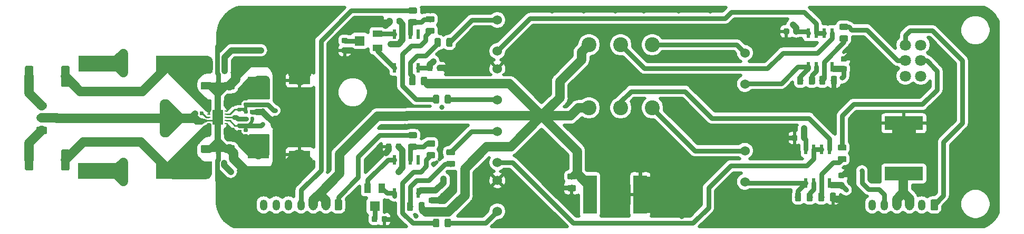
<source format=gbr>
G04 #@! TF.GenerationSoftware,KiCad,Pcbnew,(5.1.0)-1*
G04 #@! TF.CreationDate,2019-06-01T21:06:23-04:00*
G04 #@! TF.ProjectId,preample,70726561-6d70-46c6-952e-6b696361645f,rev?*
G04 #@! TF.SameCoordinates,Original*
G04 #@! TF.FileFunction,Copper,L1,Top*
G04 #@! TF.FilePolarity,Positive*
%FSLAX46Y46*%
G04 Gerber Fmt 4.6, Leading zero omitted, Abs format (unit mm)*
G04 Created by KiCad (PCBNEW (5.1.0)-1) date 2019-06-01 21:06:23*
%MOMM*%
%LPD*%
G04 APERTURE LIST*
%ADD10C,0.100000*%
%ADD11C,0.975000*%
%ADD12R,6.500000X2.500000*%
%ADD13R,0.500000X0.500000*%
%ADD14C,0.590000*%
%ADD15R,3.400000X1.300000*%
%ADD16C,1.800000*%
%ADD17R,0.600000X0.240000*%
%ADD18R,0.250000X0.600000*%
%ADD19R,0.825000X1.200000*%
%ADD20C,0.250000*%
%ADD21R,0.600000X1.550000*%
%ADD22C,1.250000*%
%ADD23C,1.524000*%
%ADD24C,0.875000*%
%ADD25R,2.200000X6.200000*%
%ADD26R,6.200000X2.200000*%
%ADD27R,1.600000X1.600000*%
%ADD28R,1.090000X1.600000*%
%ADD29R,1.600000X1.090000*%
%ADD30C,2.400000*%
%ADD31C,1.200000*%
%ADD32O,1.750000X1.200000*%
%ADD33O,1.200000X1.750000*%
%ADD34C,1.350000*%
%ADD35C,0.800000*%
%ADD36C,0.250000*%
%ADD37C,1.500000*%
%ADD38C,1.000000*%
%ADD39C,0.750000*%
%ADD40C,0.500000*%
%ADD41C,0.254000*%
%ADD42C,0.030000*%
G04 APERTURE END LIST*
D10*
G36*
X112621142Y-72187674D02*
G01*
X112644803Y-72191184D01*
X112668007Y-72196996D01*
X112690529Y-72205054D01*
X112712153Y-72215282D01*
X112732670Y-72227579D01*
X112751883Y-72241829D01*
X112769607Y-72257893D01*
X112785671Y-72275617D01*
X112799921Y-72294830D01*
X112812218Y-72315347D01*
X112822446Y-72336971D01*
X112830504Y-72359493D01*
X112836316Y-72382697D01*
X112839826Y-72406358D01*
X112841000Y-72430250D01*
X112841000Y-72917750D01*
X112839826Y-72941642D01*
X112836316Y-72965303D01*
X112830504Y-72988507D01*
X112822446Y-73011029D01*
X112812218Y-73032653D01*
X112799921Y-73053170D01*
X112785671Y-73072383D01*
X112769607Y-73090107D01*
X112751883Y-73106171D01*
X112732670Y-73120421D01*
X112712153Y-73132718D01*
X112690529Y-73142946D01*
X112668007Y-73151004D01*
X112644803Y-73156816D01*
X112621142Y-73160326D01*
X112597250Y-73161500D01*
X111684750Y-73161500D01*
X111660858Y-73160326D01*
X111637197Y-73156816D01*
X111613993Y-73151004D01*
X111591471Y-73142946D01*
X111569847Y-73132718D01*
X111549330Y-73120421D01*
X111530117Y-73106171D01*
X111512393Y-73090107D01*
X111496329Y-73072383D01*
X111482079Y-73053170D01*
X111469782Y-73032653D01*
X111459554Y-73011029D01*
X111451496Y-72988507D01*
X111445684Y-72965303D01*
X111442174Y-72941642D01*
X111441000Y-72917750D01*
X111441000Y-72430250D01*
X111442174Y-72406358D01*
X111445684Y-72382697D01*
X111451496Y-72359493D01*
X111459554Y-72336971D01*
X111469782Y-72315347D01*
X111482079Y-72294830D01*
X111496329Y-72275617D01*
X111512393Y-72257893D01*
X111530117Y-72241829D01*
X111549330Y-72227579D01*
X111569847Y-72215282D01*
X111591471Y-72205054D01*
X111613993Y-72196996D01*
X111637197Y-72191184D01*
X111660858Y-72187674D01*
X111684750Y-72186500D01*
X112597250Y-72186500D01*
X112621142Y-72187674D01*
X112621142Y-72187674D01*
G37*
D11*
X112141000Y-72674000D03*
D10*
G36*
X112621142Y-74062674D02*
G01*
X112644803Y-74066184D01*
X112668007Y-74071996D01*
X112690529Y-74080054D01*
X112712153Y-74090282D01*
X112732670Y-74102579D01*
X112751883Y-74116829D01*
X112769607Y-74132893D01*
X112785671Y-74150617D01*
X112799921Y-74169830D01*
X112812218Y-74190347D01*
X112822446Y-74211971D01*
X112830504Y-74234493D01*
X112836316Y-74257697D01*
X112839826Y-74281358D01*
X112841000Y-74305250D01*
X112841000Y-74792750D01*
X112839826Y-74816642D01*
X112836316Y-74840303D01*
X112830504Y-74863507D01*
X112822446Y-74886029D01*
X112812218Y-74907653D01*
X112799921Y-74928170D01*
X112785671Y-74947383D01*
X112769607Y-74965107D01*
X112751883Y-74981171D01*
X112732670Y-74995421D01*
X112712153Y-75007718D01*
X112690529Y-75017946D01*
X112668007Y-75026004D01*
X112644803Y-75031816D01*
X112621142Y-75035326D01*
X112597250Y-75036500D01*
X111684750Y-75036500D01*
X111660858Y-75035326D01*
X111637197Y-75031816D01*
X111613993Y-75026004D01*
X111591471Y-75017946D01*
X111569847Y-75007718D01*
X111549330Y-74995421D01*
X111530117Y-74981171D01*
X111512393Y-74965107D01*
X111496329Y-74947383D01*
X111482079Y-74928170D01*
X111469782Y-74907653D01*
X111459554Y-74886029D01*
X111451496Y-74863507D01*
X111445684Y-74840303D01*
X111442174Y-74816642D01*
X111441000Y-74792750D01*
X111441000Y-74305250D01*
X111442174Y-74281358D01*
X111445684Y-74257697D01*
X111451496Y-74234493D01*
X111459554Y-74211971D01*
X111469782Y-74190347D01*
X111482079Y-74169830D01*
X111496329Y-74150617D01*
X111512393Y-74132893D01*
X111530117Y-74116829D01*
X111549330Y-74102579D01*
X111569847Y-74090282D01*
X111591471Y-74080054D01*
X111613993Y-74071996D01*
X111637197Y-74066184D01*
X111660858Y-74062674D01*
X111684750Y-74061500D01*
X112597250Y-74061500D01*
X112621142Y-74062674D01*
X112621142Y-74062674D01*
G37*
D11*
X112141000Y-74549000D03*
D12*
X58774000Y-59817000D03*
X71274000Y-59817000D03*
D13*
X79014500Y-61023500D03*
X76814500Y-61023500D03*
D12*
X71247000Y-77089000D03*
X58747000Y-77089000D03*
D10*
G36*
X74502958Y-67498710D02*
G01*
X74517276Y-67500834D01*
X74531317Y-67504351D01*
X74544946Y-67509228D01*
X74558031Y-67515417D01*
X74570447Y-67522858D01*
X74582073Y-67531481D01*
X74592798Y-67541202D01*
X74602519Y-67551927D01*
X74611142Y-67563553D01*
X74618583Y-67575969D01*
X74624772Y-67589054D01*
X74629649Y-67602683D01*
X74633166Y-67616724D01*
X74635290Y-67631042D01*
X74636000Y-67645500D01*
X74636000Y-67990500D01*
X74635290Y-68004958D01*
X74633166Y-68019276D01*
X74629649Y-68033317D01*
X74624772Y-68046946D01*
X74618583Y-68060031D01*
X74611142Y-68072447D01*
X74602519Y-68084073D01*
X74592798Y-68094798D01*
X74582073Y-68104519D01*
X74570447Y-68113142D01*
X74558031Y-68120583D01*
X74544946Y-68126772D01*
X74531317Y-68131649D01*
X74517276Y-68135166D01*
X74502958Y-68137290D01*
X74488500Y-68138000D01*
X74193500Y-68138000D01*
X74179042Y-68137290D01*
X74164724Y-68135166D01*
X74150683Y-68131649D01*
X74137054Y-68126772D01*
X74123969Y-68120583D01*
X74111553Y-68113142D01*
X74099927Y-68104519D01*
X74089202Y-68094798D01*
X74079481Y-68084073D01*
X74070858Y-68072447D01*
X74063417Y-68060031D01*
X74057228Y-68046946D01*
X74052351Y-68033317D01*
X74048834Y-68019276D01*
X74046710Y-68004958D01*
X74046000Y-67990500D01*
X74046000Y-67645500D01*
X74046710Y-67631042D01*
X74048834Y-67616724D01*
X74052351Y-67602683D01*
X74057228Y-67589054D01*
X74063417Y-67575969D01*
X74070858Y-67563553D01*
X74079481Y-67551927D01*
X74089202Y-67541202D01*
X74099927Y-67531481D01*
X74111553Y-67522858D01*
X74123969Y-67515417D01*
X74137054Y-67509228D01*
X74150683Y-67504351D01*
X74164724Y-67500834D01*
X74179042Y-67498710D01*
X74193500Y-67498000D01*
X74488500Y-67498000D01*
X74502958Y-67498710D01*
X74502958Y-67498710D01*
G37*
D14*
X74341000Y-67818000D03*
D10*
G36*
X75472958Y-67498710D02*
G01*
X75487276Y-67500834D01*
X75501317Y-67504351D01*
X75514946Y-67509228D01*
X75528031Y-67515417D01*
X75540447Y-67522858D01*
X75552073Y-67531481D01*
X75562798Y-67541202D01*
X75572519Y-67551927D01*
X75581142Y-67563553D01*
X75588583Y-67575969D01*
X75594772Y-67589054D01*
X75599649Y-67602683D01*
X75603166Y-67616724D01*
X75605290Y-67631042D01*
X75606000Y-67645500D01*
X75606000Y-67990500D01*
X75605290Y-68004958D01*
X75603166Y-68019276D01*
X75599649Y-68033317D01*
X75594772Y-68046946D01*
X75588583Y-68060031D01*
X75581142Y-68072447D01*
X75572519Y-68084073D01*
X75562798Y-68094798D01*
X75552073Y-68104519D01*
X75540447Y-68113142D01*
X75528031Y-68120583D01*
X75514946Y-68126772D01*
X75501317Y-68131649D01*
X75487276Y-68135166D01*
X75472958Y-68137290D01*
X75458500Y-68138000D01*
X75163500Y-68138000D01*
X75149042Y-68137290D01*
X75134724Y-68135166D01*
X75120683Y-68131649D01*
X75107054Y-68126772D01*
X75093969Y-68120583D01*
X75081553Y-68113142D01*
X75069927Y-68104519D01*
X75059202Y-68094798D01*
X75049481Y-68084073D01*
X75040858Y-68072447D01*
X75033417Y-68060031D01*
X75027228Y-68046946D01*
X75022351Y-68033317D01*
X75018834Y-68019276D01*
X75016710Y-68004958D01*
X75016000Y-67990500D01*
X75016000Y-67645500D01*
X75016710Y-67631042D01*
X75018834Y-67616724D01*
X75022351Y-67602683D01*
X75027228Y-67589054D01*
X75033417Y-67575969D01*
X75040858Y-67563553D01*
X75049481Y-67551927D01*
X75059202Y-67541202D01*
X75069927Y-67531481D01*
X75081553Y-67522858D01*
X75093969Y-67515417D01*
X75107054Y-67509228D01*
X75120683Y-67504351D01*
X75134724Y-67500834D01*
X75149042Y-67498710D01*
X75163500Y-67498000D01*
X75458500Y-67498000D01*
X75472958Y-67498710D01*
X75472958Y-67498710D01*
G37*
D14*
X75311000Y-67818000D03*
D10*
G36*
X82609958Y-66103710D02*
G01*
X82624276Y-66105834D01*
X82638317Y-66109351D01*
X82651946Y-66114228D01*
X82665031Y-66120417D01*
X82677447Y-66127858D01*
X82689073Y-66136481D01*
X82699798Y-66146202D01*
X82709519Y-66156927D01*
X82718142Y-66168553D01*
X82725583Y-66180969D01*
X82731772Y-66194054D01*
X82736649Y-66207683D01*
X82740166Y-66221724D01*
X82742290Y-66236042D01*
X82743000Y-66250500D01*
X82743000Y-66545500D01*
X82742290Y-66559958D01*
X82740166Y-66574276D01*
X82736649Y-66588317D01*
X82731772Y-66601946D01*
X82725583Y-66615031D01*
X82718142Y-66627447D01*
X82709519Y-66639073D01*
X82699798Y-66649798D01*
X82689073Y-66659519D01*
X82677447Y-66668142D01*
X82665031Y-66675583D01*
X82651946Y-66681772D01*
X82638317Y-66686649D01*
X82624276Y-66690166D01*
X82609958Y-66692290D01*
X82595500Y-66693000D01*
X82250500Y-66693000D01*
X82236042Y-66692290D01*
X82221724Y-66690166D01*
X82207683Y-66686649D01*
X82194054Y-66681772D01*
X82180969Y-66675583D01*
X82168553Y-66668142D01*
X82156927Y-66659519D01*
X82146202Y-66649798D01*
X82136481Y-66639073D01*
X82127858Y-66627447D01*
X82120417Y-66615031D01*
X82114228Y-66601946D01*
X82109351Y-66588317D01*
X82105834Y-66574276D01*
X82103710Y-66559958D01*
X82103000Y-66545500D01*
X82103000Y-66250500D01*
X82103710Y-66236042D01*
X82105834Y-66221724D01*
X82109351Y-66207683D01*
X82114228Y-66194054D01*
X82120417Y-66180969D01*
X82127858Y-66168553D01*
X82136481Y-66156927D01*
X82146202Y-66146202D01*
X82156927Y-66136481D01*
X82168553Y-66127858D01*
X82180969Y-66120417D01*
X82194054Y-66114228D01*
X82207683Y-66109351D01*
X82221724Y-66105834D01*
X82236042Y-66103710D01*
X82250500Y-66103000D01*
X82595500Y-66103000D01*
X82609958Y-66103710D01*
X82609958Y-66103710D01*
G37*
D14*
X82423000Y-66398000D03*
D10*
G36*
X82609958Y-65133710D02*
G01*
X82624276Y-65135834D01*
X82638317Y-65139351D01*
X82651946Y-65144228D01*
X82665031Y-65150417D01*
X82677447Y-65157858D01*
X82689073Y-65166481D01*
X82699798Y-65176202D01*
X82709519Y-65186927D01*
X82718142Y-65198553D01*
X82725583Y-65210969D01*
X82731772Y-65224054D01*
X82736649Y-65237683D01*
X82740166Y-65251724D01*
X82742290Y-65266042D01*
X82743000Y-65280500D01*
X82743000Y-65575500D01*
X82742290Y-65589958D01*
X82740166Y-65604276D01*
X82736649Y-65618317D01*
X82731772Y-65631946D01*
X82725583Y-65645031D01*
X82718142Y-65657447D01*
X82709519Y-65669073D01*
X82699798Y-65679798D01*
X82689073Y-65689519D01*
X82677447Y-65698142D01*
X82665031Y-65705583D01*
X82651946Y-65711772D01*
X82638317Y-65716649D01*
X82624276Y-65720166D01*
X82609958Y-65722290D01*
X82595500Y-65723000D01*
X82250500Y-65723000D01*
X82236042Y-65722290D01*
X82221724Y-65720166D01*
X82207683Y-65716649D01*
X82194054Y-65711772D01*
X82180969Y-65705583D01*
X82168553Y-65698142D01*
X82156927Y-65689519D01*
X82146202Y-65679798D01*
X82136481Y-65669073D01*
X82127858Y-65657447D01*
X82120417Y-65645031D01*
X82114228Y-65631946D01*
X82109351Y-65618317D01*
X82105834Y-65604276D01*
X82103710Y-65589958D01*
X82103000Y-65575500D01*
X82103000Y-65280500D01*
X82103710Y-65266042D01*
X82105834Y-65251724D01*
X82109351Y-65237683D01*
X82114228Y-65224054D01*
X82120417Y-65210969D01*
X82127858Y-65198553D01*
X82136481Y-65186927D01*
X82146202Y-65176202D01*
X82156927Y-65166481D01*
X82168553Y-65157858D01*
X82180969Y-65150417D01*
X82194054Y-65144228D01*
X82207683Y-65139351D01*
X82221724Y-65135834D01*
X82236042Y-65133710D01*
X82250500Y-65133000D01*
X82595500Y-65133000D01*
X82609958Y-65133710D01*
X82609958Y-65133710D01*
G37*
D14*
X82423000Y-65428000D03*
D15*
X91055000Y-62484000D03*
X84455000Y-62484000D03*
D10*
G36*
X82609958Y-71183710D02*
G01*
X82624276Y-71185834D01*
X82638317Y-71189351D01*
X82651946Y-71194228D01*
X82665031Y-71200417D01*
X82677447Y-71207858D01*
X82689073Y-71216481D01*
X82699798Y-71226202D01*
X82709519Y-71236927D01*
X82718142Y-71248553D01*
X82725583Y-71260969D01*
X82731772Y-71274054D01*
X82736649Y-71287683D01*
X82740166Y-71301724D01*
X82742290Y-71316042D01*
X82743000Y-71330500D01*
X82743000Y-71625500D01*
X82742290Y-71639958D01*
X82740166Y-71654276D01*
X82736649Y-71668317D01*
X82731772Y-71681946D01*
X82725583Y-71695031D01*
X82718142Y-71707447D01*
X82709519Y-71719073D01*
X82699798Y-71729798D01*
X82689073Y-71739519D01*
X82677447Y-71748142D01*
X82665031Y-71755583D01*
X82651946Y-71761772D01*
X82638317Y-71766649D01*
X82624276Y-71770166D01*
X82609958Y-71772290D01*
X82595500Y-71773000D01*
X82250500Y-71773000D01*
X82236042Y-71772290D01*
X82221724Y-71770166D01*
X82207683Y-71766649D01*
X82194054Y-71761772D01*
X82180969Y-71755583D01*
X82168553Y-71748142D01*
X82156927Y-71739519D01*
X82146202Y-71729798D01*
X82136481Y-71719073D01*
X82127858Y-71707447D01*
X82120417Y-71695031D01*
X82114228Y-71681946D01*
X82109351Y-71668317D01*
X82105834Y-71654276D01*
X82103710Y-71639958D01*
X82103000Y-71625500D01*
X82103000Y-71330500D01*
X82103710Y-71316042D01*
X82105834Y-71301724D01*
X82109351Y-71287683D01*
X82114228Y-71274054D01*
X82120417Y-71260969D01*
X82127858Y-71248553D01*
X82136481Y-71236927D01*
X82146202Y-71226202D01*
X82156927Y-71216481D01*
X82168553Y-71207858D01*
X82180969Y-71200417D01*
X82194054Y-71194228D01*
X82207683Y-71189351D01*
X82221724Y-71185834D01*
X82236042Y-71183710D01*
X82250500Y-71183000D01*
X82595500Y-71183000D01*
X82609958Y-71183710D01*
X82609958Y-71183710D01*
G37*
D14*
X82423000Y-71478000D03*
D10*
G36*
X82609958Y-70213710D02*
G01*
X82624276Y-70215834D01*
X82638317Y-70219351D01*
X82651946Y-70224228D01*
X82665031Y-70230417D01*
X82677447Y-70237858D01*
X82689073Y-70246481D01*
X82699798Y-70256202D01*
X82709519Y-70266927D01*
X82718142Y-70278553D01*
X82725583Y-70290969D01*
X82731772Y-70304054D01*
X82736649Y-70317683D01*
X82740166Y-70331724D01*
X82742290Y-70346042D01*
X82743000Y-70360500D01*
X82743000Y-70655500D01*
X82742290Y-70669958D01*
X82740166Y-70684276D01*
X82736649Y-70698317D01*
X82731772Y-70711946D01*
X82725583Y-70725031D01*
X82718142Y-70737447D01*
X82709519Y-70749073D01*
X82699798Y-70759798D01*
X82689073Y-70769519D01*
X82677447Y-70778142D01*
X82665031Y-70785583D01*
X82651946Y-70791772D01*
X82638317Y-70796649D01*
X82624276Y-70800166D01*
X82609958Y-70802290D01*
X82595500Y-70803000D01*
X82250500Y-70803000D01*
X82236042Y-70802290D01*
X82221724Y-70800166D01*
X82207683Y-70796649D01*
X82194054Y-70791772D01*
X82180969Y-70785583D01*
X82168553Y-70778142D01*
X82156927Y-70769519D01*
X82146202Y-70759798D01*
X82136481Y-70749073D01*
X82127858Y-70737447D01*
X82120417Y-70725031D01*
X82114228Y-70711946D01*
X82109351Y-70698317D01*
X82105834Y-70684276D01*
X82103710Y-70669958D01*
X82103000Y-70655500D01*
X82103000Y-70360500D01*
X82103710Y-70346042D01*
X82105834Y-70331724D01*
X82109351Y-70317683D01*
X82114228Y-70304054D01*
X82120417Y-70290969D01*
X82127858Y-70278553D01*
X82136481Y-70266927D01*
X82146202Y-70256202D01*
X82156927Y-70246481D01*
X82168553Y-70237858D01*
X82180969Y-70230417D01*
X82194054Y-70224228D01*
X82207683Y-70219351D01*
X82221724Y-70215834D01*
X82236042Y-70213710D01*
X82250500Y-70213000D01*
X82595500Y-70213000D01*
X82609958Y-70213710D01*
X82609958Y-70213710D01*
G37*
D14*
X82423000Y-70508000D03*
D15*
X84457000Y-74422000D03*
X91057000Y-74422000D03*
D13*
X76751000Y-75819000D03*
X78951000Y-75819000D03*
X87122000Y-69553000D03*
X87122000Y-67353000D03*
D10*
G36*
X81593958Y-66888710D02*
G01*
X81608276Y-66890834D01*
X81622317Y-66894351D01*
X81635946Y-66899228D01*
X81649031Y-66905417D01*
X81661447Y-66912858D01*
X81673073Y-66921481D01*
X81683798Y-66931202D01*
X81693519Y-66941927D01*
X81702142Y-66953553D01*
X81709583Y-66965969D01*
X81715772Y-66979054D01*
X81720649Y-66992683D01*
X81724166Y-67006724D01*
X81726290Y-67021042D01*
X81727000Y-67035500D01*
X81727000Y-67330500D01*
X81726290Y-67344958D01*
X81724166Y-67359276D01*
X81720649Y-67373317D01*
X81715772Y-67386946D01*
X81709583Y-67400031D01*
X81702142Y-67412447D01*
X81693519Y-67424073D01*
X81683798Y-67434798D01*
X81673073Y-67444519D01*
X81661447Y-67453142D01*
X81649031Y-67460583D01*
X81635946Y-67466772D01*
X81622317Y-67471649D01*
X81608276Y-67475166D01*
X81593958Y-67477290D01*
X81579500Y-67478000D01*
X81234500Y-67478000D01*
X81220042Y-67477290D01*
X81205724Y-67475166D01*
X81191683Y-67471649D01*
X81178054Y-67466772D01*
X81164969Y-67460583D01*
X81152553Y-67453142D01*
X81140927Y-67444519D01*
X81130202Y-67434798D01*
X81120481Y-67424073D01*
X81111858Y-67412447D01*
X81104417Y-67400031D01*
X81098228Y-67386946D01*
X81093351Y-67373317D01*
X81089834Y-67359276D01*
X81087710Y-67344958D01*
X81087000Y-67330500D01*
X81087000Y-67035500D01*
X81087710Y-67021042D01*
X81089834Y-67006724D01*
X81093351Y-66992683D01*
X81098228Y-66979054D01*
X81104417Y-66965969D01*
X81111858Y-66953553D01*
X81120481Y-66941927D01*
X81130202Y-66931202D01*
X81140927Y-66921481D01*
X81152553Y-66912858D01*
X81164969Y-66905417D01*
X81178054Y-66899228D01*
X81191683Y-66894351D01*
X81205724Y-66890834D01*
X81220042Y-66888710D01*
X81234500Y-66888000D01*
X81579500Y-66888000D01*
X81593958Y-66888710D01*
X81593958Y-66888710D01*
G37*
D14*
X81407000Y-67183000D03*
D10*
G36*
X81593958Y-65918710D02*
G01*
X81608276Y-65920834D01*
X81622317Y-65924351D01*
X81635946Y-65929228D01*
X81649031Y-65935417D01*
X81661447Y-65942858D01*
X81673073Y-65951481D01*
X81683798Y-65961202D01*
X81693519Y-65971927D01*
X81702142Y-65983553D01*
X81709583Y-65995969D01*
X81715772Y-66009054D01*
X81720649Y-66022683D01*
X81724166Y-66036724D01*
X81726290Y-66051042D01*
X81727000Y-66065500D01*
X81727000Y-66360500D01*
X81726290Y-66374958D01*
X81724166Y-66389276D01*
X81720649Y-66403317D01*
X81715772Y-66416946D01*
X81709583Y-66430031D01*
X81702142Y-66442447D01*
X81693519Y-66454073D01*
X81683798Y-66464798D01*
X81673073Y-66474519D01*
X81661447Y-66483142D01*
X81649031Y-66490583D01*
X81635946Y-66496772D01*
X81622317Y-66501649D01*
X81608276Y-66505166D01*
X81593958Y-66507290D01*
X81579500Y-66508000D01*
X81234500Y-66508000D01*
X81220042Y-66507290D01*
X81205724Y-66505166D01*
X81191683Y-66501649D01*
X81178054Y-66496772D01*
X81164969Y-66490583D01*
X81152553Y-66483142D01*
X81140927Y-66474519D01*
X81130202Y-66464798D01*
X81120481Y-66454073D01*
X81111858Y-66442447D01*
X81104417Y-66430031D01*
X81098228Y-66416946D01*
X81093351Y-66403317D01*
X81089834Y-66389276D01*
X81087710Y-66374958D01*
X81087000Y-66360500D01*
X81087000Y-66065500D01*
X81087710Y-66051042D01*
X81089834Y-66036724D01*
X81093351Y-66022683D01*
X81098228Y-66009054D01*
X81104417Y-65995969D01*
X81111858Y-65983553D01*
X81120481Y-65971927D01*
X81130202Y-65961202D01*
X81140927Y-65951481D01*
X81152553Y-65942858D01*
X81164969Y-65935417D01*
X81178054Y-65929228D01*
X81191683Y-65924351D01*
X81205724Y-65920834D01*
X81220042Y-65918710D01*
X81234500Y-65918000D01*
X81579500Y-65918000D01*
X81593958Y-65918710D01*
X81593958Y-65918710D01*
G37*
D14*
X81407000Y-66213000D03*
D10*
G36*
X83554958Y-67244710D02*
G01*
X83569276Y-67246834D01*
X83583317Y-67250351D01*
X83596946Y-67255228D01*
X83610031Y-67261417D01*
X83622447Y-67268858D01*
X83634073Y-67277481D01*
X83644798Y-67287202D01*
X83654519Y-67297927D01*
X83663142Y-67309553D01*
X83670583Y-67321969D01*
X83676772Y-67335054D01*
X83681649Y-67348683D01*
X83685166Y-67362724D01*
X83687290Y-67377042D01*
X83688000Y-67391500D01*
X83688000Y-67736500D01*
X83687290Y-67750958D01*
X83685166Y-67765276D01*
X83681649Y-67779317D01*
X83676772Y-67792946D01*
X83670583Y-67806031D01*
X83663142Y-67818447D01*
X83654519Y-67830073D01*
X83644798Y-67840798D01*
X83634073Y-67850519D01*
X83622447Y-67859142D01*
X83610031Y-67866583D01*
X83596946Y-67872772D01*
X83583317Y-67877649D01*
X83569276Y-67881166D01*
X83554958Y-67883290D01*
X83540500Y-67884000D01*
X83245500Y-67884000D01*
X83231042Y-67883290D01*
X83216724Y-67881166D01*
X83202683Y-67877649D01*
X83189054Y-67872772D01*
X83175969Y-67866583D01*
X83163553Y-67859142D01*
X83151927Y-67850519D01*
X83141202Y-67840798D01*
X83131481Y-67830073D01*
X83122858Y-67818447D01*
X83115417Y-67806031D01*
X83109228Y-67792946D01*
X83104351Y-67779317D01*
X83100834Y-67765276D01*
X83098710Y-67750958D01*
X83098000Y-67736500D01*
X83098000Y-67391500D01*
X83098710Y-67377042D01*
X83100834Y-67362724D01*
X83104351Y-67348683D01*
X83109228Y-67335054D01*
X83115417Y-67321969D01*
X83122858Y-67309553D01*
X83131481Y-67297927D01*
X83141202Y-67287202D01*
X83151927Y-67277481D01*
X83163553Y-67268858D01*
X83175969Y-67261417D01*
X83189054Y-67255228D01*
X83202683Y-67250351D01*
X83216724Y-67246834D01*
X83231042Y-67244710D01*
X83245500Y-67244000D01*
X83540500Y-67244000D01*
X83554958Y-67244710D01*
X83554958Y-67244710D01*
G37*
D14*
X83393000Y-67564000D03*
D10*
G36*
X82584958Y-67244710D02*
G01*
X82599276Y-67246834D01*
X82613317Y-67250351D01*
X82626946Y-67255228D01*
X82640031Y-67261417D01*
X82652447Y-67268858D01*
X82664073Y-67277481D01*
X82674798Y-67287202D01*
X82684519Y-67297927D01*
X82693142Y-67309553D01*
X82700583Y-67321969D01*
X82706772Y-67335054D01*
X82711649Y-67348683D01*
X82715166Y-67362724D01*
X82717290Y-67377042D01*
X82718000Y-67391500D01*
X82718000Y-67736500D01*
X82717290Y-67750958D01*
X82715166Y-67765276D01*
X82711649Y-67779317D01*
X82706772Y-67792946D01*
X82700583Y-67806031D01*
X82693142Y-67818447D01*
X82684519Y-67830073D01*
X82674798Y-67840798D01*
X82664073Y-67850519D01*
X82652447Y-67859142D01*
X82640031Y-67866583D01*
X82626946Y-67872772D01*
X82613317Y-67877649D01*
X82599276Y-67881166D01*
X82584958Y-67883290D01*
X82570500Y-67884000D01*
X82275500Y-67884000D01*
X82261042Y-67883290D01*
X82246724Y-67881166D01*
X82232683Y-67877649D01*
X82219054Y-67872772D01*
X82205969Y-67866583D01*
X82193553Y-67859142D01*
X82181927Y-67850519D01*
X82171202Y-67840798D01*
X82161481Y-67830073D01*
X82152858Y-67818447D01*
X82145417Y-67806031D01*
X82139228Y-67792946D01*
X82134351Y-67779317D01*
X82130834Y-67765276D01*
X82128710Y-67750958D01*
X82128000Y-67736500D01*
X82128000Y-67391500D01*
X82128710Y-67377042D01*
X82130834Y-67362724D01*
X82134351Y-67348683D01*
X82139228Y-67335054D01*
X82145417Y-67321969D01*
X82152858Y-67309553D01*
X82161481Y-67297927D01*
X82171202Y-67287202D01*
X82181927Y-67277481D01*
X82193553Y-67268858D01*
X82205969Y-67261417D01*
X82219054Y-67255228D01*
X82232683Y-67250351D01*
X82246724Y-67246834D01*
X82261042Y-67244710D01*
X82275500Y-67244000D01*
X82570500Y-67244000D01*
X82584958Y-67244710D01*
X82584958Y-67244710D01*
G37*
D14*
X82423000Y-67564000D03*
D10*
G36*
X81593958Y-70444710D02*
G01*
X81608276Y-70446834D01*
X81622317Y-70450351D01*
X81635946Y-70455228D01*
X81649031Y-70461417D01*
X81661447Y-70468858D01*
X81673073Y-70477481D01*
X81683798Y-70487202D01*
X81693519Y-70497927D01*
X81702142Y-70509553D01*
X81709583Y-70521969D01*
X81715772Y-70535054D01*
X81720649Y-70548683D01*
X81724166Y-70562724D01*
X81726290Y-70577042D01*
X81727000Y-70591500D01*
X81727000Y-70886500D01*
X81726290Y-70900958D01*
X81724166Y-70915276D01*
X81720649Y-70929317D01*
X81715772Y-70942946D01*
X81709583Y-70956031D01*
X81702142Y-70968447D01*
X81693519Y-70980073D01*
X81683798Y-70990798D01*
X81673073Y-71000519D01*
X81661447Y-71009142D01*
X81649031Y-71016583D01*
X81635946Y-71022772D01*
X81622317Y-71027649D01*
X81608276Y-71031166D01*
X81593958Y-71033290D01*
X81579500Y-71034000D01*
X81234500Y-71034000D01*
X81220042Y-71033290D01*
X81205724Y-71031166D01*
X81191683Y-71027649D01*
X81178054Y-71022772D01*
X81164969Y-71016583D01*
X81152553Y-71009142D01*
X81140927Y-71000519D01*
X81130202Y-70990798D01*
X81120481Y-70980073D01*
X81111858Y-70968447D01*
X81104417Y-70956031D01*
X81098228Y-70942946D01*
X81093351Y-70929317D01*
X81089834Y-70915276D01*
X81087710Y-70900958D01*
X81087000Y-70886500D01*
X81087000Y-70591500D01*
X81087710Y-70577042D01*
X81089834Y-70562724D01*
X81093351Y-70548683D01*
X81098228Y-70535054D01*
X81104417Y-70521969D01*
X81111858Y-70509553D01*
X81120481Y-70497927D01*
X81130202Y-70487202D01*
X81140927Y-70477481D01*
X81152553Y-70468858D01*
X81164969Y-70461417D01*
X81178054Y-70455228D01*
X81191683Y-70450351D01*
X81205724Y-70446834D01*
X81220042Y-70444710D01*
X81234500Y-70444000D01*
X81579500Y-70444000D01*
X81593958Y-70444710D01*
X81593958Y-70444710D01*
G37*
D14*
X81407000Y-70739000D03*
D10*
G36*
X81593958Y-69474710D02*
G01*
X81608276Y-69476834D01*
X81622317Y-69480351D01*
X81635946Y-69485228D01*
X81649031Y-69491417D01*
X81661447Y-69498858D01*
X81673073Y-69507481D01*
X81683798Y-69517202D01*
X81693519Y-69527927D01*
X81702142Y-69539553D01*
X81709583Y-69551969D01*
X81715772Y-69565054D01*
X81720649Y-69578683D01*
X81724166Y-69592724D01*
X81726290Y-69607042D01*
X81727000Y-69621500D01*
X81727000Y-69916500D01*
X81726290Y-69930958D01*
X81724166Y-69945276D01*
X81720649Y-69959317D01*
X81715772Y-69972946D01*
X81709583Y-69986031D01*
X81702142Y-69998447D01*
X81693519Y-70010073D01*
X81683798Y-70020798D01*
X81673073Y-70030519D01*
X81661447Y-70039142D01*
X81649031Y-70046583D01*
X81635946Y-70052772D01*
X81622317Y-70057649D01*
X81608276Y-70061166D01*
X81593958Y-70063290D01*
X81579500Y-70064000D01*
X81234500Y-70064000D01*
X81220042Y-70063290D01*
X81205724Y-70061166D01*
X81191683Y-70057649D01*
X81178054Y-70052772D01*
X81164969Y-70046583D01*
X81152553Y-70039142D01*
X81140927Y-70030519D01*
X81130202Y-70020798D01*
X81120481Y-70010073D01*
X81111858Y-69998447D01*
X81104417Y-69986031D01*
X81098228Y-69972946D01*
X81093351Y-69959317D01*
X81089834Y-69945276D01*
X81087710Y-69930958D01*
X81087000Y-69916500D01*
X81087000Y-69621500D01*
X81087710Y-69607042D01*
X81089834Y-69592724D01*
X81093351Y-69578683D01*
X81098228Y-69565054D01*
X81104417Y-69551969D01*
X81111858Y-69539553D01*
X81120481Y-69527927D01*
X81130202Y-69517202D01*
X81140927Y-69507481D01*
X81152553Y-69498858D01*
X81164969Y-69491417D01*
X81178054Y-69485228D01*
X81191683Y-69480351D01*
X81205724Y-69476834D01*
X81220042Y-69474710D01*
X81234500Y-69474000D01*
X81579500Y-69474000D01*
X81593958Y-69474710D01*
X81593958Y-69474710D01*
G37*
D14*
X81407000Y-69769000D03*
D10*
G36*
X83600958Y-68387710D02*
G01*
X83615276Y-68389834D01*
X83629317Y-68393351D01*
X83642946Y-68398228D01*
X83656031Y-68404417D01*
X83668447Y-68411858D01*
X83680073Y-68420481D01*
X83690798Y-68430202D01*
X83700519Y-68440927D01*
X83709142Y-68452553D01*
X83716583Y-68464969D01*
X83722772Y-68478054D01*
X83727649Y-68491683D01*
X83731166Y-68505724D01*
X83733290Y-68520042D01*
X83734000Y-68534500D01*
X83734000Y-68879500D01*
X83733290Y-68893958D01*
X83731166Y-68908276D01*
X83727649Y-68922317D01*
X83722772Y-68935946D01*
X83716583Y-68949031D01*
X83709142Y-68961447D01*
X83700519Y-68973073D01*
X83690798Y-68983798D01*
X83680073Y-68993519D01*
X83668447Y-69002142D01*
X83656031Y-69009583D01*
X83642946Y-69015772D01*
X83629317Y-69020649D01*
X83615276Y-69024166D01*
X83600958Y-69026290D01*
X83586500Y-69027000D01*
X83291500Y-69027000D01*
X83277042Y-69026290D01*
X83262724Y-69024166D01*
X83248683Y-69020649D01*
X83235054Y-69015772D01*
X83221969Y-69009583D01*
X83209553Y-69002142D01*
X83197927Y-68993519D01*
X83187202Y-68983798D01*
X83177481Y-68973073D01*
X83168858Y-68961447D01*
X83161417Y-68949031D01*
X83155228Y-68935946D01*
X83150351Y-68922317D01*
X83146834Y-68908276D01*
X83144710Y-68893958D01*
X83144000Y-68879500D01*
X83144000Y-68534500D01*
X83144710Y-68520042D01*
X83146834Y-68505724D01*
X83150351Y-68491683D01*
X83155228Y-68478054D01*
X83161417Y-68464969D01*
X83168858Y-68452553D01*
X83177481Y-68440927D01*
X83187202Y-68430202D01*
X83197927Y-68420481D01*
X83209553Y-68411858D01*
X83221969Y-68404417D01*
X83235054Y-68398228D01*
X83248683Y-68393351D01*
X83262724Y-68389834D01*
X83277042Y-68387710D01*
X83291500Y-68387000D01*
X83586500Y-68387000D01*
X83600958Y-68387710D01*
X83600958Y-68387710D01*
G37*
D14*
X83439000Y-68707000D03*
D10*
G36*
X82630958Y-68387710D02*
G01*
X82645276Y-68389834D01*
X82659317Y-68393351D01*
X82672946Y-68398228D01*
X82686031Y-68404417D01*
X82698447Y-68411858D01*
X82710073Y-68420481D01*
X82720798Y-68430202D01*
X82730519Y-68440927D01*
X82739142Y-68452553D01*
X82746583Y-68464969D01*
X82752772Y-68478054D01*
X82757649Y-68491683D01*
X82761166Y-68505724D01*
X82763290Y-68520042D01*
X82764000Y-68534500D01*
X82764000Y-68879500D01*
X82763290Y-68893958D01*
X82761166Y-68908276D01*
X82757649Y-68922317D01*
X82752772Y-68935946D01*
X82746583Y-68949031D01*
X82739142Y-68961447D01*
X82730519Y-68973073D01*
X82720798Y-68983798D01*
X82710073Y-68993519D01*
X82698447Y-69002142D01*
X82686031Y-69009583D01*
X82672946Y-69015772D01*
X82659317Y-69020649D01*
X82645276Y-69024166D01*
X82630958Y-69026290D01*
X82616500Y-69027000D01*
X82321500Y-69027000D01*
X82307042Y-69026290D01*
X82292724Y-69024166D01*
X82278683Y-69020649D01*
X82265054Y-69015772D01*
X82251969Y-69009583D01*
X82239553Y-69002142D01*
X82227927Y-68993519D01*
X82217202Y-68983798D01*
X82207481Y-68973073D01*
X82198858Y-68961447D01*
X82191417Y-68949031D01*
X82185228Y-68935946D01*
X82180351Y-68922317D01*
X82176834Y-68908276D01*
X82174710Y-68893958D01*
X82174000Y-68879500D01*
X82174000Y-68534500D01*
X82174710Y-68520042D01*
X82176834Y-68505724D01*
X82180351Y-68491683D01*
X82185228Y-68478054D01*
X82191417Y-68464969D01*
X82198858Y-68452553D01*
X82207481Y-68440927D01*
X82217202Y-68430202D01*
X82227927Y-68420481D01*
X82239553Y-68411858D01*
X82251969Y-68404417D01*
X82265054Y-68398228D01*
X82278683Y-68393351D01*
X82292724Y-68389834D01*
X82307042Y-68387710D01*
X82321500Y-68387000D01*
X82616500Y-68387000D01*
X82630958Y-68387710D01*
X82630958Y-68387710D01*
G37*
D14*
X82469000Y-68707000D03*
D16*
X190817000Y-56809000D03*
X188317000Y-56809000D03*
X190817000Y-59309000D03*
X188317000Y-59309000D03*
X190817000Y-61809000D03*
X188317000Y-61809000D03*
D17*
X76511000Y-67453000D03*
X76511000Y-67953000D03*
X76511000Y-68453000D03*
X76511000Y-68953000D03*
X76511000Y-69453000D03*
D18*
X77661000Y-69853000D03*
X78161000Y-69853000D03*
D17*
X79311000Y-69453000D03*
X79311000Y-68953000D03*
X79311000Y-68453000D03*
X79311000Y-67953000D03*
X79311000Y-67453000D03*
D18*
X78161000Y-67053000D03*
X77661000Y-67053000D03*
D19*
X77498500Y-67853000D03*
X77498500Y-69053000D03*
X78323500Y-67853000D03*
X78323500Y-69053000D03*
D20*
X77336000Y-68453000D03*
X78486000Y-68453000D03*
X77911000Y-69403000D03*
X77911000Y-67503000D03*
D21*
X172339000Y-73627000D03*
X173609000Y-73627000D03*
X174879000Y-73627000D03*
X176149000Y-73627000D03*
X176149000Y-79027000D03*
X174879000Y-79027000D03*
X173609000Y-79027000D03*
X172339000Y-79027000D03*
X106299000Y-75278000D03*
X107569000Y-75278000D03*
X108839000Y-75278000D03*
X110109000Y-75278000D03*
X110109000Y-80678000D03*
X108839000Y-80678000D03*
X107569000Y-80678000D03*
X106299000Y-80678000D03*
X172720000Y-54925000D03*
X173990000Y-54925000D03*
X175260000Y-54925000D03*
X176530000Y-54925000D03*
X176530000Y-60325000D03*
X175260000Y-60325000D03*
X173990000Y-60325000D03*
X172720000Y-60325000D03*
X106299000Y-55085000D03*
X107569000Y-55085000D03*
X108839000Y-55085000D03*
X110109000Y-55085000D03*
X110109000Y-60485000D03*
X108839000Y-60485000D03*
X107569000Y-60485000D03*
X106299000Y-60485000D03*
D10*
G36*
X76722504Y-65543204D02*
G01*
X76746773Y-65546804D01*
X76770571Y-65552765D01*
X76793671Y-65561030D01*
X76815849Y-65571520D01*
X76836893Y-65584133D01*
X76856598Y-65598747D01*
X76874777Y-65615223D01*
X76891253Y-65633402D01*
X76905867Y-65653107D01*
X76918480Y-65674151D01*
X76928970Y-65696329D01*
X76937235Y-65719429D01*
X76943196Y-65743227D01*
X76946796Y-65767496D01*
X76948000Y-65792000D01*
X76948000Y-66542000D01*
X76946796Y-66566504D01*
X76943196Y-66590773D01*
X76937235Y-66614571D01*
X76928970Y-66637671D01*
X76918480Y-66659849D01*
X76905867Y-66680893D01*
X76891253Y-66700598D01*
X76874777Y-66718777D01*
X76856598Y-66735253D01*
X76836893Y-66749867D01*
X76815849Y-66762480D01*
X76793671Y-66772970D01*
X76770571Y-66781235D01*
X76746773Y-66787196D01*
X76722504Y-66790796D01*
X76698000Y-66792000D01*
X75448000Y-66792000D01*
X75423496Y-66790796D01*
X75399227Y-66787196D01*
X75375429Y-66781235D01*
X75352329Y-66772970D01*
X75330151Y-66762480D01*
X75309107Y-66749867D01*
X75289402Y-66735253D01*
X75271223Y-66718777D01*
X75254747Y-66700598D01*
X75240133Y-66680893D01*
X75227520Y-66659849D01*
X75217030Y-66637671D01*
X75208765Y-66614571D01*
X75202804Y-66590773D01*
X75199204Y-66566504D01*
X75198000Y-66542000D01*
X75198000Y-65792000D01*
X75199204Y-65767496D01*
X75202804Y-65743227D01*
X75208765Y-65719429D01*
X75217030Y-65696329D01*
X75227520Y-65674151D01*
X75240133Y-65653107D01*
X75254747Y-65633402D01*
X75271223Y-65615223D01*
X75289402Y-65598747D01*
X75309107Y-65584133D01*
X75330151Y-65571520D01*
X75352329Y-65561030D01*
X75375429Y-65552765D01*
X75399227Y-65546804D01*
X75423496Y-65543204D01*
X75448000Y-65542000D01*
X76698000Y-65542000D01*
X76722504Y-65543204D01*
X76722504Y-65543204D01*
G37*
D22*
X76073000Y-66167000D03*
D10*
G36*
X76722504Y-62743204D02*
G01*
X76746773Y-62746804D01*
X76770571Y-62752765D01*
X76793671Y-62761030D01*
X76815849Y-62771520D01*
X76836893Y-62784133D01*
X76856598Y-62798747D01*
X76874777Y-62815223D01*
X76891253Y-62833402D01*
X76905867Y-62853107D01*
X76918480Y-62874151D01*
X76928970Y-62896329D01*
X76937235Y-62919429D01*
X76943196Y-62943227D01*
X76946796Y-62967496D01*
X76948000Y-62992000D01*
X76948000Y-63742000D01*
X76946796Y-63766504D01*
X76943196Y-63790773D01*
X76937235Y-63814571D01*
X76928970Y-63837671D01*
X76918480Y-63859849D01*
X76905867Y-63880893D01*
X76891253Y-63900598D01*
X76874777Y-63918777D01*
X76856598Y-63935253D01*
X76836893Y-63949867D01*
X76815849Y-63962480D01*
X76793671Y-63972970D01*
X76770571Y-63981235D01*
X76746773Y-63987196D01*
X76722504Y-63990796D01*
X76698000Y-63992000D01*
X75448000Y-63992000D01*
X75423496Y-63990796D01*
X75399227Y-63987196D01*
X75375429Y-63981235D01*
X75352329Y-63972970D01*
X75330151Y-63962480D01*
X75309107Y-63949867D01*
X75289402Y-63935253D01*
X75271223Y-63918777D01*
X75254747Y-63900598D01*
X75240133Y-63880893D01*
X75227520Y-63859849D01*
X75217030Y-63837671D01*
X75208765Y-63814571D01*
X75202804Y-63790773D01*
X75199204Y-63766504D01*
X75198000Y-63742000D01*
X75198000Y-62992000D01*
X75199204Y-62967496D01*
X75202804Y-62943227D01*
X75208765Y-62919429D01*
X75217030Y-62896329D01*
X75227520Y-62874151D01*
X75240133Y-62853107D01*
X75254747Y-62833402D01*
X75271223Y-62815223D01*
X75289402Y-62798747D01*
X75309107Y-62784133D01*
X75330151Y-62771520D01*
X75352329Y-62761030D01*
X75375429Y-62752765D01*
X75399227Y-62746804D01*
X75423496Y-62743204D01*
X75448000Y-62742000D01*
X76698000Y-62742000D01*
X76722504Y-62743204D01*
X76722504Y-62743204D01*
G37*
D22*
X76073000Y-63367000D03*
D10*
G36*
X76722504Y-70115204D02*
G01*
X76746773Y-70118804D01*
X76770571Y-70124765D01*
X76793671Y-70133030D01*
X76815849Y-70143520D01*
X76836893Y-70156133D01*
X76856598Y-70170747D01*
X76874777Y-70187223D01*
X76891253Y-70205402D01*
X76905867Y-70225107D01*
X76918480Y-70246151D01*
X76928970Y-70268329D01*
X76937235Y-70291429D01*
X76943196Y-70315227D01*
X76946796Y-70339496D01*
X76948000Y-70364000D01*
X76948000Y-71114000D01*
X76946796Y-71138504D01*
X76943196Y-71162773D01*
X76937235Y-71186571D01*
X76928970Y-71209671D01*
X76918480Y-71231849D01*
X76905867Y-71252893D01*
X76891253Y-71272598D01*
X76874777Y-71290777D01*
X76856598Y-71307253D01*
X76836893Y-71321867D01*
X76815849Y-71334480D01*
X76793671Y-71344970D01*
X76770571Y-71353235D01*
X76746773Y-71359196D01*
X76722504Y-71362796D01*
X76698000Y-71364000D01*
X75448000Y-71364000D01*
X75423496Y-71362796D01*
X75399227Y-71359196D01*
X75375429Y-71353235D01*
X75352329Y-71344970D01*
X75330151Y-71334480D01*
X75309107Y-71321867D01*
X75289402Y-71307253D01*
X75271223Y-71290777D01*
X75254747Y-71272598D01*
X75240133Y-71252893D01*
X75227520Y-71231849D01*
X75217030Y-71209671D01*
X75208765Y-71186571D01*
X75202804Y-71162773D01*
X75199204Y-71138504D01*
X75198000Y-71114000D01*
X75198000Y-70364000D01*
X75199204Y-70339496D01*
X75202804Y-70315227D01*
X75208765Y-70291429D01*
X75217030Y-70268329D01*
X75227520Y-70246151D01*
X75240133Y-70225107D01*
X75254747Y-70205402D01*
X75271223Y-70187223D01*
X75289402Y-70170747D01*
X75309107Y-70156133D01*
X75330151Y-70143520D01*
X75352329Y-70133030D01*
X75375429Y-70124765D01*
X75399227Y-70118804D01*
X75423496Y-70115204D01*
X75448000Y-70114000D01*
X76698000Y-70114000D01*
X76722504Y-70115204D01*
X76722504Y-70115204D01*
G37*
D22*
X76073000Y-70739000D03*
D10*
G36*
X76722504Y-72915204D02*
G01*
X76746773Y-72918804D01*
X76770571Y-72924765D01*
X76793671Y-72933030D01*
X76815849Y-72943520D01*
X76836893Y-72956133D01*
X76856598Y-72970747D01*
X76874777Y-72987223D01*
X76891253Y-73005402D01*
X76905867Y-73025107D01*
X76918480Y-73046151D01*
X76928970Y-73068329D01*
X76937235Y-73091429D01*
X76943196Y-73115227D01*
X76946796Y-73139496D01*
X76948000Y-73164000D01*
X76948000Y-73914000D01*
X76946796Y-73938504D01*
X76943196Y-73962773D01*
X76937235Y-73986571D01*
X76928970Y-74009671D01*
X76918480Y-74031849D01*
X76905867Y-74052893D01*
X76891253Y-74072598D01*
X76874777Y-74090777D01*
X76856598Y-74107253D01*
X76836893Y-74121867D01*
X76815849Y-74134480D01*
X76793671Y-74144970D01*
X76770571Y-74153235D01*
X76746773Y-74159196D01*
X76722504Y-74162796D01*
X76698000Y-74164000D01*
X75448000Y-74164000D01*
X75423496Y-74162796D01*
X75399227Y-74159196D01*
X75375429Y-74153235D01*
X75352329Y-74144970D01*
X75330151Y-74134480D01*
X75309107Y-74121867D01*
X75289402Y-74107253D01*
X75271223Y-74090777D01*
X75254747Y-74072598D01*
X75240133Y-74052893D01*
X75227520Y-74031849D01*
X75217030Y-74009671D01*
X75208765Y-73986571D01*
X75202804Y-73962773D01*
X75199204Y-73938504D01*
X75198000Y-73914000D01*
X75198000Y-73164000D01*
X75199204Y-73139496D01*
X75202804Y-73115227D01*
X75208765Y-73091429D01*
X75217030Y-73068329D01*
X75227520Y-73046151D01*
X75240133Y-73025107D01*
X75254747Y-73005402D01*
X75271223Y-72987223D01*
X75289402Y-72970747D01*
X75309107Y-72956133D01*
X75330151Y-72943520D01*
X75352329Y-72933030D01*
X75375429Y-72924765D01*
X75399227Y-72918804D01*
X75423496Y-72915204D01*
X75448000Y-72914000D01*
X76698000Y-72914000D01*
X76722504Y-72915204D01*
X76722504Y-72915204D01*
G37*
D22*
X76073000Y-73539000D03*
D10*
G36*
X80405504Y-62743204D02*
G01*
X80429773Y-62746804D01*
X80453571Y-62752765D01*
X80476671Y-62761030D01*
X80498849Y-62771520D01*
X80519893Y-62784133D01*
X80539598Y-62798747D01*
X80557777Y-62815223D01*
X80574253Y-62833402D01*
X80588867Y-62853107D01*
X80601480Y-62874151D01*
X80611970Y-62896329D01*
X80620235Y-62919429D01*
X80626196Y-62943227D01*
X80629796Y-62967496D01*
X80631000Y-62992000D01*
X80631000Y-63742000D01*
X80629796Y-63766504D01*
X80626196Y-63790773D01*
X80620235Y-63814571D01*
X80611970Y-63837671D01*
X80601480Y-63859849D01*
X80588867Y-63880893D01*
X80574253Y-63900598D01*
X80557777Y-63918777D01*
X80539598Y-63935253D01*
X80519893Y-63949867D01*
X80498849Y-63962480D01*
X80476671Y-63972970D01*
X80453571Y-63981235D01*
X80429773Y-63987196D01*
X80405504Y-63990796D01*
X80381000Y-63992000D01*
X79131000Y-63992000D01*
X79106496Y-63990796D01*
X79082227Y-63987196D01*
X79058429Y-63981235D01*
X79035329Y-63972970D01*
X79013151Y-63962480D01*
X78992107Y-63949867D01*
X78972402Y-63935253D01*
X78954223Y-63918777D01*
X78937747Y-63900598D01*
X78923133Y-63880893D01*
X78910520Y-63859849D01*
X78900030Y-63837671D01*
X78891765Y-63814571D01*
X78885804Y-63790773D01*
X78882204Y-63766504D01*
X78881000Y-63742000D01*
X78881000Y-62992000D01*
X78882204Y-62967496D01*
X78885804Y-62943227D01*
X78891765Y-62919429D01*
X78900030Y-62896329D01*
X78910520Y-62874151D01*
X78923133Y-62853107D01*
X78937747Y-62833402D01*
X78954223Y-62815223D01*
X78972402Y-62798747D01*
X78992107Y-62784133D01*
X79013151Y-62771520D01*
X79035329Y-62761030D01*
X79058429Y-62752765D01*
X79082227Y-62746804D01*
X79106496Y-62743204D01*
X79131000Y-62742000D01*
X80381000Y-62742000D01*
X80405504Y-62743204D01*
X80405504Y-62743204D01*
G37*
D22*
X79756000Y-63367000D03*
D10*
G36*
X80405504Y-65543204D02*
G01*
X80429773Y-65546804D01*
X80453571Y-65552765D01*
X80476671Y-65561030D01*
X80498849Y-65571520D01*
X80519893Y-65584133D01*
X80539598Y-65598747D01*
X80557777Y-65615223D01*
X80574253Y-65633402D01*
X80588867Y-65653107D01*
X80601480Y-65674151D01*
X80611970Y-65696329D01*
X80620235Y-65719429D01*
X80626196Y-65743227D01*
X80629796Y-65767496D01*
X80631000Y-65792000D01*
X80631000Y-66542000D01*
X80629796Y-66566504D01*
X80626196Y-66590773D01*
X80620235Y-66614571D01*
X80611970Y-66637671D01*
X80601480Y-66659849D01*
X80588867Y-66680893D01*
X80574253Y-66700598D01*
X80557777Y-66718777D01*
X80539598Y-66735253D01*
X80519893Y-66749867D01*
X80498849Y-66762480D01*
X80476671Y-66772970D01*
X80453571Y-66781235D01*
X80429773Y-66787196D01*
X80405504Y-66790796D01*
X80381000Y-66792000D01*
X79131000Y-66792000D01*
X79106496Y-66790796D01*
X79082227Y-66787196D01*
X79058429Y-66781235D01*
X79035329Y-66772970D01*
X79013151Y-66762480D01*
X78992107Y-66749867D01*
X78972402Y-66735253D01*
X78954223Y-66718777D01*
X78937747Y-66700598D01*
X78923133Y-66680893D01*
X78910520Y-66659849D01*
X78900030Y-66637671D01*
X78891765Y-66614571D01*
X78885804Y-66590773D01*
X78882204Y-66566504D01*
X78881000Y-66542000D01*
X78881000Y-65792000D01*
X78882204Y-65767496D01*
X78885804Y-65743227D01*
X78891765Y-65719429D01*
X78900030Y-65696329D01*
X78910520Y-65674151D01*
X78923133Y-65653107D01*
X78937747Y-65633402D01*
X78954223Y-65615223D01*
X78972402Y-65598747D01*
X78992107Y-65584133D01*
X79013151Y-65571520D01*
X79035329Y-65561030D01*
X79058429Y-65552765D01*
X79082227Y-65546804D01*
X79106496Y-65543204D01*
X79131000Y-65542000D01*
X80381000Y-65542000D01*
X80405504Y-65543204D01*
X80405504Y-65543204D01*
G37*
D22*
X79756000Y-66167000D03*
D10*
G36*
X80405504Y-72915204D02*
G01*
X80429773Y-72918804D01*
X80453571Y-72924765D01*
X80476671Y-72933030D01*
X80498849Y-72943520D01*
X80519893Y-72956133D01*
X80539598Y-72970747D01*
X80557777Y-72987223D01*
X80574253Y-73005402D01*
X80588867Y-73025107D01*
X80601480Y-73046151D01*
X80611970Y-73068329D01*
X80620235Y-73091429D01*
X80626196Y-73115227D01*
X80629796Y-73139496D01*
X80631000Y-73164000D01*
X80631000Y-73914000D01*
X80629796Y-73938504D01*
X80626196Y-73962773D01*
X80620235Y-73986571D01*
X80611970Y-74009671D01*
X80601480Y-74031849D01*
X80588867Y-74052893D01*
X80574253Y-74072598D01*
X80557777Y-74090777D01*
X80539598Y-74107253D01*
X80519893Y-74121867D01*
X80498849Y-74134480D01*
X80476671Y-74144970D01*
X80453571Y-74153235D01*
X80429773Y-74159196D01*
X80405504Y-74162796D01*
X80381000Y-74164000D01*
X79131000Y-74164000D01*
X79106496Y-74162796D01*
X79082227Y-74159196D01*
X79058429Y-74153235D01*
X79035329Y-74144970D01*
X79013151Y-74134480D01*
X78992107Y-74121867D01*
X78972402Y-74107253D01*
X78954223Y-74090777D01*
X78937747Y-74072598D01*
X78923133Y-74052893D01*
X78910520Y-74031849D01*
X78900030Y-74009671D01*
X78891765Y-73986571D01*
X78885804Y-73962773D01*
X78882204Y-73938504D01*
X78881000Y-73914000D01*
X78881000Y-73164000D01*
X78882204Y-73139496D01*
X78885804Y-73115227D01*
X78891765Y-73091429D01*
X78900030Y-73068329D01*
X78910520Y-73046151D01*
X78923133Y-73025107D01*
X78937747Y-73005402D01*
X78954223Y-72987223D01*
X78972402Y-72970747D01*
X78992107Y-72956133D01*
X79013151Y-72943520D01*
X79035329Y-72933030D01*
X79058429Y-72924765D01*
X79082227Y-72918804D01*
X79106496Y-72915204D01*
X79131000Y-72914000D01*
X80381000Y-72914000D01*
X80405504Y-72915204D01*
X80405504Y-72915204D01*
G37*
D22*
X79756000Y-73539000D03*
D10*
G36*
X80405504Y-70115204D02*
G01*
X80429773Y-70118804D01*
X80453571Y-70124765D01*
X80476671Y-70133030D01*
X80498849Y-70143520D01*
X80519893Y-70156133D01*
X80539598Y-70170747D01*
X80557777Y-70187223D01*
X80574253Y-70205402D01*
X80588867Y-70225107D01*
X80601480Y-70246151D01*
X80611970Y-70268329D01*
X80620235Y-70291429D01*
X80626196Y-70315227D01*
X80629796Y-70339496D01*
X80631000Y-70364000D01*
X80631000Y-71114000D01*
X80629796Y-71138504D01*
X80626196Y-71162773D01*
X80620235Y-71186571D01*
X80611970Y-71209671D01*
X80601480Y-71231849D01*
X80588867Y-71252893D01*
X80574253Y-71272598D01*
X80557777Y-71290777D01*
X80539598Y-71307253D01*
X80519893Y-71321867D01*
X80498849Y-71334480D01*
X80476671Y-71344970D01*
X80453571Y-71353235D01*
X80429773Y-71359196D01*
X80405504Y-71362796D01*
X80381000Y-71364000D01*
X79131000Y-71364000D01*
X79106496Y-71362796D01*
X79082227Y-71359196D01*
X79058429Y-71353235D01*
X79035329Y-71344970D01*
X79013151Y-71334480D01*
X78992107Y-71321867D01*
X78972402Y-71307253D01*
X78954223Y-71290777D01*
X78937747Y-71272598D01*
X78923133Y-71252893D01*
X78910520Y-71231849D01*
X78900030Y-71209671D01*
X78891765Y-71186571D01*
X78885804Y-71162773D01*
X78882204Y-71138504D01*
X78881000Y-71114000D01*
X78881000Y-70364000D01*
X78882204Y-70339496D01*
X78885804Y-70315227D01*
X78891765Y-70291429D01*
X78900030Y-70268329D01*
X78910520Y-70246151D01*
X78923133Y-70225107D01*
X78937747Y-70205402D01*
X78954223Y-70187223D01*
X78972402Y-70170747D01*
X78992107Y-70156133D01*
X79013151Y-70143520D01*
X79035329Y-70133030D01*
X79058429Y-70124765D01*
X79082227Y-70118804D01*
X79106496Y-70115204D01*
X79131000Y-70114000D01*
X80381000Y-70114000D01*
X80405504Y-70115204D01*
X80405504Y-70115204D01*
G37*
D22*
X79756000Y-70739000D03*
D23*
X162560000Y-78827000D03*
X162560000Y-73827000D03*
X122809000Y-78589500D03*
X122809000Y-83589500D03*
X122809000Y-70715500D03*
X122809000Y-75715500D03*
X162560000Y-58079000D03*
X162560000Y-63079000D03*
X122809000Y-60619000D03*
X122809000Y-65619000D03*
X122809000Y-52785000D03*
X122809000Y-57785000D03*
D10*
G36*
X172350691Y-71281053D02*
G01*
X172371926Y-71284203D01*
X172392750Y-71289419D01*
X172412962Y-71296651D01*
X172432368Y-71305830D01*
X172450781Y-71316866D01*
X172468024Y-71329654D01*
X172483930Y-71344070D01*
X172498346Y-71359976D01*
X172511134Y-71377219D01*
X172522170Y-71395632D01*
X172531349Y-71415038D01*
X172538581Y-71435250D01*
X172543797Y-71456074D01*
X172546947Y-71477309D01*
X172548000Y-71498750D01*
X172548000Y-72011250D01*
X172546947Y-72032691D01*
X172543797Y-72053926D01*
X172538581Y-72074750D01*
X172531349Y-72094962D01*
X172522170Y-72114368D01*
X172511134Y-72132781D01*
X172498346Y-72150024D01*
X172483930Y-72165930D01*
X172468024Y-72180346D01*
X172450781Y-72193134D01*
X172432368Y-72204170D01*
X172412962Y-72213349D01*
X172392750Y-72220581D01*
X172371926Y-72225797D01*
X172350691Y-72228947D01*
X172329250Y-72230000D01*
X171891750Y-72230000D01*
X171870309Y-72228947D01*
X171849074Y-72225797D01*
X171828250Y-72220581D01*
X171808038Y-72213349D01*
X171788632Y-72204170D01*
X171770219Y-72193134D01*
X171752976Y-72180346D01*
X171737070Y-72165930D01*
X171722654Y-72150024D01*
X171709866Y-72132781D01*
X171698830Y-72114368D01*
X171689651Y-72094962D01*
X171682419Y-72074750D01*
X171677203Y-72053926D01*
X171674053Y-72032691D01*
X171673000Y-72011250D01*
X171673000Y-71498750D01*
X171674053Y-71477309D01*
X171677203Y-71456074D01*
X171682419Y-71435250D01*
X171689651Y-71415038D01*
X171698830Y-71395632D01*
X171709866Y-71377219D01*
X171722654Y-71359976D01*
X171737070Y-71344070D01*
X171752976Y-71329654D01*
X171770219Y-71316866D01*
X171788632Y-71305830D01*
X171808038Y-71296651D01*
X171828250Y-71289419D01*
X171849074Y-71284203D01*
X171870309Y-71281053D01*
X171891750Y-71280000D01*
X172329250Y-71280000D01*
X172350691Y-71281053D01*
X172350691Y-71281053D01*
G37*
D24*
X172110500Y-71755000D03*
D10*
G36*
X170775691Y-71281053D02*
G01*
X170796926Y-71284203D01*
X170817750Y-71289419D01*
X170837962Y-71296651D01*
X170857368Y-71305830D01*
X170875781Y-71316866D01*
X170893024Y-71329654D01*
X170908930Y-71344070D01*
X170923346Y-71359976D01*
X170936134Y-71377219D01*
X170947170Y-71395632D01*
X170956349Y-71415038D01*
X170963581Y-71435250D01*
X170968797Y-71456074D01*
X170971947Y-71477309D01*
X170973000Y-71498750D01*
X170973000Y-72011250D01*
X170971947Y-72032691D01*
X170968797Y-72053926D01*
X170963581Y-72074750D01*
X170956349Y-72094962D01*
X170947170Y-72114368D01*
X170936134Y-72132781D01*
X170923346Y-72150024D01*
X170908930Y-72165930D01*
X170893024Y-72180346D01*
X170875781Y-72193134D01*
X170857368Y-72204170D01*
X170837962Y-72213349D01*
X170817750Y-72220581D01*
X170796926Y-72225797D01*
X170775691Y-72228947D01*
X170754250Y-72230000D01*
X170316750Y-72230000D01*
X170295309Y-72228947D01*
X170274074Y-72225797D01*
X170253250Y-72220581D01*
X170233038Y-72213349D01*
X170213632Y-72204170D01*
X170195219Y-72193134D01*
X170177976Y-72180346D01*
X170162070Y-72165930D01*
X170147654Y-72150024D01*
X170134866Y-72132781D01*
X170123830Y-72114368D01*
X170114651Y-72094962D01*
X170107419Y-72074750D01*
X170102203Y-72053926D01*
X170099053Y-72032691D01*
X170098000Y-72011250D01*
X170098000Y-71498750D01*
X170099053Y-71477309D01*
X170102203Y-71456074D01*
X170107419Y-71435250D01*
X170114651Y-71415038D01*
X170123830Y-71395632D01*
X170134866Y-71377219D01*
X170147654Y-71359976D01*
X170162070Y-71344070D01*
X170177976Y-71329654D01*
X170195219Y-71316866D01*
X170213632Y-71305830D01*
X170233038Y-71296651D01*
X170253250Y-71289419D01*
X170274074Y-71284203D01*
X170295309Y-71281053D01*
X170316750Y-71280000D01*
X170754250Y-71280000D01*
X170775691Y-71281053D01*
X170775691Y-71281053D01*
G37*
D24*
X170535500Y-71755000D03*
D10*
G36*
X178712691Y-60193553D02*
G01*
X178733926Y-60196703D01*
X178754750Y-60201919D01*
X178774962Y-60209151D01*
X178794368Y-60218330D01*
X178812781Y-60229366D01*
X178830024Y-60242154D01*
X178845930Y-60256570D01*
X178860346Y-60272476D01*
X178873134Y-60289719D01*
X178884170Y-60308132D01*
X178893349Y-60327538D01*
X178900581Y-60347750D01*
X178905797Y-60368574D01*
X178908947Y-60389809D01*
X178910000Y-60411250D01*
X178910000Y-60848750D01*
X178908947Y-60870191D01*
X178905797Y-60891426D01*
X178900581Y-60912250D01*
X178893349Y-60932462D01*
X178884170Y-60951868D01*
X178873134Y-60970281D01*
X178860346Y-60987524D01*
X178845930Y-61003430D01*
X178830024Y-61017846D01*
X178812781Y-61030634D01*
X178794368Y-61041670D01*
X178774962Y-61050849D01*
X178754750Y-61058081D01*
X178733926Y-61063297D01*
X178712691Y-61066447D01*
X178691250Y-61067500D01*
X178178750Y-61067500D01*
X178157309Y-61066447D01*
X178136074Y-61063297D01*
X178115250Y-61058081D01*
X178095038Y-61050849D01*
X178075632Y-61041670D01*
X178057219Y-61030634D01*
X178039976Y-61017846D01*
X178024070Y-61003430D01*
X178009654Y-60987524D01*
X177996866Y-60970281D01*
X177985830Y-60951868D01*
X177976651Y-60932462D01*
X177969419Y-60912250D01*
X177964203Y-60891426D01*
X177961053Y-60870191D01*
X177960000Y-60848750D01*
X177960000Y-60411250D01*
X177961053Y-60389809D01*
X177964203Y-60368574D01*
X177969419Y-60347750D01*
X177976651Y-60327538D01*
X177985830Y-60308132D01*
X177996866Y-60289719D01*
X178009654Y-60272476D01*
X178024070Y-60256570D01*
X178039976Y-60242154D01*
X178057219Y-60229366D01*
X178075632Y-60218330D01*
X178095038Y-60209151D01*
X178115250Y-60201919D01*
X178136074Y-60196703D01*
X178157309Y-60193553D01*
X178178750Y-60192500D01*
X178691250Y-60192500D01*
X178712691Y-60193553D01*
X178712691Y-60193553D01*
G37*
D24*
X178435000Y-60630000D03*
D10*
G36*
X178712691Y-58618553D02*
G01*
X178733926Y-58621703D01*
X178754750Y-58626919D01*
X178774962Y-58634151D01*
X178794368Y-58643330D01*
X178812781Y-58654366D01*
X178830024Y-58667154D01*
X178845930Y-58681570D01*
X178860346Y-58697476D01*
X178873134Y-58714719D01*
X178884170Y-58733132D01*
X178893349Y-58752538D01*
X178900581Y-58772750D01*
X178905797Y-58793574D01*
X178908947Y-58814809D01*
X178910000Y-58836250D01*
X178910000Y-59273750D01*
X178908947Y-59295191D01*
X178905797Y-59316426D01*
X178900581Y-59337250D01*
X178893349Y-59357462D01*
X178884170Y-59376868D01*
X178873134Y-59395281D01*
X178860346Y-59412524D01*
X178845930Y-59428430D01*
X178830024Y-59442846D01*
X178812781Y-59455634D01*
X178794368Y-59466670D01*
X178774962Y-59475849D01*
X178754750Y-59483081D01*
X178733926Y-59488297D01*
X178712691Y-59491447D01*
X178691250Y-59492500D01*
X178178750Y-59492500D01*
X178157309Y-59491447D01*
X178136074Y-59488297D01*
X178115250Y-59483081D01*
X178095038Y-59475849D01*
X178075632Y-59466670D01*
X178057219Y-59455634D01*
X178039976Y-59442846D01*
X178024070Y-59428430D01*
X178009654Y-59412524D01*
X177996866Y-59395281D01*
X177985830Y-59376868D01*
X177976651Y-59357462D01*
X177969419Y-59337250D01*
X177964203Y-59316426D01*
X177961053Y-59295191D01*
X177960000Y-59273750D01*
X177960000Y-58836250D01*
X177961053Y-58814809D01*
X177964203Y-58793574D01*
X177969419Y-58772750D01*
X177976651Y-58752538D01*
X177985830Y-58733132D01*
X177996866Y-58714719D01*
X178009654Y-58697476D01*
X178024070Y-58681570D01*
X178039976Y-58667154D01*
X178057219Y-58654366D01*
X178075632Y-58643330D01*
X178095038Y-58634151D01*
X178115250Y-58626919D01*
X178136074Y-58621703D01*
X178157309Y-58618553D01*
X178178750Y-58617500D01*
X178691250Y-58617500D01*
X178712691Y-58618553D01*
X178712691Y-58618553D01*
G37*
D24*
X178435000Y-59055000D03*
D10*
G36*
X107326691Y-52485053D02*
G01*
X107347926Y-52488203D01*
X107368750Y-52493419D01*
X107388962Y-52500651D01*
X107408368Y-52509830D01*
X107426781Y-52520866D01*
X107444024Y-52533654D01*
X107459930Y-52548070D01*
X107474346Y-52563976D01*
X107487134Y-52581219D01*
X107498170Y-52599632D01*
X107507349Y-52619038D01*
X107514581Y-52639250D01*
X107519797Y-52660074D01*
X107522947Y-52681309D01*
X107524000Y-52702750D01*
X107524000Y-53215250D01*
X107522947Y-53236691D01*
X107519797Y-53257926D01*
X107514581Y-53278750D01*
X107507349Y-53298962D01*
X107498170Y-53318368D01*
X107487134Y-53336781D01*
X107474346Y-53354024D01*
X107459930Y-53369930D01*
X107444024Y-53384346D01*
X107426781Y-53397134D01*
X107408368Y-53408170D01*
X107388962Y-53417349D01*
X107368750Y-53424581D01*
X107347926Y-53429797D01*
X107326691Y-53432947D01*
X107305250Y-53434000D01*
X106867750Y-53434000D01*
X106846309Y-53432947D01*
X106825074Y-53429797D01*
X106804250Y-53424581D01*
X106784038Y-53417349D01*
X106764632Y-53408170D01*
X106746219Y-53397134D01*
X106728976Y-53384346D01*
X106713070Y-53369930D01*
X106698654Y-53354024D01*
X106685866Y-53336781D01*
X106674830Y-53318368D01*
X106665651Y-53298962D01*
X106658419Y-53278750D01*
X106653203Y-53257926D01*
X106650053Y-53236691D01*
X106649000Y-53215250D01*
X106649000Y-52702750D01*
X106650053Y-52681309D01*
X106653203Y-52660074D01*
X106658419Y-52639250D01*
X106665651Y-52619038D01*
X106674830Y-52599632D01*
X106685866Y-52581219D01*
X106698654Y-52563976D01*
X106713070Y-52548070D01*
X106728976Y-52533654D01*
X106746219Y-52520866D01*
X106764632Y-52509830D01*
X106784038Y-52500651D01*
X106804250Y-52493419D01*
X106825074Y-52488203D01*
X106846309Y-52485053D01*
X106867750Y-52484000D01*
X107305250Y-52484000D01*
X107326691Y-52485053D01*
X107326691Y-52485053D01*
G37*
D24*
X107086500Y-52959000D03*
D10*
G36*
X105751691Y-52485053D02*
G01*
X105772926Y-52488203D01*
X105793750Y-52493419D01*
X105813962Y-52500651D01*
X105833368Y-52509830D01*
X105851781Y-52520866D01*
X105869024Y-52533654D01*
X105884930Y-52548070D01*
X105899346Y-52563976D01*
X105912134Y-52581219D01*
X105923170Y-52599632D01*
X105932349Y-52619038D01*
X105939581Y-52639250D01*
X105944797Y-52660074D01*
X105947947Y-52681309D01*
X105949000Y-52702750D01*
X105949000Y-53215250D01*
X105947947Y-53236691D01*
X105944797Y-53257926D01*
X105939581Y-53278750D01*
X105932349Y-53298962D01*
X105923170Y-53318368D01*
X105912134Y-53336781D01*
X105899346Y-53354024D01*
X105884930Y-53369930D01*
X105869024Y-53384346D01*
X105851781Y-53397134D01*
X105833368Y-53408170D01*
X105813962Y-53417349D01*
X105793750Y-53424581D01*
X105772926Y-53429797D01*
X105751691Y-53432947D01*
X105730250Y-53434000D01*
X105292750Y-53434000D01*
X105271309Y-53432947D01*
X105250074Y-53429797D01*
X105229250Y-53424581D01*
X105209038Y-53417349D01*
X105189632Y-53408170D01*
X105171219Y-53397134D01*
X105153976Y-53384346D01*
X105138070Y-53369930D01*
X105123654Y-53354024D01*
X105110866Y-53336781D01*
X105099830Y-53318368D01*
X105090651Y-53298962D01*
X105083419Y-53278750D01*
X105078203Y-53257926D01*
X105075053Y-53236691D01*
X105074000Y-53215250D01*
X105074000Y-52702750D01*
X105075053Y-52681309D01*
X105078203Y-52660074D01*
X105083419Y-52639250D01*
X105090651Y-52619038D01*
X105099830Y-52599632D01*
X105110866Y-52581219D01*
X105123654Y-52563976D01*
X105138070Y-52548070D01*
X105153976Y-52533654D01*
X105171219Y-52520866D01*
X105189632Y-52509830D01*
X105209038Y-52500651D01*
X105229250Y-52493419D01*
X105250074Y-52488203D01*
X105271309Y-52485053D01*
X105292750Y-52484000D01*
X105730250Y-52484000D01*
X105751691Y-52485053D01*
X105751691Y-52485053D01*
G37*
D24*
X105511500Y-52959000D03*
D10*
G36*
X112545691Y-81377053D02*
G01*
X112566926Y-81380203D01*
X112587750Y-81385419D01*
X112607962Y-81392651D01*
X112627368Y-81401830D01*
X112645781Y-81412866D01*
X112663024Y-81425654D01*
X112678930Y-81440070D01*
X112693346Y-81455976D01*
X112706134Y-81473219D01*
X112717170Y-81491632D01*
X112726349Y-81511038D01*
X112733581Y-81531250D01*
X112738797Y-81552074D01*
X112741947Y-81573309D01*
X112743000Y-81594750D01*
X112743000Y-82032250D01*
X112741947Y-82053691D01*
X112738797Y-82074926D01*
X112733581Y-82095750D01*
X112726349Y-82115962D01*
X112717170Y-82135368D01*
X112706134Y-82153781D01*
X112693346Y-82171024D01*
X112678930Y-82186930D01*
X112663024Y-82201346D01*
X112645781Y-82214134D01*
X112627368Y-82225170D01*
X112607962Y-82234349D01*
X112587750Y-82241581D01*
X112566926Y-82246797D01*
X112545691Y-82249947D01*
X112524250Y-82251000D01*
X112011750Y-82251000D01*
X111990309Y-82249947D01*
X111969074Y-82246797D01*
X111948250Y-82241581D01*
X111928038Y-82234349D01*
X111908632Y-82225170D01*
X111890219Y-82214134D01*
X111872976Y-82201346D01*
X111857070Y-82186930D01*
X111842654Y-82171024D01*
X111829866Y-82153781D01*
X111818830Y-82135368D01*
X111809651Y-82115962D01*
X111802419Y-82095750D01*
X111797203Y-82074926D01*
X111794053Y-82053691D01*
X111793000Y-82032250D01*
X111793000Y-81594750D01*
X111794053Y-81573309D01*
X111797203Y-81552074D01*
X111802419Y-81531250D01*
X111809651Y-81511038D01*
X111818830Y-81491632D01*
X111829866Y-81473219D01*
X111842654Y-81455976D01*
X111857070Y-81440070D01*
X111872976Y-81425654D01*
X111890219Y-81412866D01*
X111908632Y-81401830D01*
X111928038Y-81392651D01*
X111948250Y-81385419D01*
X111969074Y-81380203D01*
X111990309Y-81377053D01*
X112011750Y-81376000D01*
X112524250Y-81376000D01*
X112545691Y-81377053D01*
X112545691Y-81377053D01*
G37*
D24*
X112268000Y-81813500D03*
D10*
G36*
X112545691Y-79802053D02*
G01*
X112566926Y-79805203D01*
X112587750Y-79810419D01*
X112607962Y-79817651D01*
X112627368Y-79826830D01*
X112645781Y-79837866D01*
X112663024Y-79850654D01*
X112678930Y-79865070D01*
X112693346Y-79880976D01*
X112706134Y-79898219D01*
X112717170Y-79916632D01*
X112726349Y-79936038D01*
X112733581Y-79956250D01*
X112738797Y-79977074D01*
X112741947Y-79998309D01*
X112743000Y-80019750D01*
X112743000Y-80457250D01*
X112741947Y-80478691D01*
X112738797Y-80499926D01*
X112733581Y-80520750D01*
X112726349Y-80540962D01*
X112717170Y-80560368D01*
X112706134Y-80578781D01*
X112693346Y-80596024D01*
X112678930Y-80611930D01*
X112663024Y-80626346D01*
X112645781Y-80639134D01*
X112627368Y-80650170D01*
X112607962Y-80659349D01*
X112587750Y-80666581D01*
X112566926Y-80671797D01*
X112545691Y-80674947D01*
X112524250Y-80676000D01*
X112011750Y-80676000D01*
X111990309Y-80674947D01*
X111969074Y-80671797D01*
X111948250Y-80666581D01*
X111928038Y-80659349D01*
X111908632Y-80650170D01*
X111890219Y-80639134D01*
X111872976Y-80626346D01*
X111857070Y-80611930D01*
X111842654Y-80596024D01*
X111829866Y-80578781D01*
X111818830Y-80560368D01*
X111809651Y-80540962D01*
X111802419Y-80520750D01*
X111797203Y-80499926D01*
X111794053Y-80478691D01*
X111793000Y-80457250D01*
X111793000Y-80019750D01*
X111794053Y-79998309D01*
X111797203Y-79977074D01*
X111802419Y-79956250D01*
X111809651Y-79936038D01*
X111818830Y-79916632D01*
X111829866Y-79898219D01*
X111842654Y-79880976D01*
X111857070Y-79865070D01*
X111872976Y-79850654D01*
X111890219Y-79837866D01*
X111908632Y-79826830D01*
X111928038Y-79817651D01*
X111948250Y-79810419D01*
X111969074Y-79805203D01*
X111990309Y-79802053D01*
X112011750Y-79801000D01*
X112524250Y-79801000D01*
X112545691Y-79802053D01*
X112545691Y-79802053D01*
G37*
D24*
X112268000Y-80238500D03*
D10*
G36*
X171042691Y-54136053D02*
G01*
X171063926Y-54139203D01*
X171084750Y-54144419D01*
X171104962Y-54151651D01*
X171124368Y-54160830D01*
X171142781Y-54171866D01*
X171160024Y-54184654D01*
X171175930Y-54199070D01*
X171190346Y-54214976D01*
X171203134Y-54232219D01*
X171214170Y-54250632D01*
X171223349Y-54270038D01*
X171230581Y-54290250D01*
X171235797Y-54311074D01*
X171238947Y-54332309D01*
X171240000Y-54353750D01*
X171240000Y-54866250D01*
X171238947Y-54887691D01*
X171235797Y-54908926D01*
X171230581Y-54929750D01*
X171223349Y-54949962D01*
X171214170Y-54969368D01*
X171203134Y-54987781D01*
X171190346Y-55005024D01*
X171175930Y-55020930D01*
X171160024Y-55035346D01*
X171142781Y-55048134D01*
X171124368Y-55059170D01*
X171104962Y-55068349D01*
X171084750Y-55075581D01*
X171063926Y-55080797D01*
X171042691Y-55083947D01*
X171021250Y-55085000D01*
X170583750Y-55085000D01*
X170562309Y-55083947D01*
X170541074Y-55080797D01*
X170520250Y-55075581D01*
X170500038Y-55068349D01*
X170480632Y-55059170D01*
X170462219Y-55048134D01*
X170444976Y-55035346D01*
X170429070Y-55020930D01*
X170414654Y-55005024D01*
X170401866Y-54987781D01*
X170390830Y-54969368D01*
X170381651Y-54949962D01*
X170374419Y-54929750D01*
X170369203Y-54908926D01*
X170366053Y-54887691D01*
X170365000Y-54866250D01*
X170365000Y-54353750D01*
X170366053Y-54332309D01*
X170369203Y-54311074D01*
X170374419Y-54290250D01*
X170381651Y-54270038D01*
X170390830Y-54250632D01*
X170401866Y-54232219D01*
X170414654Y-54214976D01*
X170429070Y-54199070D01*
X170444976Y-54184654D01*
X170462219Y-54171866D01*
X170480632Y-54160830D01*
X170500038Y-54151651D01*
X170520250Y-54144419D01*
X170541074Y-54139203D01*
X170562309Y-54136053D01*
X170583750Y-54135000D01*
X171021250Y-54135000D01*
X171042691Y-54136053D01*
X171042691Y-54136053D01*
G37*
D24*
X170802500Y-54610000D03*
D10*
G36*
X169467691Y-54136053D02*
G01*
X169488926Y-54139203D01*
X169509750Y-54144419D01*
X169529962Y-54151651D01*
X169549368Y-54160830D01*
X169567781Y-54171866D01*
X169585024Y-54184654D01*
X169600930Y-54199070D01*
X169615346Y-54214976D01*
X169628134Y-54232219D01*
X169639170Y-54250632D01*
X169648349Y-54270038D01*
X169655581Y-54290250D01*
X169660797Y-54311074D01*
X169663947Y-54332309D01*
X169665000Y-54353750D01*
X169665000Y-54866250D01*
X169663947Y-54887691D01*
X169660797Y-54908926D01*
X169655581Y-54929750D01*
X169648349Y-54949962D01*
X169639170Y-54969368D01*
X169628134Y-54987781D01*
X169615346Y-55005024D01*
X169600930Y-55020930D01*
X169585024Y-55035346D01*
X169567781Y-55048134D01*
X169549368Y-55059170D01*
X169529962Y-55068349D01*
X169509750Y-55075581D01*
X169488926Y-55080797D01*
X169467691Y-55083947D01*
X169446250Y-55085000D01*
X169008750Y-55085000D01*
X168987309Y-55083947D01*
X168966074Y-55080797D01*
X168945250Y-55075581D01*
X168925038Y-55068349D01*
X168905632Y-55059170D01*
X168887219Y-55048134D01*
X168869976Y-55035346D01*
X168854070Y-55020930D01*
X168839654Y-55005024D01*
X168826866Y-54987781D01*
X168815830Y-54969368D01*
X168806651Y-54949962D01*
X168799419Y-54929750D01*
X168794203Y-54908926D01*
X168791053Y-54887691D01*
X168790000Y-54866250D01*
X168790000Y-54353750D01*
X168791053Y-54332309D01*
X168794203Y-54311074D01*
X168799419Y-54290250D01*
X168806651Y-54270038D01*
X168815830Y-54250632D01*
X168826866Y-54232219D01*
X168839654Y-54214976D01*
X168854070Y-54199070D01*
X168869976Y-54184654D01*
X168887219Y-54171866D01*
X168905632Y-54160830D01*
X168925038Y-54151651D01*
X168945250Y-54144419D01*
X168966074Y-54139203D01*
X168987309Y-54136053D01*
X169008750Y-54135000D01*
X169446250Y-54135000D01*
X169467691Y-54136053D01*
X169467691Y-54136053D01*
G37*
D24*
X169227500Y-54610000D03*
D10*
G36*
X178331691Y-78938553D02*
G01*
X178352926Y-78941703D01*
X178373750Y-78946919D01*
X178393962Y-78954151D01*
X178413368Y-78963330D01*
X178431781Y-78974366D01*
X178449024Y-78987154D01*
X178464930Y-79001570D01*
X178479346Y-79017476D01*
X178492134Y-79034719D01*
X178503170Y-79053132D01*
X178512349Y-79072538D01*
X178519581Y-79092750D01*
X178524797Y-79113574D01*
X178527947Y-79134809D01*
X178529000Y-79156250D01*
X178529000Y-79593750D01*
X178527947Y-79615191D01*
X178524797Y-79636426D01*
X178519581Y-79657250D01*
X178512349Y-79677462D01*
X178503170Y-79696868D01*
X178492134Y-79715281D01*
X178479346Y-79732524D01*
X178464930Y-79748430D01*
X178449024Y-79762846D01*
X178431781Y-79775634D01*
X178413368Y-79786670D01*
X178393962Y-79795849D01*
X178373750Y-79803081D01*
X178352926Y-79808297D01*
X178331691Y-79811447D01*
X178310250Y-79812500D01*
X177797750Y-79812500D01*
X177776309Y-79811447D01*
X177755074Y-79808297D01*
X177734250Y-79803081D01*
X177714038Y-79795849D01*
X177694632Y-79786670D01*
X177676219Y-79775634D01*
X177658976Y-79762846D01*
X177643070Y-79748430D01*
X177628654Y-79732524D01*
X177615866Y-79715281D01*
X177604830Y-79696868D01*
X177595651Y-79677462D01*
X177588419Y-79657250D01*
X177583203Y-79636426D01*
X177580053Y-79615191D01*
X177579000Y-79593750D01*
X177579000Y-79156250D01*
X177580053Y-79134809D01*
X177583203Y-79113574D01*
X177588419Y-79092750D01*
X177595651Y-79072538D01*
X177604830Y-79053132D01*
X177615866Y-79034719D01*
X177628654Y-79017476D01*
X177643070Y-79001570D01*
X177658976Y-78987154D01*
X177676219Y-78974366D01*
X177694632Y-78963330D01*
X177714038Y-78954151D01*
X177734250Y-78946919D01*
X177755074Y-78941703D01*
X177776309Y-78938553D01*
X177797750Y-78937500D01*
X178310250Y-78937500D01*
X178331691Y-78938553D01*
X178331691Y-78938553D01*
G37*
D24*
X178054000Y-79375000D03*
D10*
G36*
X178331691Y-77363553D02*
G01*
X178352926Y-77366703D01*
X178373750Y-77371919D01*
X178393962Y-77379151D01*
X178413368Y-77388330D01*
X178431781Y-77399366D01*
X178449024Y-77412154D01*
X178464930Y-77426570D01*
X178479346Y-77442476D01*
X178492134Y-77459719D01*
X178503170Y-77478132D01*
X178512349Y-77497538D01*
X178519581Y-77517750D01*
X178524797Y-77538574D01*
X178527947Y-77559809D01*
X178529000Y-77581250D01*
X178529000Y-78018750D01*
X178527947Y-78040191D01*
X178524797Y-78061426D01*
X178519581Y-78082250D01*
X178512349Y-78102462D01*
X178503170Y-78121868D01*
X178492134Y-78140281D01*
X178479346Y-78157524D01*
X178464930Y-78173430D01*
X178449024Y-78187846D01*
X178431781Y-78200634D01*
X178413368Y-78211670D01*
X178393962Y-78220849D01*
X178373750Y-78228081D01*
X178352926Y-78233297D01*
X178331691Y-78236447D01*
X178310250Y-78237500D01*
X177797750Y-78237500D01*
X177776309Y-78236447D01*
X177755074Y-78233297D01*
X177734250Y-78228081D01*
X177714038Y-78220849D01*
X177694632Y-78211670D01*
X177676219Y-78200634D01*
X177658976Y-78187846D01*
X177643070Y-78173430D01*
X177628654Y-78157524D01*
X177615866Y-78140281D01*
X177604830Y-78121868D01*
X177595651Y-78102462D01*
X177588419Y-78082250D01*
X177583203Y-78061426D01*
X177580053Y-78040191D01*
X177579000Y-78018750D01*
X177579000Y-77581250D01*
X177580053Y-77559809D01*
X177583203Y-77538574D01*
X177588419Y-77517750D01*
X177595651Y-77497538D01*
X177604830Y-77478132D01*
X177615866Y-77459719D01*
X177628654Y-77442476D01*
X177643070Y-77426570D01*
X177658976Y-77412154D01*
X177676219Y-77399366D01*
X177694632Y-77388330D01*
X177714038Y-77379151D01*
X177734250Y-77371919D01*
X177755074Y-77366703D01*
X177776309Y-77363553D01*
X177797750Y-77362500D01*
X178310250Y-77362500D01*
X178331691Y-77363553D01*
X178331691Y-77363553D01*
G37*
D24*
X178054000Y-77800000D03*
D10*
G36*
X113803691Y-60041553D02*
G01*
X113824926Y-60044703D01*
X113845750Y-60049919D01*
X113865962Y-60057151D01*
X113885368Y-60066330D01*
X113903781Y-60077366D01*
X113921024Y-60090154D01*
X113936930Y-60104570D01*
X113951346Y-60120476D01*
X113964134Y-60137719D01*
X113975170Y-60156132D01*
X113984349Y-60175538D01*
X113991581Y-60195750D01*
X113996797Y-60216574D01*
X113999947Y-60237809D01*
X114001000Y-60259250D01*
X114001000Y-60771750D01*
X113999947Y-60793191D01*
X113996797Y-60814426D01*
X113991581Y-60835250D01*
X113984349Y-60855462D01*
X113975170Y-60874868D01*
X113964134Y-60893281D01*
X113951346Y-60910524D01*
X113936930Y-60926430D01*
X113921024Y-60940846D01*
X113903781Y-60953634D01*
X113885368Y-60964670D01*
X113865962Y-60973849D01*
X113845750Y-60981081D01*
X113824926Y-60986297D01*
X113803691Y-60989447D01*
X113782250Y-60990500D01*
X113344750Y-60990500D01*
X113323309Y-60989447D01*
X113302074Y-60986297D01*
X113281250Y-60981081D01*
X113261038Y-60973849D01*
X113241632Y-60964670D01*
X113223219Y-60953634D01*
X113205976Y-60940846D01*
X113190070Y-60926430D01*
X113175654Y-60910524D01*
X113162866Y-60893281D01*
X113151830Y-60874868D01*
X113142651Y-60855462D01*
X113135419Y-60835250D01*
X113130203Y-60814426D01*
X113127053Y-60793191D01*
X113126000Y-60771750D01*
X113126000Y-60259250D01*
X113127053Y-60237809D01*
X113130203Y-60216574D01*
X113135419Y-60195750D01*
X113142651Y-60175538D01*
X113151830Y-60156132D01*
X113162866Y-60137719D01*
X113175654Y-60120476D01*
X113190070Y-60104570D01*
X113205976Y-60090154D01*
X113223219Y-60077366D01*
X113241632Y-60066330D01*
X113261038Y-60057151D01*
X113281250Y-60049919D01*
X113302074Y-60044703D01*
X113323309Y-60041553D01*
X113344750Y-60040500D01*
X113782250Y-60040500D01*
X113803691Y-60041553D01*
X113803691Y-60041553D01*
G37*
D24*
X113563500Y-60515500D03*
D10*
G36*
X112228691Y-60041553D02*
G01*
X112249926Y-60044703D01*
X112270750Y-60049919D01*
X112290962Y-60057151D01*
X112310368Y-60066330D01*
X112328781Y-60077366D01*
X112346024Y-60090154D01*
X112361930Y-60104570D01*
X112376346Y-60120476D01*
X112389134Y-60137719D01*
X112400170Y-60156132D01*
X112409349Y-60175538D01*
X112416581Y-60195750D01*
X112421797Y-60216574D01*
X112424947Y-60237809D01*
X112426000Y-60259250D01*
X112426000Y-60771750D01*
X112424947Y-60793191D01*
X112421797Y-60814426D01*
X112416581Y-60835250D01*
X112409349Y-60855462D01*
X112400170Y-60874868D01*
X112389134Y-60893281D01*
X112376346Y-60910524D01*
X112361930Y-60926430D01*
X112346024Y-60940846D01*
X112328781Y-60953634D01*
X112310368Y-60964670D01*
X112290962Y-60973849D01*
X112270750Y-60981081D01*
X112249926Y-60986297D01*
X112228691Y-60989447D01*
X112207250Y-60990500D01*
X111769750Y-60990500D01*
X111748309Y-60989447D01*
X111727074Y-60986297D01*
X111706250Y-60981081D01*
X111686038Y-60973849D01*
X111666632Y-60964670D01*
X111648219Y-60953634D01*
X111630976Y-60940846D01*
X111615070Y-60926430D01*
X111600654Y-60910524D01*
X111587866Y-60893281D01*
X111576830Y-60874868D01*
X111567651Y-60855462D01*
X111560419Y-60835250D01*
X111555203Y-60814426D01*
X111552053Y-60793191D01*
X111551000Y-60771750D01*
X111551000Y-60259250D01*
X111552053Y-60237809D01*
X111555203Y-60216574D01*
X111560419Y-60195750D01*
X111567651Y-60175538D01*
X111576830Y-60156132D01*
X111587866Y-60137719D01*
X111600654Y-60120476D01*
X111615070Y-60104570D01*
X111630976Y-60090154D01*
X111648219Y-60077366D01*
X111666632Y-60066330D01*
X111686038Y-60057151D01*
X111706250Y-60049919D01*
X111727074Y-60044703D01*
X111748309Y-60041553D01*
X111769750Y-60040500D01*
X112207250Y-60040500D01*
X112228691Y-60041553D01*
X112228691Y-60041553D01*
G37*
D24*
X111988500Y-60515500D03*
D10*
G36*
X105624691Y-72678053D02*
G01*
X105645926Y-72681203D01*
X105666750Y-72686419D01*
X105686962Y-72693651D01*
X105706368Y-72702830D01*
X105724781Y-72713866D01*
X105742024Y-72726654D01*
X105757930Y-72741070D01*
X105772346Y-72756976D01*
X105785134Y-72774219D01*
X105796170Y-72792632D01*
X105805349Y-72812038D01*
X105812581Y-72832250D01*
X105817797Y-72853074D01*
X105820947Y-72874309D01*
X105822000Y-72895750D01*
X105822000Y-73408250D01*
X105820947Y-73429691D01*
X105817797Y-73450926D01*
X105812581Y-73471750D01*
X105805349Y-73491962D01*
X105796170Y-73511368D01*
X105785134Y-73529781D01*
X105772346Y-73547024D01*
X105757930Y-73562930D01*
X105742024Y-73577346D01*
X105724781Y-73590134D01*
X105706368Y-73601170D01*
X105686962Y-73610349D01*
X105666750Y-73617581D01*
X105645926Y-73622797D01*
X105624691Y-73625947D01*
X105603250Y-73627000D01*
X105165750Y-73627000D01*
X105144309Y-73625947D01*
X105123074Y-73622797D01*
X105102250Y-73617581D01*
X105082038Y-73610349D01*
X105062632Y-73601170D01*
X105044219Y-73590134D01*
X105026976Y-73577346D01*
X105011070Y-73562930D01*
X104996654Y-73547024D01*
X104983866Y-73529781D01*
X104972830Y-73511368D01*
X104963651Y-73491962D01*
X104956419Y-73471750D01*
X104951203Y-73450926D01*
X104948053Y-73429691D01*
X104947000Y-73408250D01*
X104947000Y-72895750D01*
X104948053Y-72874309D01*
X104951203Y-72853074D01*
X104956419Y-72832250D01*
X104963651Y-72812038D01*
X104972830Y-72792632D01*
X104983866Y-72774219D01*
X104996654Y-72756976D01*
X105011070Y-72741070D01*
X105026976Y-72726654D01*
X105044219Y-72713866D01*
X105062632Y-72702830D01*
X105082038Y-72693651D01*
X105102250Y-72686419D01*
X105123074Y-72681203D01*
X105144309Y-72678053D01*
X105165750Y-72677000D01*
X105603250Y-72677000D01*
X105624691Y-72678053D01*
X105624691Y-72678053D01*
G37*
D24*
X105384500Y-73152000D03*
D10*
G36*
X107199691Y-72678053D02*
G01*
X107220926Y-72681203D01*
X107241750Y-72686419D01*
X107261962Y-72693651D01*
X107281368Y-72702830D01*
X107299781Y-72713866D01*
X107317024Y-72726654D01*
X107332930Y-72741070D01*
X107347346Y-72756976D01*
X107360134Y-72774219D01*
X107371170Y-72792632D01*
X107380349Y-72812038D01*
X107387581Y-72832250D01*
X107392797Y-72853074D01*
X107395947Y-72874309D01*
X107397000Y-72895750D01*
X107397000Y-73408250D01*
X107395947Y-73429691D01*
X107392797Y-73450926D01*
X107387581Y-73471750D01*
X107380349Y-73491962D01*
X107371170Y-73511368D01*
X107360134Y-73529781D01*
X107347346Y-73547024D01*
X107332930Y-73562930D01*
X107317024Y-73577346D01*
X107299781Y-73590134D01*
X107281368Y-73601170D01*
X107261962Y-73610349D01*
X107241750Y-73617581D01*
X107220926Y-73622797D01*
X107199691Y-73625947D01*
X107178250Y-73627000D01*
X106740750Y-73627000D01*
X106719309Y-73625947D01*
X106698074Y-73622797D01*
X106677250Y-73617581D01*
X106657038Y-73610349D01*
X106637632Y-73601170D01*
X106619219Y-73590134D01*
X106601976Y-73577346D01*
X106586070Y-73562930D01*
X106571654Y-73547024D01*
X106558866Y-73529781D01*
X106547830Y-73511368D01*
X106538651Y-73491962D01*
X106531419Y-73471750D01*
X106526203Y-73450926D01*
X106523053Y-73429691D01*
X106522000Y-73408250D01*
X106522000Y-72895750D01*
X106523053Y-72874309D01*
X106526203Y-72853074D01*
X106531419Y-72832250D01*
X106538651Y-72812038D01*
X106547830Y-72792632D01*
X106558866Y-72774219D01*
X106571654Y-72756976D01*
X106586070Y-72741070D01*
X106601976Y-72726654D01*
X106619219Y-72713866D01*
X106637632Y-72702830D01*
X106657038Y-72693651D01*
X106677250Y-72686419D01*
X106698074Y-72681203D01*
X106719309Y-72678053D01*
X106740750Y-72677000D01*
X107178250Y-72677000D01*
X107199691Y-72678053D01*
X107199691Y-72678053D01*
G37*
D24*
X106959500Y-73152000D03*
D10*
G36*
X104913691Y-84362053D02*
G01*
X104934926Y-84365203D01*
X104955750Y-84370419D01*
X104975962Y-84377651D01*
X104995368Y-84386830D01*
X105013781Y-84397866D01*
X105031024Y-84410654D01*
X105046930Y-84425070D01*
X105061346Y-84440976D01*
X105074134Y-84458219D01*
X105085170Y-84476632D01*
X105094349Y-84496038D01*
X105101581Y-84516250D01*
X105106797Y-84537074D01*
X105109947Y-84558309D01*
X105111000Y-84579750D01*
X105111000Y-85092250D01*
X105109947Y-85113691D01*
X105106797Y-85134926D01*
X105101581Y-85155750D01*
X105094349Y-85175962D01*
X105085170Y-85195368D01*
X105074134Y-85213781D01*
X105061346Y-85231024D01*
X105046930Y-85246930D01*
X105031024Y-85261346D01*
X105013781Y-85274134D01*
X104995368Y-85285170D01*
X104975962Y-85294349D01*
X104955750Y-85301581D01*
X104934926Y-85306797D01*
X104913691Y-85309947D01*
X104892250Y-85311000D01*
X104454750Y-85311000D01*
X104433309Y-85309947D01*
X104412074Y-85306797D01*
X104391250Y-85301581D01*
X104371038Y-85294349D01*
X104351632Y-85285170D01*
X104333219Y-85274134D01*
X104315976Y-85261346D01*
X104300070Y-85246930D01*
X104285654Y-85231024D01*
X104272866Y-85213781D01*
X104261830Y-85195368D01*
X104252651Y-85175962D01*
X104245419Y-85155750D01*
X104240203Y-85134926D01*
X104237053Y-85113691D01*
X104236000Y-85092250D01*
X104236000Y-84579750D01*
X104237053Y-84558309D01*
X104240203Y-84537074D01*
X104245419Y-84516250D01*
X104252651Y-84496038D01*
X104261830Y-84476632D01*
X104272866Y-84458219D01*
X104285654Y-84440976D01*
X104300070Y-84425070D01*
X104315976Y-84410654D01*
X104333219Y-84397866D01*
X104351632Y-84386830D01*
X104371038Y-84377651D01*
X104391250Y-84370419D01*
X104412074Y-84365203D01*
X104433309Y-84362053D01*
X104454750Y-84361000D01*
X104892250Y-84361000D01*
X104913691Y-84362053D01*
X104913691Y-84362053D01*
G37*
D24*
X104673500Y-84836000D03*
D10*
G36*
X103338691Y-84362053D02*
G01*
X103359926Y-84365203D01*
X103380750Y-84370419D01*
X103400962Y-84377651D01*
X103420368Y-84386830D01*
X103438781Y-84397866D01*
X103456024Y-84410654D01*
X103471930Y-84425070D01*
X103486346Y-84440976D01*
X103499134Y-84458219D01*
X103510170Y-84476632D01*
X103519349Y-84496038D01*
X103526581Y-84516250D01*
X103531797Y-84537074D01*
X103534947Y-84558309D01*
X103536000Y-84579750D01*
X103536000Y-85092250D01*
X103534947Y-85113691D01*
X103531797Y-85134926D01*
X103526581Y-85155750D01*
X103519349Y-85175962D01*
X103510170Y-85195368D01*
X103499134Y-85213781D01*
X103486346Y-85231024D01*
X103471930Y-85246930D01*
X103456024Y-85261346D01*
X103438781Y-85274134D01*
X103420368Y-85285170D01*
X103400962Y-85294349D01*
X103380750Y-85301581D01*
X103359926Y-85306797D01*
X103338691Y-85309947D01*
X103317250Y-85311000D01*
X102879750Y-85311000D01*
X102858309Y-85309947D01*
X102837074Y-85306797D01*
X102816250Y-85301581D01*
X102796038Y-85294349D01*
X102776632Y-85285170D01*
X102758219Y-85274134D01*
X102740976Y-85261346D01*
X102725070Y-85246930D01*
X102710654Y-85231024D01*
X102697866Y-85213781D01*
X102686830Y-85195368D01*
X102677651Y-85175962D01*
X102670419Y-85155750D01*
X102665203Y-85134926D01*
X102662053Y-85113691D01*
X102661000Y-85092250D01*
X102661000Y-84579750D01*
X102662053Y-84558309D01*
X102665203Y-84537074D01*
X102670419Y-84516250D01*
X102677651Y-84496038D01*
X102686830Y-84476632D01*
X102697866Y-84458219D01*
X102710654Y-84440976D01*
X102725070Y-84425070D01*
X102740976Y-84410654D01*
X102758219Y-84397866D01*
X102776632Y-84386830D01*
X102796038Y-84377651D01*
X102816250Y-84370419D01*
X102837074Y-84365203D01*
X102858309Y-84362053D01*
X102879750Y-84361000D01*
X103317250Y-84361000D01*
X103338691Y-84362053D01*
X103338691Y-84362053D01*
G37*
D24*
X103098500Y-84836000D03*
D10*
G36*
X98575691Y-55646553D02*
G01*
X98596926Y-55649703D01*
X98617750Y-55654919D01*
X98637962Y-55662151D01*
X98657368Y-55671330D01*
X98675781Y-55682366D01*
X98693024Y-55695154D01*
X98708930Y-55709570D01*
X98723346Y-55725476D01*
X98736134Y-55742719D01*
X98747170Y-55761132D01*
X98756349Y-55780538D01*
X98763581Y-55800750D01*
X98768797Y-55821574D01*
X98771947Y-55842809D01*
X98773000Y-55864250D01*
X98773000Y-56301750D01*
X98771947Y-56323191D01*
X98768797Y-56344426D01*
X98763581Y-56365250D01*
X98756349Y-56385462D01*
X98747170Y-56404868D01*
X98736134Y-56423281D01*
X98723346Y-56440524D01*
X98708930Y-56456430D01*
X98693024Y-56470846D01*
X98675781Y-56483634D01*
X98657368Y-56494670D01*
X98637962Y-56503849D01*
X98617750Y-56511081D01*
X98596926Y-56516297D01*
X98575691Y-56519447D01*
X98554250Y-56520500D01*
X98041750Y-56520500D01*
X98020309Y-56519447D01*
X97999074Y-56516297D01*
X97978250Y-56511081D01*
X97958038Y-56503849D01*
X97938632Y-56494670D01*
X97920219Y-56483634D01*
X97902976Y-56470846D01*
X97887070Y-56456430D01*
X97872654Y-56440524D01*
X97859866Y-56423281D01*
X97848830Y-56404868D01*
X97839651Y-56385462D01*
X97832419Y-56365250D01*
X97827203Y-56344426D01*
X97824053Y-56323191D01*
X97823000Y-56301750D01*
X97823000Y-55864250D01*
X97824053Y-55842809D01*
X97827203Y-55821574D01*
X97832419Y-55800750D01*
X97839651Y-55780538D01*
X97848830Y-55761132D01*
X97859866Y-55742719D01*
X97872654Y-55725476D01*
X97887070Y-55709570D01*
X97902976Y-55695154D01*
X97920219Y-55682366D01*
X97938632Y-55671330D01*
X97958038Y-55662151D01*
X97978250Y-55654919D01*
X97999074Y-55649703D01*
X98020309Y-55646553D01*
X98041750Y-55645500D01*
X98554250Y-55645500D01*
X98575691Y-55646553D01*
X98575691Y-55646553D01*
G37*
D24*
X98298000Y-56083000D03*
D10*
G36*
X98575691Y-57221553D02*
G01*
X98596926Y-57224703D01*
X98617750Y-57229919D01*
X98637962Y-57237151D01*
X98657368Y-57246330D01*
X98675781Y-57257366D01*
X98693024Y-57270154D01*
X98708930Y-57284570D01*
X98723346Y-57300476D01*
X98736134Y-57317719D01*
X98747170Y-57336132D01*
X98756349Y-57355538D01*
X98763581Y-57375750D01*
X98768797Y-57396574D01*
X98771947Y-57417809D01*
X98773000Y-57439250D01*
X98773000Y-57876750D01*
X98771947Y-57898191D01*
X98768797Y-57919426D01*
X98763581Y-57940250D01*
X98756349Y-57960462D01*
X98747170Y-57979868D01*
X98736134Y-57998281D01*
X98723346Y-58015524D01*
X98708930Y-58031430D01*
X98693024Y-58045846D01*
X98675781Y-58058634D01*
X98657368Y-58069670D01*
X98637962Y-58078849D01*
X98617750Y-58086081D01*
X98596926Y-58091297D01*
X98575691Y-58094447D01*
X98554250Y-58095500D01*
X98041750Y-58095500D01*
X98020309Y-58094447D01*
X97999074Y-58091297D01*
X97978250Y-58086081D01*
X97958038Y-58078849D01*
X97938632Y-58069670D01*
X97920219Y-58058634D01*
X97902976Y-58045846D01*
X97887070Y-58031430D01*
X97872654Y-58015524D01*
X97859866Y-57998281D01*
X97848830Y-57979868D01*
X97839651Y-57960462D01*
X97832419Y-57940250D01*
X97827203Y-57919426D01*
X97824053Y-57898191D01*
X97823000Y-57876750D01*
X97823000Y-57439250D01*
X97824053Y-57417809D01*
X97827203Y-57396574D01*
X97832419Y-57375750D01*
X97839651Y-57355538D01*
X97848830Y-57336132D01*
X97859866Y-57317719D01*
X97872654Y-57300476D01*
X97887070Y-57284570D01*
X97902976Y-57270154D01*
X97920219Y-57257366D01*
X97938632Y-57246330D01*
X97958038Y-57237151D01*
X97978250Y-57229919D01*
X97999074Y-57224703D01*
X98020309Y-57221553D01*
X98041750Y-57220500D01*
X98554250Y-57220500D01*
X98575691Y-57221553D01*
X98575691Y-57221553D01*
G37*
D24*
X98298000Y-57658000D03*
D25*
X145782000Y-80899000D03*
X137682000Y-80899000D03*
D26*
X188087000Y-69405500D03*
X188087000Y-77505500D03*
D27*
X103124000Y-82768000D03*
D28*
X101974000Y-79868000D03*
X104274000Y-79868000D03*
D29*
X103611000Y-57284000D03*
X103611000Y-54984000D03*
D27*
X100711000Y-56134000D03*
D30*
X147701000Y-66929000D03*
X142621000Y-66929000D03*
X137541000Y-66929000D03*
X137541000Y-56769000D03*
X142621000Y-56769000D03*
X147701000Y-56769000D03*
D10*
G36*
X50306505Y-69949204D02*
G01*
X50330773Y-69952804D01*
X50354572Y-69958765D01*
X50377671Y-69967030D01*
X50399850Y-69977520D01*
X50420893Y-69990132D01*
X50440599Y-70004747D01*
X50458777Y-70021223D01*
X50475253Y-70039401D01*
X50489868Y-70059107D01*
X50502480Y-70080150D01*
X50512970Y-70102329D01*
X50521235Y-70125428D01*
X50527196Y-70149227D01*
X50530796Y-70173495D01*
X50532000Y-70197999D01*
X50532000Y-70898001D01*
X50530796Y-70922505D01*
X50527196Y-70946773D01*
X50521235Y-70970572D01*
X50512970Y-70993671D01*
X50502480Y-71015850D01*
X50489868Y-71036893D01*
X50475253Y-71056599D01*
X50458777Y-71074777D01*
X50440599Y-71091253D01*
X50420893Y-71105868D01*
X50399850Y-71118480D01*
X50377671Y-71128970D01*
X50354572Y-71137235D01*
X50330773Y-71143196D01*
X50306505Y-71146796D01*
X50282001Y-71148000D01*
X49031999Y-71148000D01*
X49007495Y-71146796D01*
X48983227Y-71143196D01*
X48959428Y-71137235D01*
X48936329Y-71128970D01*
X48914150Y-71118480D01*
X48893107Y-71105868D01*
X48873401Y-71091253D01*
X48855223Y-71074777D01*
X48838747Y-71056599D01*
X48824132Y-71036893D01*
X48811520Y-71015850D01*
X48801030Y-70993671D01*
X48792765Y-70970572D01*
X48786804Y-70946773D01*
X48783204Y-70922505D01*
X48782000Y-70898001D01*
X48782000Y-70197999D01*
X48783204Y-70173495D01*
X48786804Y-70149227D01*
X48792765Y-70125428D01*
X48801030Y-70102329D01*
X48811520Y-70080150D01*
X48824132Y-70059107D01*
X48838747Y-70039401D01*
X48855223Y-70021223D01*
X48873401Y-70004747D01*
X48893107Y-69990132D01*
X48914150Y-69977520D01*
X48936329Y-69967030D01*
X48959428Y-69958765D01*
X48983227Y-69952804D01*
X49007495Y-69949204D01*
X49031999Y-69948000D01*
X50282001Y-69948000D01*
X50306505Y-69949204D01*
X50306505Y-69949204D01*
G37*
D31*
X49657000Y-70548000D03*
D32*
X49657000Y-68548000D03*
X49657000Y-66548000D03*
D10*
G36*
X97656505Y-81676204D02*
G01*
X97680773Y-81679804D01*
X97704572Y-81685765D01*
X97727671Y-81694030D01*
X97749850Y-81704520D01*
X97770893Y-81717132D01*
X97790599Y-81731747D01*
X97808777Y-81748223D01*
X97825253Y-81766401D01*
X97839868Y-81786107D01*
X97852480Y-81807150D01*
X97862970Y-81829329D01*
X97871235Y-81852428D01*
X97877196Y-81876227D01*
X97880796Y-81900495D01*
X97882000Y-81924999D01*
X97882000Y-83175001D01*
X97880796Y-83199505D01*
X97877196Y-83223773D01*
X97871235Y-83247572D01*
X97862970Y-83270671D01*
X97852480Y-83292850D01*
X97839868Y-83313893D01*
X97825253Y-83333599D01*
X97808777Y-83351777D01*
X97790599Y-83368253D01*
X97770893Y-83382868D01*
X97749850Y-83395480D01*
X97727671Y-83405970D01*
X97704572Y-83414235D01*
X97680773Y-83420196D01*
X97656505Y-83423796D01*
X97632001Y-83425000D01*
X96931999Y-83425000D01*
X96907495Y-83423796D01*
X96883227Y-83420196D01*
X96859428Y-83414235D01*
X96836329Y-83405970D01*
X96814150Y-83395480D01*
X96793107Y-83382868D01*
X96773401Y-83368253D01*
X96755223Y-83351777D01*
X96738747Y-83333599D01*
X96724132Y-83313893D01*
X96711520Y-83292850D01*
X96701030Y-83270671D01*
X96692765Y-83247572D01*
X96686804Y-83223773D01*
X96683204Y-83199505D01*
X96682000Y-83175001D01*
X96682000Y-81924999D01*
X96683204Y-81900495D01*
X96686804Y-81876227D01*
X96692765Y-81852428D01*
X96701030Y-81829329D01*
X96711520Y-81807150D01*
X96724132Y-81786107D01*
X96738747Y-81766401D01*
X96755223Y-81748223D01*
X96773401Y-81731747D01*
X96793107Y-81717132D01*
X96814150Y-81704520D01*
X96836329Y-81694030D01*
X96859428Y-81685765D01*
X96883227Y-81679804D01*
X96907495Y-81676204D01*
X96931999Y-81675000D01*
X97632001Y-81675000D01*
X97656505Y-81676204D01*
X97656505Y-81676204D01*
G37*
D31*
X97282000Y-82550000D03*
D33*
X95282000Y-82550000D03*
X93282000Y-82550000D03*
X91282000Y-82550000D03*
X89282000Y-82550000D03*
X87282000Y-82550000D03*
X85282000Y-82550000D03*
D10*
G36*
X193351005Y-81676204D02*
G01*
X193375273Y-81679804D01*
X193399072Y-81685765D01*
X193422171Y-81694030D01*
X193444350Y-81704520D01*
X193465393Y-81717132D01*
X193485099Y-81731747D01*
X193503277Y-81748223D01*
X193519753Y-81766401D01*
X193534368Y-81786107D01*
X193546980Y-81807150D01*
X193557470Y-81829329D01*
X193565735Y-81852428D01*
X193571696Y-81876227D01*
X193575296Y-81900495D01*
X193576500Y-81924999D01*
X193576500Y-83175001D01*
X193575296Y-83199505D01*
X193571696Y-83223773D01*
X193565735Y-83247572D01*
X193557470Y-83270671D01*
X193546980Y-83292850D01*
X193534368Y-83313893D01*
X193519753Y-83333599D01*
X193503277Y-83351777D01*
X193485099Y-83368253D01*
X193465393Y-83382868D01*
X193444350Y-83395480D01*
X193422171Y-83405970D01*
X193399072Y-83414235D01*
X193375273Y-83420196D01*
X193351005Y-83423796D01*
X193326501Y-83425000D01*
X192626499Y-83425000D01*
X192601995Y-83423796D01*
X192577727Y-83420196D01*
X192553928Y-83414235D01*
X192530829Y-83405970D01*
X192508650Y-83395480D01*
X192487607Y-83382868D01*
X192467901Y-83368253D01*
X192449723Y-83351777D01*
X192433247Y-83333599D01*
X192418632Y-83313893D01*
X192406020Y-83292850D01*
X192395530Y-83270671D01*
X192387265Y-83247572D01*
X192381304Y-83223773D01*
X192377704Y-83199505D01*
X192376500Y-83175001D01*
X192376500Y-81924999D01*
X192377704Y-81900495D01*
X192381304Y-81876227D01*
X192387265Y-81852428D01*
X192395530Y-81829329D01*
X192406020Y-81807150D01*
X192418632Y-81786107D01*
X192433247Y-81766401D01*
X192449723Y-81748223D01*
X192467901Y-81731747D01*
X192487607Y-81717132D01*
X192508650Y-81704520D01*
X192530829Y-81694030D01*
X192553928Y-81685765D01*
X192577727Y-81679804D01*
X192601995Y-81676204D01*
X192626499Y-81675000D01*
X193326501Y-81675000D01*
X193351005Y-81676204D01*
X193351005Y-81676204D01*
G37*
D31*
X192976500Y-82550000D03*
D33*
X190976500Y-82550000D03*
X188976500Y-82550000D03*
X186976500Y-82550000D03*
X184976500Y-82550000D03*
X182976500Y-82550000D03*
D10*
G36*
X48095505Y-73637204D02*
G01*
X48119773Y-73640804D01*
X48143572Y-73646765D01*
X48166671Y-73655030D01*
X48188850Y-73665520D01*
X48209893Y-73678132D01*
X48229599Y-73692747D01*
X48247777Y-73709223D01*
X48264253Y-73727401D01*
X48278868Y-73747107D01*
X48291480Y-73768150D01*
X48301970Y-73790329D01*
X48310235Y-73813428D01*
X48316196Y-73837227D01*
X48319796Y-73861495D01*
X48321000Y-73885999D01*
X48321000Y-76736001D01*
X48319796Y-76760505D01*
X48316196Y-76784773D01*
X48310235Y-76808572D01*
X48301970Y-76831671D01*
X48291480Y-76853850D01*
X48278868Y-76874893D01*
X48264253Y-76894599D01*
X48247777Y-76912777D01*
X48229599Y-76929253D01*
X48209893Y-76943868D01*
X48188850Y-76956480D01*
X48166671Y-76966970D01*
X48143572Y-76975235D01*
X48119773Y-76981196D01*
X48095505Y-76984796D01*
X48071001Y-76986000D01*
X47220999Y-76986000D01*
X47196495Y-76984796D01*
X47172227Y-76981196D01*
X47148428Y-76975235D01*
X47125329Y-76966970D01*
X47103150Y-76956480D01*
X47082107Y-76943868D01*
X47062401Y-76929253D01*
X47044223Y-76912777D01*
X47027747Y-76894599D01*
X47013132Y-76874893D01*
X47000520Y-76853850D01*
X46990030Y-76831671D01*
X46981765Y-76808572D01*
X46975804Y-76784773D01*
X46972204Y-76760505D01*
X46971000Y-76736001D01*
X46971000Y-73885999D01*
X46972204Y-73861495D01*
X46975804Y-73837227D01*
X46981765Y-73813428D01*
X46990030Y-73790329D01*
X47000520Y-73768150D01*
X47013132Y-73747107D01*
X47027747Y-73727401D01*
X47044223Y-73709223D01*
X47062401Y-73692747D01*
X47082107Y-73678132D01*
X47103150Y-73665520D01*
X47125329Y-73655030D01*
X47148428Y-73646765D01*
X47172227Y-73640804D01*
X47196495Y-73637204D01*
X47220999Y-73636000D01*
X48071001Y-73636000D01*
X48095505Y-73637204D01*
X48095505Y-73637204D01*
G37*
D34*
X47646000Y-75311000D03*
D10*
G36*
X53895505Y-73637204D02*
G01*
X53919773Y-73640804D01*
X53943572Y-73646765D01*
X53966671Y-73655030D01*
X53988850Y-73665520D01*
X54009893Y-73678132D01*
X54029599Y-73692747D01*
X54047777Y-73709223D01*
X54064253Y-73727401D01*
X54078868Y-73747107D01*
X54091480Y-73768150D01*
X54101970Y-73790329D01*
X54110235Y-73813428D01*
X54116196Y-73837227D01*
X54119796Y-73861495D01*
X54121000Y-73885999D01*
X54121000Y-76736001D01*
X54119796Y-76760505D01*
X54116196Y-76784773D01*
X54110235Y-76808572D01*
X54101970Y-76831671D01*
X54091480Y-76853850D01*
X54078868Y-76874893D01*
X54064253Y-76894599D01*
X54047777Y-76912777D01*
X54029599Y-76929253D01*
X54009893Y-76943868D01*
X53988850Y-76956480D01*
X53966671Y-76966970D01*
X53943572Y-76975235D01*
X53919773Y-76981196D01*
X53895505Y-76984796D01*
X53871001Y-76986000D01*
X53020999Y-76986000D01*
X52996495Y-76984796D01*
X52972227Y-76981196D01*
X52948428Y-76975235D01*
X52925329Y-76966970D01*
X52903150Y-76956480D01*
X52882107Y-76943868D01*
X52862401Y-76929253D01*
X52844223Y-76912777D01*
X52827747Y-76894599D01*
X52813132Y-76874893D01*
X52800520Y-76853850D01*
X52790030Y-76831671D01*
X52781765Y-76808572D01*
X52775804Y-76784773D01*
X52772204Y-76760505D01*
X52771000Y-76736001D01*
X52771000Y-73885999D01*
X52772204Y-73861495D01*
X52775804Y-73837227D01*
X52781765Y-73813428D01*
X52790030Y-73790329D01*
X52800520Y-73768150D01*
X52813132Y-73747107D01*
X52827747Y-73727401D01*
X52844223Y-73709223D01*
X52862401Y-73692747D01*
X52882107Y-73678132D01*
X52903150Y-73665520D01*
X52925329Y-73655030D01*
X52948428Y-73646765D01*
X52972227Y-73640804D01*
X52996495Y-73637204D01*
X53020999Y-73636000D01*
X53871001Y-73636000D01*
X53895505Y-73637204D01*
X53895505Y-73637204D01*
G37*
D34*
X53446000Y-75311000D03*
D10*
G36*
X48095505Y-60175204D02*
G01*
X48119773Y-60178804D01*
X48143572Y-60184765D01*
X48166671Y-60193030D01*
X48188850Y-60203520D01*
X48209893Y-60216132D01*
X48229599Y-60230747D01*
X48247777Y-60247223D01*
X48264253Y-60265401D01*
X48278868Y-60285107D01*
X48291480Y-60306150D01*
X48301970Y-60328329D01*
X48310235Y-60351428D01*
X48316196Y-60375227D01*
X48319796Y-60399495D01*
X48321000Y-60423999D01*
X48321000Y-63274001D01*
X48319796Y-63298505D01*
X48316196Y-63322773D01*
X48310235Y-63346572D01*
X48301970Y-63369671D01*
X48291480Y-63391850D01*
X48278868Y-63412893D01*
X48264253Y-63432599D01*
X48247777Y-63450777D01*
X48229599Y-63467253D01*
X48209893Y-63481868D01*
X48188850Y-63494480D01*
X48166671Y-63504970D01*
X48143572Y-63513235D01*
X48119773Y-63519196D01*
X48095505Y-63522796D01*
X48071001Y-63524000D01*
X47220999Y-63524000D01*
X47196495Y-63522796D01*
X47172227Y-63519196D01*
X47148428Y-63513235D01*
X47125329Y-63504970D01*
X47103150Y-63494480D01*
X47082107Y-63481868D01*
X47062401Y-63467253D01*
X47044223Y-63450777D01*
X47027747Y-63432599D01*
X47013132Y-63412893D01*
X47000520Y-63391850D01*
X46990030Y-63369671D01*
X46981765Y-63346572D01*
X46975804Y-63322773D01*
X46972204Y-63298505D01*
X46971000Y-63274001D01*
X46971000Y-60423999D01*
X46972204Y-60399495D01*
X46975804Y-60375227D01*
X46981765Y-60351428D01*
X46990030Y-60328329D01*
X47000520Y-60306150D01*
X47013132Y-60285107D01*
X47027747Y-60265401D01*
X47044223Y-60247223D01*
X47062401Y-60230747D01*
X47082107Y-60216132D01*
X47103150Y-60203520D01*
X47125329Y-60193030D01*
X47148428Y-60184765D01*
X47172227Y-60178804D01*
X47196495Y-60175204D01*
X47220999Y-60174000D01*
X48071001Y-60174000D01*
X48095505Y-60175204D01*
X48095505Y-60175204D01*
G37*
D34*
X47646000Y-61849000D03*
D10*
G36*
X53895505Y-60175204D02*
G01*
X53919773Y-60178804D01*
X53943572Y-60184765D01*
X53966671Y-60193030D01*
X53988850Y-60203520D01*
X54009893Y-60216132D01*
X54029599Y-60230747D01*
X54047777Y-60247223D01*
X54064253Y-60265401D01*
X54078868Y-60285107D01*
X54091480Y-60306150D01*
X54101970Y-60328329D01*
X54110235Y-60351428D01*
X54116196Y-60375227D01*
X54119796Y-60399495D01*
X54121000Y-60423999D01*
X54121000Y-63274001D01*
X54119796Y-63298505D01*
X54116196Y-63322773D01*
X54110235Y-63346572D01*
X54101970Y-63369671D01*
X54091480Y-63391850D01*
X54078868Y-63412893D01*
X54064253Y-63432599D01*
X54047777Y-63450777D01*
X54029599Y-63467253D01*
X54009893Y-63481868D01*
X53988850Y-63494480D01*
X53966671Y-63504970D01*
X53943572Y-63513235D01*
X53919773Y-63519196D01*
X53895505Y-63522796D01*
X53871001Y-63524000D01*
X53020999Y-63524000D01*
X52996495Y-63522796D01*
X52972227Y-63519196D01*
X52948428Y-63513235D01*
X52925329Y-63504970D01*
X52903150Y-63494480D01*
X52882107Y-63481868D01*
X52862401Y-63467253D01*
X52844223Y-63450777D01*
X52827747Y-63432599D01*
X52813132Y-63412893D01*
X52800520Y-63391850D01*
X52790030Y-63369671D01*
X52781765Y-63346572D01*
X52775804Y-63322773D01*
X52772204Y-63298505D01*
X52771000Y-63274001D01*
X52771000Y-60423999D01*
X52772204Y-60399495D01*
X52775804Y-60375227D01*
X52781765Y-60351428D01*
X52790030Y-60328329D01*
X52800520Y-60306150D01*
X52813132Y-60285107D01*
X52827747Y-60265401D01*
X52844223Y-60247223D01*
X52862401Y-60230747D01*
X52882107Y-60216132D01*
X52903150Y-60203520D01*
X52925329Y-60193030D01*
X52948428Y-60184765D01*
X52972227Y-60178804D01*
X52996495Y-60175204D01*
X53020999Y-60174000D01*
X53871001Y-60174000D01*
X53895505Y-60175204D01*
X53895505Y-60175204D01*
G37*
D34*
X53446000Y-61849000D03*
D10*
G36*
X176973142Y-80581174D02*
G01*
X176996803Y-80584684D01*
X177020007Y-80590496D01*
X177042529Y-80598554D01*
X177064153Y-80608782D01*
X177084670Y-80621079D01*
X177103883Y-80635329D01*
X177121607Y-80651393D01*
X177137671Y-80669117D01*
X177151921Y-80688330D01*
X177164218Y-80708847D01*
X177174446Y-80730471D01*
X177182504Y-80752993D01*
X177188316Y-80776197D01*
X177191826Y-80799858D01*
X177193000Y-80823750D01*
X177193000Y-81736250D01*
X177191826Y-81760142D01*
X177188316Y-81783803D01*
X177182504Y-81807007D01*
X177174446Y-81829529D01*
X177164218Y-81851153D01*
X177151921Y-81871670D01*
X177137671Y-81890883D01*
X177121607Y-81908607D01*
X177103883Y-81924671D01*
X177084670Y-81938921D01*
X177064153Y-81951218D01*
X177042529Y-81961446D01*
X177020007Y-81969504D01*
X176996803Y-81975316D01*
X176973142Y-81978826D01*
X176949250Y-81980000D01*
X176461750Y-81980000D01*
X176437858Y-81978826D01*
X176414197Y-81975316D01*
X176390993Y-81969504D01*
X176368471Y-81961446D01*
X176346847Y-81951218D01*
X176326330Y-81938921D01*
X176307117Y-81924671D01*
X176289393Y-81908607D01*
X176273329Y-81890883D01*
X176259079Y-81871670D01*
X176246782Y-81851153D01*
X176236554Y-81829529D01*
X176228496Y-81807007D01*
X176222684Y-81783803D01*
X176219174Y-81760142D01*
X176218000Y-81736250D01*
X176218000Y-80823750D01*
X176219174Y-80799858D01*
X176222684Y-80776197D01*
X176228496Y-80752993D01*
X176236554Y-80730471D01*
X176246782Y-80708847D01*
X176259079Y-80688330D01*
X176273329Y-80669117D01*
X176289393Y-80651393D01*
X176307117Y-80635329D01*
X176326330Y-80621079D01*
X176346847Y-80608782D01*
X176368471Y-80598554D01*
X176390993Y-80590496D01*
X176414197Y-80584684D01*
X176437858Y-80581174D01*
X176461750Y-80580000D01*
X176949250Y-80580000D01*
X176973142Y-80581174D01*
X176973142Y-80581174D01*
G37*
D11*
X176705500Y-81280000D03*
D10*
G36*
X175098142Y-80581174D02*
G01*
X175121803Y-80584684D01*
X175145007Y-80590496D01*
X175167529Y-80598554D01*
X175189153Y-80608782D01*
X175209670Y-80621079D01*
X175228883Y-80635329D01*
X175246607Y-80651393D01*
X175262671Y-80669117D01*
X175276921Y-80688330D01*
X175289218Y-80708847D01*
X175299446Y-80730471D01*
X175307504Y-80752993D01*
X175313316Y-80776197D01*
X175316826Y-80799858D01*
X175318000Y-80823750D01*
X175318000Y-81736250D01*
X175316826Y-81760142D01*
X175313316Y-81783803D01*
X175307504Y-81807007D01*
X175299446Y-81829529D01*
X175289218Y-81851153D01*
X175276921Y-81871670D01*
X175262671Y-81890883D01*
X175246607Y-81908607D01*
X175228883Y-81924671D01*
X175209670Y-81938921D01*
X175189153Y-81951218D01*
X175167529Y-81961446D01*
X175145007Y-81969504D01*
X175121803Y-81975316D01*
X175098142Y-81978826D01*
X175074250Y-81980000D01*
X174586750Y-81980000D01*
X174562858Y-81978826D01*
X174539197Y-81975316D01*
X174515993Y-81969504D01*
X174493471Y-81961446D01*
X174471847Y-81951218D01*
X174451330Y-81938921D01*
X174432117Y-81924671D01*
X174414393Y-81908607D01*
X174398329Y-81890883D01*
X174384079Y-81871670D01*
X174371782Y-81851153D01*
X174361554Y-81829529D01*
X174353496Y-81807007D01*
X174347684Y-81783803D01*
X174344174Y-81760142D01*
X174343000Y-81736250D01*
X174343000Y-80823750D01*
X174344174Y-80799858D01*
X174347684Y-80776197D01*
X174353496Y-80752993D01*
X174361554Y-80730471D01*
X174371782Y-80708847D01*
X174384079Y-80688330D01*
X174398329Y-80669117D01*
X174414393Y-80651393D01*
X174432117Y-80635329D01*
X174451330Y-80621079D01*
X174471847Y-80608782D01*
X174493471Y-80598554D01*
X174515993Y-80590496D01*
X174539197Y-80584684D01*
X174562858Y-80581174D01*
X174586750Y-80580000D01*
X175074250Y-80580000D01*
X175098142Y-80581174D01*
X175098142Y-80581174D01*
G37*
D11*
X174830500Y-81280000D03*
D10*
G36*
X171366642Y-80581174D02*
G01*
X171390303Y-80584684D01*
X171413507Y-80590496D01*
X171436029Y-80598554D01*
X171457653Y-80608782D01*
X171478170Y-80621079D01*
X171497383Y-80635329D01*
X171515107Y-80651393D01*
X171531171Y-80669117D01*
X171545421Y-80688330D01*
X171557718Y-80708847D01*
X171567946Y-80730471D01*
X171576004Y-80752993D01*
X171581816Y-80776197D01*
X171585326Y-80799858D01*
X171586500Y-80823750D01*
X171586500Y-81736250D01*
X171585326Y-81760142D01*
X171581816Y-81783803D01*
X171576004Y-81807007D01*
X171567946Y-81829529D01*
X171557718Y-81851153D01*
X171545421Y-81871670D01*
X171531171Y-81890883D01*
X171515107Y-81908607D01*
X171497383Y-81924671D01*
X171478170Y-81938921D01*
X171457653Y-81951218D01*
X171436029Y-81961446D01*
X171413507Y-81969504D01*
X171390303Y-81975316D01*
X171366642Y-81978826D01*
X171342750Y-81980000D01*
X170855250Y-81980000D01*
X170831358Y-81978826D01*
X170807697Y-81975316D01*
X170784493Y-81969504D01*
X170761971Y-81961446D01*
X170740347Y-81951218D01*
X170719830Y-81938921D01*
X170700617Y-81924671D01*
X170682893Y-81908607D01*
X170666829Y-81890883D01*
X170652579Y-81871670D01*
X170640282Y-81851153D01*
X170630054Y-81829529D01*
X170621996Y-81807007D01*
X170616184Y-81783803D01*
X170612674Y-81760142D01*
X170611500Y-81736250D01*
X170611500Y-80823750D01*
X170612674Y-80799858D01*
X170616184Y-80776197D01*
X170621996Y-80752993D01*
X170630054Y-80730471D01*
X170640282Y-80708847D01*
X170652579Y-80688330D01*
X170666829Y-80669117D01*
X170682893Y-80651393D01*
X170700617Y-80635329D01*
X170719830Y-80621079D01*
X170740347Y-80608782D01*
X170761971Y-80598554D01*
X170784493Y-80590496D01*
X170807697Y-80584684D01*
X170831358Y-80581174D01*
X170855250Y-80580000D01*
X171342750Y-80580000D01*
X171366642Y-80581174D01*
X171366642Y-80581174D01*
G37*
D11*
X171099000Y-81280000D03*
D10*
G36*
X173241642Y-80581174D02*
G01*
X173265303Y-80584684D01*
X173288507Y-80590496D01*
X173311029Y-80598554D01*
X173332653Y-80608782D01*
X173353170Y-80621079D01*
X173372383Y-80635329D01*
X173390107Y-80651393D01*
X173406171Y-80669117D01*
X173420421Y-80688330D01*
X173432718Y-80708847D01*
X173442946Y-80730471D01*
X173451004Y-80752993D01*
X173456816Y-80776197D01*
X173460326Y-80799858D01*
X173461500Y-80823750D01*
X173461500Y-81736250D01*
X173460326Y-81760142D01*
X173456816Y-81783803D01*
X173451004Y-81807007D01*
X173442946Y-81829529D01*
X173432718Y-81851153D01*
X173420421Y-81871670D01*
X173406171Y-81890883D01*
X173390107Y-81908607D01*
X173372383Y-81924671D01*
X173353170Y-81938921D01*
X173332653Y-81951218D01*
X173311029Y-81961446D01*
X173288507Y-81969504D01*
X173265303Y-81975316D01*
X173241642Y-81978826D01*
X173217750Y-81980000D01*
X172730250Y-81980000D01*
X172706358Y-81978826D01*
X172682697Y-81975316D01*
X172659493Y-81969504D01*
X172636971Y-81961446D01*
X172615347Y-81951218D01*
X172594830Y-81938921D01*
X172575617Y-81924671D01*
X172557893Y-81908607D01*
X172541829Y-81890883D01*
X172527579Y-81871670D01*
X172515282Y-81851153D01*
X172505054Y-81829529D01*
X172496996Y-81807007D01*
X172491184Y-81783803D01*
X172487674Y-81760142D01*
X172486500Y-81736250D01*
X172486500Y-80823750D01*
X172487674Y-80799858D01*
X172491184Y-80776197D01*
X172496996Y-80752993D01*
X172505054Y-80730471D01*
X172515282Y-80708847D01*
X172527579Y-80688330D01*
X172541829Y-80669117D01*
X172557893Y-80651393D01*
X172575617Y-80635329D01*
X172594830Y-80621079D01*
X172615347Y-80608782D01*
X172636971Y-80598554D01*
X172659493Y-80590496D01*
X172682697Y-80584684D01*
X172706358Y-80581174D01*
X172730250Y-80580000D01*
X173217750Y-80580000D01*
X173241642Y-80581174D01*
X173241642Y-80581174D01*
G37*
D11*
X172974000Y-81280000D03*
D10*
G36*
X115124142Y-84772174D02*
G01*
X115147803Y-84775684D01*
X115171007Y-84781496D01*
X115193529Y-84789554D01*
X115215153Y-84799782D01*
X115235670Y-84812079D01*
X115254883Y-84826329D01*
X115272607Y-84842393D01*
X115288671Y-84860117D01*
X115302921Y-84879330D01*
X115315218Y-84899847D01*
X115325446Y-84921471D01*
X115333504Y-84943993D01*
X115339316Y-84967197D01*
X115342826Y-84990858D01*
X115344000Y-85014750D01*
X115344000Y-85927250D01*
X115342826Y-85951142D01*
X115339316Y-85974803D01*
X115333504Y-85998007D01*
X115325446Y-86020529D01*
X115315218Y-86042153D01*
X115302921Y-86062670D01*
X115288671Y-86081883D01*
X115272607Y-86099607D01*
X115254883Y-86115671D01*
X115235670Y-86129921D01*
X115215153Y-86142218D01*
X115193529Y-86152446D01*
X115171007Y-86160504D01*
X115147803Y-86166316D01*
X115124142Y-86169826D01*
X115100250Y-86171000D01*
X114612750Y-86171000D01*
X114588858Y-86169826D01*
X114565197Y-86166316D01*
X114541993Y-86160504D01*
X114519471Y-86152446D01*
X114497847Y-86142218D01*
X114477330Y-86129921D01*
X114458117Y-86115671D01*
X114440393Y-86099607D01*
X114424329Y-86081883D01*
X114410079Y-86062670D01*
X114397782Y-86042153D01*
X114387554Y-86020529D01*
X114379496Y-85998007D01*
X114373684Y-85974803D01*
X114370174Y-85951142D01*
X114369000Y-85927250D01*
X114369000Y-85014750D01*
X114370174Y-84990858D01*
X114373684Y-84967197D01*
X114379496Y-84943993D01*
X114387554Y-84921471D01*
X114397782Y-84899847D01*
X114410079Y-84879330D01*
X114424329Y-84860117D01*
X114440393Y-84842393D01*
X114458117Y-84826329D01*
X114477330Y-84812079D01*
X114497847Y-84799782D01*
X114519471Y-84789554D01*
X114541993Y-84781496D01*
X114565197Y-84775684D01*
X114588858Y-84772174D01*
X114612750Y-84771000D01*
X115100250Y-84771000D01*
X115124142Y-84772174D01*
X115124142Y-84772174D01*
G37*
D11*
X114856500Y-85471000D03*
D10*
G36*
X113249142Y-84772174D02*
G01*
X113272803Y-84775684D01*
X113296007Y-84781496D01*
X113318529Y-84789554D01*
X113340153Y-84799782D01*
X113360670Y-84812079D01*
X113379883Y-84826329D01*
X113397607Y-84842393D01*
X113413671Y-84860117D01*
X113427921Y-84879330D01*
X113440218Y-84899847D01*
X113450446Y-84921471D01*
X113458504Y-84943993D01*
X113464316Y-84967197D01*
X113467826Y-84990858D01*
X113469000Y-85014750D01*
X113469000Y-85927250D01*
X113467826Y-85951142D01*
X113464316Y-85974803D01*
X113458504Y-85998007D01*
X113450446Y-86020529D01*
X113440218Y-86042153D01*
X113427921Y-86062670D01*
X113413671Y-86081883D01*
X113397607Y-86099607D01*
X113379883Y-86115671D01*
X113360670Y-86129921D01*
X113340153Y-86142218D01*
X113318529Y-86152446D01*
X113296007Y-86160504D01*
X113272803Y-86166316D01*
X113249142Y-86169826D01*
X113225250Y-86171000D01*
X112737750Y-86171000D01*
X112713858Y-86169826D01*
X112690197Y-86166316D01*
X112666993Y-86160504D01*
X112644471Y-86152446D01*
X112622847Y-86142218D01*
X112602330Y-86129921D01*
X112583117Y-86115671D01*
X112565393Y-86099607D01*
X112549329Y-86081883D01*
X112535079Y-86062670D01*
X112522782Y-86042153D01*
X112512554Y-86020529D01*
X112504496Y-85998007D01*
X112498684Y-85974803D01*
X112495174Y-85951142D01*
X112494000Y-85927250D01*
X112494000Y-85014750D01*
X112495174Y-84990858D01*
X112498684Y-84967197D01*
X112504496Y-84943993D01*
X112512554Y-84921471D01*
X112522782Y-84899847D01*
X112535079Y-84879330D01*
X112549329Y-84860117D01*
X112565393Y-84842393D01*
X112583117Y-84826329D01*
X112602330Y-84812079D01*
X112622847Y-84799782D01*
X112644471Y-84789554D01*
X112666993Y-84781496D01*
X112690197Y-84775684D01*
X112713858Y-84772174D01*
X112737750Y-84771000D01*
X113225250Y-84771000D01*
X113249142Y-84772174D01*
X113249142Y-84772174D01*
G37*
D11*
X112981500Y-85471000D03*
D10*
G36*
X115796142Y-73584674D02*
G01*
X115819803Y-73588184D01*
X115843007Y-73593996D01*
X115865529Y-73602054D01*
X115887153Y-73612282D01*
X115907670Y-73624579D01*
X115926883Y-73638829D01*
X115944607Y-73654893D01*
X115960671Y-73672617D01*
X115974921Y-73691830D01*
X115987218Y-73712347D01*
X115997446Y-73733971D01*
X116005504Y-73756493D01*
X116011316Y-73779697D01*
X116014826Y-73803358D01*
X116016000Y-73827250D01*
X116016000Y-74314750D01*
X116014826Y-74338642D01*
X116011316Y-74362303D01*
X116005504Y-74385507D01*
X115997446Y-74408029D01*
X115987218Y-74429653D01*
X115974921Y-74450170D01*
X115960671Y-74469383D01*
X115944607Y-74487107D01*
X115926883Y-74503171D01*
X115907670Y-74517421D01*
X115887153Y-74529718D01*
X115865529Y-74539946D01*
X115843007Y-74548004D01*
X115819803Y-74553816D01*
X115796142Y-74557326D01*
X115772250Y-74558500D01*
X114859750Y-74558500D01*
X114835858Y-74557326D01*
X114812197Y-74553816D01*
X114788993Y-74548004D01*
X114766471Y-74539946D01*
X114744847Y-74529718D01*
X114724330Y-74517421D01*
X114705117Y-74503171D01*
X114687393Y-74487107D01*
X114671329Y-74469383D01*
X114657079Y-74450170D01*
X114644782Y-74429653D01*
X114634554Y-74408029D01*
X114626496Y-74385507D01*
X114620684Y-74362303D01*
X114617174Y-74338642D01*
X114616000Y-74314750D01*
X114616000Y-73827250D01*
X114617174Y-73803358D01*
X114620684Y-73779697D01*
X114626496Y-73756493D01*
X114634554Y-73733971D01*
X114644782Y-73712347D01*
X114657079Y-73691830D01*
X114671329Y-73672617D01*
X114687393Y-73654893D01*
X114705117Y-73638829D01*
X114724330Y-73624579D01*
X114744847Y-73612282D01*
X114766471Y-73602054D01*
X114788993Y-73593996D01*
X114812197Y-73588184D01*
X114835858Y-73584674D01*
X114859750Y-73583500D01*
X115772250Y-73583500D01*
X115796142Y-73584674D01*
X115796142Y-73584674D01*
G37*
D11*
X115316000Y-74071000D03*
D10*
G36*
X115796142Y-75459674D02*
G01*
X115819803Y-75463184D01*
X115843007Y-75468996D01*
X115865529Y-75477054D01*
X115887153Y-75487282D01*
X115907670Y-75499579D01*
X115926883Y-75513829D01*
X115944607Y-75529893D01*
X115960671Y-75547617D01*
X115974921Y-75566830D01*
X115987218Y-75587347D01*
X115997446Y-75608971D01*
X116005504Y-75631493D01*
X116011316Y-75654697D01*
X116014826Y-75678358D01*
X116016000Y-75702250D01*
X116016000Y-76189750D01*
X116014826Y-76213642D01*
X116011316Y-76237303D01*
X116005504Y-76260507D01*
X115997446Y-76283029D01*
X115987218Y-76304653D01*
X115974921Y-76325170D01*
X115960671Y-76344383D01*
X115944607Y-76362107D01*
X115926883Y-76378171D01*
X115907670Y-76392421D01*
X115887153Y-76404718D01*
X115865529Y-76414946D01*
X115843007Y-76423004D01*
X115819803Y-76428816D01*
X115796142Y-76432326D01*
X115772250Y-76433500D01*
X114859750Y-76433500D01*
X114835858Y-76432326D01*
X114812197Y-76428816D01*
X114788993Y-76423004D01*
X114766471Y-76414946D01*
X114744847Y-76404718D01*
X114724330Y-76392421D01*
X114705117Y-76378171D01*
X114687393Y-76362107D01*
X114671329Y-76344383D01*
X114657079Y-76325170D01*
X114644782Y-76304653D01*
X114634554Y-76283029D01*
X114626496Y-76260507D01*
X114620684Y-76237303D01*
X114617174Y-76213642D01*
X114616000Y-76189750D01*
X114616000Y-75702250D01*
X114617174Y-75678358D01*
X114620684Y-75654697D01*
X114626496Y-75631493D01*
X114634554Y-75608971D01*
X114644782Y-75587347D01*
X114657079Y-75566830D01*
X114671329Y-75547617D01*
X114687393Y-75529893D01*
X114705117Y-75513829D01*
X114724330Y-75499579D01*
X114744847Y-75487282D01*
X114766471Y-75477054D01*
X114788993Y-75468996D01*
X114812197Y-75463184D01*
X114835858Y-75459674D01*
X114859750Y-75458500D01*
X115772250Y-75458500D01*
X115796142Y-75459674D01*
X115796142Y-75459674D01*
G37*
D11*
X115316000Y-75946000D03*
D10*
G36*
X110933142Y-82105174D02*
G01*
X110956803Y-82108684D01*
X110980007Y-82114496D01*
X111002529Y-82122554D01*
X111024153Y-82132782D01*
X111044670Y-82145079D01*
X111063883Y-82159329D01*
X111081607Y-82175393D01*
X111097671Y-82193117D01*
X111111921Y-82212330D01*
X111124218Y-82232847D01*
X111134446Y-82254471D01*
X111142504Y-82276993D01*
X111148316Y-82300197D01*
X111151826Y-82323858D01*
X111153000Y-82347750D01*
X111153000Y-83260250D01*
X111151826Y-83284142D01*
X111148316Y-83307803D01*
X111142504Y-83331007D01*
X111134446Y-83353529D01*
X111124218Y-83375153D01*
X111111921Y-83395670D01*
X111097671Y-83414883D01*
X111081607Y-83432607D01*
X111063883Y-83448671D01*
X111044670Y-83462921D01*
X111024153Y-83475218D01*
X111002529Y-83485446D01*
X110980007Y-83493504D01*
X110956803Y-83499316D01*
X110933142Y-83502826D01*
X110909250Y-83504000D01*
X110421750Y-83504000D01*
X110397858Y-83502826D01*
X110374197Y-83499316D01*
X110350993Y-83493504D01*
X110328471Y-83485446D01*
X110306847Y-83475218D01*
X110286330Y-83462921D01*
X110267117Y-83448671D01*
X110249393Y-83432607D01*
X110233329Y-83414883D01*
X110219079Y-83395670D01*
X110206782Y-83375153D01*
X110196554Y-83353529D01*
X110188496Y-83331007D01*
X110182684Y-83307803D01*
X110179174Y-83284142D01*
X110178000Y-83260250D01*
X110178000Y-82347750D01*
X110179174Y-82323858D01*
X110182684Y-82300197D01*
X110188496Y-82276993D01*
X110196554Y-82254471D01*
X110206782Y-82232847D01*
X110219079Y-82212330D01*
X110233329Y-82193117D01*
X110249393Y-82175393D01*
X110267117Y-82159329D01*
X110286330Y-82145079D01*
X110306847Y-82132782D01*
X110328471Y-82122554D01*
X110350993Y-82114496D01*
X110374197Y-82108684D01*
X110397858Y-82105174D01*
X110421750Y-82104000D01*
X110909250Y-82104000D01*
X110933142Y-82105174D01*
X110933142Y-82105174D01*
G37*
D11*
X110665500Y-82804000D03*
D10*
G36*
X109058142Y-82105174D02*
G01*
X109081803Y-82108684D01*
X109105007Y-82114496D01*
X109127529Y-82122554D01*
X109149153Y-82132782D01*
X109169670Y-82145079D01*
X109188883Y-82159329D01*
X109206607Y-82175393D01*
X109222671Y-82193117D01*
X109236921Y-82212330D01*
X109249218Y-82232847D01*
X109259446Y-82254471D01*
X109267504Y-82276993D01*
X109273316Y-82300197D01*
X109276826Y-82323858D01*
X109278000Y-82347750D01*
X109278000Y-83260250D01*
X109276826Y-83284142D01*
X109273316Y-83307803D01*
X109267504Y-83331007D01*
X109259446Y-83353529D01*
X109249218Y-83375153D01*
X109236921Y-83395670D01*
X109222671Y-83414883D01*
X109206607Y-83432607D01*
X109188883Y-83448671D01*
X109169670Y-83462921D01*
X109149153Y-83475218D01*
X109127529Y-83485446D01*
X109105007Y-83493504D01*
X109081803Y-83499316D01*
X109058142Y-83502826D01*
X109034250Y-83504000D01*
X108546750Y-83504000D01*
X108522858Y-83502826D01*
X108499197Y-83499316D01*
X108475993Y-83493504D01*
X108453471Y-83485446D01*
X108431847Y-83475218D01*
X108411330Y-83462921D01*
X108392117Y-83448671D01*
X108374393Y-83432607D01*
X108358329Y-83414883D01*
X108344079Y-83395670D01*
X108331782Y-83375153D01*
X108321554Y-83353529D01*
X108313496Y-83331007D01*
X108307684Y-83307803D01*
X108304174Y-83284142D01*
X108303000Y-83260250D01*
X108303000Y-82347750D01*
X108304174Y-82323858D01*
X108307684Y-82300197D01*
X108313496Y-82276993D01*
X108321554Y-82254471D01*
X108331782Y-82232847D01*
X108344079Y-82212330D01*
X108358329Y-82193117D01*
X108374393Y-82175393D01*
X108392117Y-82159329D01*
X108411330Y-82145079D01*
X108431847Y-82132782D01*
X108453471Y-82122554D01*
X108475993Y-82114496D01*
X108499197Y-82108684D01*
X108522858Y-82105174D01*
X108546750Y-82104000D01*
X109034250Y-82104000D01*
X109058142Y-82105174D01*
X109058142Y-82105174D01*
G37*
D11*
X108790500Y-82804000D03*
D10*
G36*
X109700142Y-72714174D02*
G01*
X109723803Y-72717684D01*
X109747007Y-72723496D01*
X109769529Y-72731554D01*
X109791153Y-72741782D01*
X109811670Y-72754079D01*
X109830883Y-72768329D01*
X109848607Y-72784393D01*
X109864671Y-72802117D01*
X109878921Y-72821330D01*
X109891218Y-72841847D01*
X109901446Y-72863471D01*
X109909504Y-72885993D01*
X109915316Y-72909197D01*
X109918826Y-72932858D01*
X109920000Y-72956750D01*
X109920000Y-73444250D01*
X109918826Y-73468142D01*
X109915316Y-73491803D01*
X109909504Y-73515007D01*
X109901446Y-73537529D01*
X109891218Y-73559153D01*
X109878921Y-73579670D01*
X109864671Y-73598883D01*
X109848607Y-73616607D01*
X109830883Y-73632671D01*
X109811670Y-73646921D01*
X109791153Y-73659218D01*
X109769529Y-73669446D01*
X109747007Y-73677504D01*
X109723803Y-73683316D01*
X109700142Y-73686826D01*
X109676250Y-73688000D01*
X108763750Y-73688000D01*
X108739858Y-73686826D01*
X108716197Y-73683316D01*
X108692993Y-73677504D01*
X108670471Y-73669446D01*
X108648847Y-73659218D01*
X108628330Y-73646921D01*
X108609117Y-73632671D01*
X108591393Y-73616607D01*
X108575329Y-73598883D01*
X108561079Y-73579670D01*
X108548782Y-73559153D01*
X108538554Y-73537529D01*
X108530496Y-73515007D01*
X108524684Y-73491803D01*
X108521174Y-73468142D01*
X108520000Y-73444250D01*
X108520000Y-72956750D01*
X108521174Y-72932858D01*
X108524684Y-72909197D01*
X108530496Y-72885993D01*
X108538554Y-72863471D01*
X108548782Y-72841847D01*
X108561079Y-72821330D01*
X108575329Y-72802117D01*
X108591393Y-72784393D01*
X108609117Y-72768329D01*
X108628330Y-72754079D01*
X108648847Y-72741782D01*
X108670471Y-72731554D01*
X108692993Y-72723496D01*
X108716197Y-72717684D01*
X108739858Y-72714174D01*
X108763750Y-72713000D01*
X109676250Y-72713000D01*
X109700142Y-72714174D01*
X109700142Y-72714174D01*
G37*
D11*
X109220000Y-73200500D03*
D10*
G36*
X109700142Y-70839174D02*
G01*
X109723803Y-70842684D01*
X109747007Y-70848496D01*
X109769529Y-70856554D01*
X109791153Y-70866782D01*
X109811670Y-70879079D01*
X109830883Y-70893329D01*
X109848607Y-70909393D01*
X109864671Y-70927117D01*
X109878921Y-70946330D01*
X109891218Y-70966847D01*
X109901446Y-70988471D01*
X109909504Y-71010993D01*
X109915316Y-71034197D01*
X109918826Y-71057858D01*
X109920000Y-71081750D01*
X109920000Y-71569250D01*
X109918826Y-71593142D01*
X109915316Y-71616803D01*
X109909504Y-71640007D01*
X109901446Y-71662529D01*
X109891218Y-71684153D01*
X109878921Y-71704670D01*
X109864671Y-71723883D01*
X109848607Y-71741607D01*
X109830883Y-71757671D01*
X109811670Y-71771921D01*
X109791153Y-71784218D01*
X109769529Y-71794446D01*
X109747007Y-71802504D01*
X109723803Y-71808316D01*
X109700142Y-71811826D01*
X109676250Y-71813000D01*
X108763750Y-71813000D01*
X108739858Y-71811826D01*
X108716197Y-71808316D01*
X108692993Y-71802504D01*
X108670471Y-71794446D01*
X108648847Y-71784218D01*
X108628330Y-71771921D01*
X108609117Y-71757671D01*
X108591393Y-71741607D01*
X108575329Y-71723883D01*
X108561079Y-71704670D01*
X108548782Y-71684153D01*
X108538554Y-71662529D01*
X108530496Y-71640007D01*
X108524684Y-71616803D01*
X108521174Y-71593142D01*
X108520000Y-71569250D01*
X108520000Y-71081750D01*
X108521174Y-71057858D01*
X108524684Y-71034197D01*
X108530496Y-71010993D01*
X108538554Y-70988471D01*
X108548782Y-70966847D01*
X108561079Y-70946330D01*
X108575329Y-70927117D01*
X108591393Y-70909393D01*
X108609117Y-70893329D01*
X108628330Y-70879079D01*
X108648847Y-70866782D01*
X108670471Y-70856554D01*
X108692993Y-70848496D01*
X108716197Y-70842684D01*
X108739858Y-70839174D01*
X108763750Y-70838000D01*
X109676250Y-70838000D01*
X109700142Y-70839174D01*
X109700142Y-70839174D01*
G37*
D11*
X109220000Y-71325500D03*
D10*
G36*
X175248142Y-61785174D02*
G01*
X175271803Y-61788684D01*
X175295007Y-61794496D01*
X175317529Y-61802554D01*
X175339153Y-61812782D01*
X175359670Y-61825079D01*
X175378883Y-61839329D01*
X175396607Y-61855393D01*
X175412671Y-61873117D01*
X175426921Y-61892330D01*
X175439218Y-61912847D01*
X175449446Y-61934471D01*
X175457504Y-61956993D01*
X175463316Y-61980197D01*
X175466826Y-62003858D01*
X175468000Y-62027750D01*
X175468000Y-62940250D01*
X175466826Y-62964142D01*
X175463316Y-62987803D01*
X175457504Y-63011007D01*
X175449446Y-63033529D01*
X175439218Y-63055153D01*
X175426921Y-63075670D01*
X175412671Y-63094883D01*
X175396607Y-63112607D01*
X175378883Y-63128671D01*
X175359670Y-63142921D01*
X175339153Y-63155218D01*
X175317529Y-63165446D01*
X175295007Y-63173504D01*
X175271803Y-63179316D01*
X175248142Y-63182826D01*
X175224250Y-63184000D01*
X174736750Y-63184000D01*
X174712858Y-63182826D01*
X174689197Y-63179316D01*
X174665993Y-63173504D01*
X174643471Y-63165446D01*
X174621847Y-63155218D01*
X174601330Y-63142921D01*
X174582117Y-63128671D01*
X174564393Y-63112607D01*
X174548329Y-63094883D01*
X174534079Y-63075670D01*
X174521782Y-63055153D01*
X174511554Y-63033529D01*
X174503496Y-63011007D01*
X174497684Y-62987803D01*
X174494174Y-62964142D01*
X174493000Y-62940250D01*
X174493000Y-62027750D01*
X174494174Y-62003858D01*
X174497684Y-61980197D01*
X174503496Y-61956993D01*
X174511554Y-61934471D01*
X174521782Y-61912847D01*
X174534079Y-61892330D01*
X174548329Y-61873117D01*
X174564393Y-61855393D01*
X174582117Y-61839329D01*
X174601330Y-61825079D01*
X174621847Y-61812782D01*
X174643471Y-61802554D01*
X174665993Y-61794496D01*
X174689197Y-61788684D01*
X174712858Y-61785174D01*
X174736750Y-61784000D01*
X175224250Y-61784000D01*
X175248142Y-61785174D01*
X175248142Y-61785174D01*
G37*
D11*
X174980500Y-62484000D03*
D10*
G36*
X177123142Y-61785174D02*
G01*
X177146803Y-61788684D01*
X177170007Y-61794496D01*
X177192529Y-61802554D01*
X177214153Y-61812782D01*
X177234670Y-61825079D01*
X177253883Y-61839329D01*
X177271607Y-61855393D01*
X177287671Y-61873117D01*
X177301921Y-61892330D01*
X177314218Y-61912847D01*
X177324446Y-61934471D01*
X177332504Y-61956993D01*
X177338316Y-61980197D01*
X177341826Y-62003858D01*
X177343000Y-62027750D01*
X177343000Y-62940250D01*
X177341826Y-62964142D01*
X177338316Y-62987803D01*
X177332504Y-63011007D01*
X177324446Y-63033529D01*
X177314218Y-63055153D01*
X177301921Y-63075670D01*
X177287671Y-63094883D01*
X177271607Y-63112607D01*
X177253883Y-63128671D01*
X177234670Y-63142921D01*
X177214153Y-63155218D01*
X177192529Y-63165446D01*
X177170007Y-63173504D01*
X177146803Y-63179316D01*
X177123142Y-63182826D01*
X177099250Y-63184000D01*
X176611750Y-63184000D01*
X176587858Y-63182826D01*
X176564197Y-63179316D01*
X176540993Y-63173504D01*
X176518471Y-63165446D01*
X176496847Y-63155218D01*
X176476330Y-63142921D01*
X176457117Y-63128671D01*
X176439393Y-63112607D01*
X176423329Y-63094883D01*
X176409079Y-63075670D01*
X176396782Y-63055153D01*
X176386554Y-63033529D01*
X176378496Y-63011007D01*
X176372684Y-62987803D01*
X176369174Y-62964142D01*
X176368000Y-62940250D01*
X176368000Y-62027750D01*
X176369174Y-62003858D01*
X176372684Y-61980197D01*
X176378496Y-61956993D01*
X176386554Y-61934471D01*
X176396782Y-61912847D01*
X176409079Y-61892330D01*
X176423329Y-61873117D01*
X176439393Y-61855393D01*
X176457117Y-61839329D01*
X176476330Y-61825079D01*
X176496847Y-61812782D01*
X176518471Y-61802554D01*
X176540993Y-61794496D01*
X176564197Y-61788684D01*
X176587858Y-61785174D01*
X176611750Y-61784000D01*
X177099250Y-61784000D01*
X177123142Y-61785174D01*
X177123142Y-61785174D01*
G37*
D11*
X176855500Y-62484000D03*
D10*
G36*
X173592642Y-61785174D02*
G01*
X173616303Y-61788684D01*
X173639507Y-61794496D01*
X173662029Y-61802554D01*
X173683653Y-61812782D01*
X173704170Y-61825079D01*
X173723383Y-61839329D01*
X173741107Y-61855393D01*
X173757171Y-61873117D01*
X173771421Y-61892330D01*
X173783718Y-61912847D01*
X173793946Y-61934471D01*
X173802004Y-61956993D01*
X173807816Y-61980197D01*
X173811326Y-62003858D01*
X173812500Y-62027750D01*
X173812500Y-62940250D01*
X173811326Y-62964142D01*
X173807816Y-62987803D01*
X173802004Y-63011007D01*
X173793946Y-63033529D01*
X173783718Y-63055153D01*
X173771421Y-63075670D01*
X173757171Y-63094883D01*
X173741107Y-63112607D01*
X173723383Y-63128671D01*
X173704170Y-63142921D01*
X173683653Y-63155218D01*
X173662029Y-63165446D01*
X173639507Y-63173504D01*
X173616303Y-63179316D01*
X173592642Y-63182826D01*
X173568750Y-63184000D01*
X173081250Y-63184000D01*
X173057358Y-63182826D01*
X173033697Y-63179316D01*
X173010493Y-63173504D01*
X172987971Y-63165446D01*
X172966347Y-63155218D01*
X172945830Y-63142921D01*
X172926617Y-63128671D01*
X172908893Y-63112607D01*
X172892829Y-63094883D01*
X172878579Y-63075670D01*
X172866282Y-63055153D01*
X172856054Y-63033529D01*
X172847996Y-63011007D01*
X172842184Y-62987803D01*
X172838674Y-62964142D01*
X172837500Y-62940250D01*
X172837500Y-62027750D01*
X172838674Y-62003858D01*
X172842184Y-61980197D01*
X172847996Y-61956993D01*
X172856054Y-61934471D01*
X172866282Y-61912847D01*
X172878579Y-61892330D01*
X172892829Y-61873117D01*
X172908893Y-61855393D01*
X172926617Y-61839329D01*
X172945830Y-61825079D01*
X172966347Y-61812782D01*
X172987971Y-61802554D01*
X173010493Y-61794496D01*
X173033697Y-61788684D01*
X173057358Y-61785174D01*
X173081250Y-61784000D01*
X173568750Y-61784000D01*
X173592642Y-61785174D01*
X173592642Y-61785174D01*
G37*
D11*
X173325000Y-62484000D03*
D10*
G36*
X171717642Y-61785174D02*
G01*
X171741303Y-61788684D01*
X171764507Y-61794496D01*
X171787029Y-61802554D01*
X171808653Y-61812782D01*
X171829170Y-61825079D01*
X171848383Y-61839329D01*
X171866107Y-61855393D01*
X171882171Y-61873117D01*
X171896421Y-61892330D01*
X171908718Y-61912847D01*
X171918946Y-61934471D01*
X171927004Y-61956993D01*
X171932816Y-61980197D01*
X171936326Y-62003858D01*
X171937500Y-62027750D01*
X171937500Y-62940250D01*
X171936326Y-62964142D01*
X171932816Y-62987803D01*
X171927004Y-63011007D01*
X171918946Y-63033529D01*
X171908718Y-63055153D01*
X171896421Y-63075670D01*
X171882171Y-63094883D01*
X171866107Y-63112607D01*
X171848383Y-63128671D01*
X171829170Y-63142921D01*
X171808653Y-63155218D01*
X171787029Y-63165446D01*
X171764507Y-63173504D01*
X171741303Y-63179316D01*
X171717642Y-63182826D01*
X171693750Y-63184000D01*
X171206250Y-63184000D01*
X171182358Y-63182826D01*
X171158697Y-63179316D01*
X171135493Y-63173504D01*
X171112971Y-63165446D01*
X171091347Y-63155218D01*
X171070830Y-63142921D01*
X171051617Y-63128671D01*
X171033893Y-63112607D01*
X171017829Y-63094883D01*
X171003579Y-63075670D01*
X170991282Y-63055153D01*
X170981054Y-63033529D01*
X170972996Y-63011007D01*
X170967184Y-62987803D01*
X170963674Y-62964142D01*
X170962500Y-62940250D01*
X170962500Y-62027750D01*
X170963674Y-62003858D01*
X170967184Y-61980197D01*
X170972996Y-61956993D01*
X170981054Y-61934471D01*
X170991282Y-61912847D01*
X171003579Y-61892330D01*
X171017829Y-61873117D01*
X171033893Y-61855393D01*
X171051617Y-61839329D01*
X171070830Y-61825079D01*
X171091347Y-61812782D01*
X171112971Y-61802554D01*
X171135493Y-61794496D01*
X171158697Y-61788684D01*
X171182358Y-61785174D01*
X171206250Y-61784000D01*
X171693750Y-61784000D01*
X171717642Y-61785174D01*
X171717642Y-61785174D01*
G37*
D11*
X171450000Y-62484000D03*
D10*
G36*
X115124142Y-64833174D02*
G01*
X115147803Y-64836684D01*
X115171007Y-64842496D01*
X115193529Y-64850554D01*
X115215153Y-64860782D01*
X115235670Y-64873079D01*
X115254883Y-64887329D01*
X115272607Y-64903393D01*
X115288671Y-64921117D01*
X115302921Y-64940330D01*
X115315218Y-64960847D01*
X115325446Y-64982471D01*
X115333504Y-65004993D01*
X115339316Y-65028197D01*
X115342826Y-65051858D01*
X115344000Y-65075750D01*
X115344000Y-65988250D01*
X115342826Y-66012142D01*
X115339316Y-66035803D01*
X115333504Y-66059007D01*
X115325446Y-66081529D01*
X115315218Y-66103153D01*
X115302921Y-66123670D01*
X115288671Y-66142883D01*
X115272607Y-66160607D01*
X115254883Y-66176671D01*
X115235670Y-66190921D01*
X115215153Y-66203218D01*
X115193529Y-66213446D01*
X115171007Y-66221504D01*
X115147803Y-66227316D01*
X115124142Y-66230826D01*
X115100250Y-66232000D01*
X114612750Y-66232000D01*
X114588858Y-66230826D01*
X114565197Y-66227316D01*
X114541993Y-66221504D01*
X114519471Y-66213446D01*
X114497847Y-66203218D01*
X114477330Y-66190921D01*
X114458117Y-66176671D01*
X114440393Y-66160607D01*
X114424329Y-66142883D01*
X114410079Y-66123670D01*
X114397782Y-66103153D01*
X114387554Y-66081529D01*
X114379496Y-66059007D01*
X114373684Y-66035803D01*
X114370174Y-66012142D01*
X114369000Y-65988250D01*
X114369000Y-65075750D01*
X114370174Y-65051858D01*
X114373684Y-65028197D01*
X114379496Y-65004993D01*
X114387554Y-64982471D01*
X114397782Y-64960847D01*
X114410079Y-64940330D01*
X114424329Y-64921117D01*
X114440393Y-64903393D01*
X114458117Y-64887329D01*
X114477330Y-64873079D01*
X114497847Y-64860782D01*
X114519471Y-64850554D01*
X114541993Y-64842496D01*
X114565197Y-64836684D01*
X114588858Y-64833174D01*
X114612750Y-64832000D01*
X115100250Y-64832000D01*
X115124142Y-64833174D01*
X115124142Y-64833174D01*
G37*
D11*
X114856500Y-65532000D03*
D10*
G36*
X113249142Y-64833174D02*
G01*
X113272803Y-64836684D01*
X113296007Y-64842496D01*
X113318529Y-64850554D01*
X113340153Y-64860782D01*
X113360670Y-64873079D01*
X113379883Y-64887329D01*
X113397607Y-64903393D01*
X113413671Y-64921117D01*
X113427921Y-64940330D01*
X113440218Y-64960847D01*
X113450446Y-64982471D01*
X113458504Y-65004993D01*
X113464316Y-65028197D01*
X113467826Y-65051858D01*
X113469000Y-65075750D01*
X113469000Y-65988250D01*
X113467826Y-66012142D01*
X113464316Y-66035803D01*
X113458504Y-66059007D01*
X113450446Y-66081529D01*
X113440218Y-66103153D01*
X113427921Y-66123670D01*
X113413671Y-66142883D01*
X113397607Y-66160607D01*
X113379883Y-66176671D01*
X113360670Y-66190921D01*
X113340153Y-66203218D01*
X113318529Y-66213446D01*
X113296007Y-66221504D01*
X113272803Y-66227316D01*
X113249142Y-66230826D01*
X113225250Y-66232000D01*
X112737750Y-66232000D01*
X112713858Y-66230826D01*
X112690197Y-66227316D01*
X112666993Y-66221504D01*
X112644471Y-66213446D01*
X112622847Y-66203218D01*
X112602330Y-66190921D01*
X112583117Y-66176671D01*
X112565393Y-66160607D01*
X112549329Y-66142883D01*
X112535079Y-66123670D01*
X112522782Y-66103153D01*
X112512554Y-66081529D01*
X112504496Y-66059007D01*
X112498684Y-66035803D01*
X112495174Y-66012142D01*
X112494000Y-65988250D01*
X112494000Y-65075750D01*
X112495174Y-65051858D01*
X112498684Y-65028197D01*
X112504496Y-65004993D01*
X112512554Y-64982471D01*
X112522782Y-64960847D01*
X112535079Y-64940330D01*
X112549329Y-64921117D01*
X112565393Y-64903393D01*
X112583117Y-64887329D01*
X112602330Y-64873079D01*
X112622847Y-64860782D01*
X112644471Y-64850554D01*
X112666993Y-64842496D01*
X112690197Y-64836684D01*
X112713858Y-64833174D01*
X112737750Y-64832000D01*
X113225250Y-64832000D01*
X113249142Y-64833174D01*
X113249142Y-64833174D01*
G37*
D11*
X112981500Y-65532000D03*
D10*
G36*
X115378142Y-55689174D02*
G01*
X115401803Y-55692684D01*
X115425007Y-55698496D01*
X115447529Y-55706554D01*
X115469153Y-55716782D01*
X115489670Y-55729079D01*
X115508883Y-55743329D01*
X115526607Y-55759393D01*
X115542671Y-55777117D01*
X115556921Y-55796330D01*
X115569218Y-55816847D01*
X115579446Y-55838471D01*
X115587504Y-55860993D01*
X115593316Y-55884197D01*
X115596826Y-55907858D01*
X115598000Y-55931750D01*
X115598000Y-56844250D01*
X115596826Y-56868142D01*
X115593316Y-56891803D01*
X115587504Y-56915007D01*
X115579446Y-56937529D01*
X115569218Y-56959153D01*
X115556921Y-56979670D01*
X115542671Y-56998883D01*
X115526607Y-57016607D01*
X115508883Y-57032671D01*
X115489670Y-57046921D01*
X115469153Y-57059218D01*
X115447529Y-57069446D01*
X115425007Y-57077504D01*
X115401803Y-57083316D01*
X115378142Y-57086826D01*
X115354250Y-57088000D01*
X114866750Y-57088000D01*
X114842858Y-57086826D01*
X114819197Y-57083316D01*
X114795993Y-57077504D01*
X114773471Y-57069446D01*
X114751847Y-57059218D01*
X114731330Y-57046921D01*
X114712117Y-57032671D01*
X114694393Y-57016607D01*
X114678329Y-56998883D01*
X114664079Y-56979670D01*
X114651782Y-56959153D01*
X114641554Y-56937529D01*
X114633496Y-56915007D01*
X114627684Y-56891803D01*
X114624174Y-56868142D01*
X114623000Y-56844250D01*
X114623000Y-55931750D01*
X114624174Y-55907858D01*
X114627684Y-55884197D01*
X114633496Y-55860993D01*
X114641554Y-55838471D01*
X114651782Y-55816847D01*
X114664079Y-55796330D01*
X114678329Y-55777117D01*
X114694393Y-55759393D01*
X114712117Y-55743329D01*
X114731330Y-55729079D01*
X114751847Y-55716782D01*
X114773471Y-55706554D01*
X114795993Y-55698496D01*
X114819197Y-55692684D01*
X114842858Y-55689174D01*
X114866750Y-55688000D01*
X115354250Y-55688000D01*
X115378142Y-55689174D01*
X115378142Y-55689174D01*
G37*
D11*
X115110500Y-56388000D03*
D10*
G36*
X113503142Y-55689174D02*
G01*
X113526803Y-55692684D01*
X113550007Y-55698496D01*
X113572529Y-55706554D01*
X113594153Y-55716782D01*
X113614670Y-55729079D01*
X113633883Y-55743329D01*
X113651607Y-55759393D01*
X113667671Y-55777117D01*
X113681921Y-55796330D01*
X113694218Y-55816847D01*
X113704446Y-55838471D01*
X113712504Y-55860993D01*
X113718316Y-55884197D01*
X113721826Y-55907858D01*
X113723000Y-55931750D01*
X113723000Y-56844250D01*
X113721826Y-56868142D01*
X113718316Y-56891803D01*
X113712504Y-56915007D01*
X113704446Y-56937529D01*
X113694218Y-56959153D01*
X113681921Y-56979670D01*
X113667671Y-56998883D01*
X113651607Y-57016607D01*
X113633883Y-57032671D01*
X113614670Y-57046921D01*
X113594153Y-57059218D01*
X113572529Y-57069446D01*
X113550007Y-57077504D01*
X113526803Y-57083316D01*
X113503142Y-57086826D01*
X113479250Y-57088000D01*
X112991750Y-57088000D01*
X112967858Y-57086826D01*
X112944197Y-57083316D01*
X112920993Y-57077504D01*
X112898471Y-57069446D01*
X112876847Y-57059218D01*
X112856330Y-57046921D01*
X112837117Y-57032671D01*
X112819393Y-57016607D01*
X112803329Y-56998883D01*
X112789079Y-56979670D01*
X112776782Y-56959153D01*
X112766554Y-56937529D01*
X112758496Y-56915007D01*
X112752684Y-56891803D01*
X112749174Y-56868142D01*
X112748000Y-56844250D01*
X112748000Y-55931750D01*
X112749174Y-55907858D01*
X112752684Y-55884197D01*
X112758496Y-55860993D01*
X112766554Y-55838471D01*
X112776782Y-55816847D01*
X112789079Y-55796330D01*
X112803329Y-55777117D01*
X112819393Y-55759393D01*
X112837117Y-55743329D01*
X112856330Y-55729079D01*
X112876847Y-55716782D01*
X112898471Y-55706554D01*
X112920993Y-55698496D01*
X112944197Y-55692684D01*
X112967858Y-55689174D01*
X112991750Y-55688000D01*
X113479250Y-55688000D01*
X113503142Y-55689174D01*
X113503142Y-55689174D01*
G37*
D11*
X113235500Y-56388000D03*
D10*
G36*
X109439142Y-61912174D02*
G01*
X109462803Y-61915684D01*
X109486007Y-61921496D01*
X109508529Y-61929554D01*
X109530153Y-61939782D01*
X109550670Y-61952079D01*
X109569883Y-61966329D01*
X109587607Y-61982393D01*
X109603671Y-62000117D01*
X109617921Y-62019330D01*
X109630218Y-62039847D01*
X109640446Y-62061471D01*
X109648504Y-62083993D01*
X109654316Y-62107197D01*
X109657826Y-62130858D01*
X109659000Y-62154750D01*
X109659000Y-63067250D01*
X109657826Y-63091142D01*
X109654316Y-63114803D01*
X109648504Y-63138007D01*
X109640446Y-63160529D01*
X109630218Y-63182153D01*
X109617921Y-63202670D01*
X109603671Y-63221883D01*
X109587607Y-63239607D01*
X109569883Y-63255671D01*
X109550670Y-63269921D01*
X109530153Y-63282218D01*
X109508529Y-63292446D01*
X109486007Y-63300504D01*
X109462803Y-63306316D01*
X109439142Y-63309826D01*
X109415250Y-63311000D01*
X108927750Y-63311000D01*
X108903858Y-63309826D01*
X108880197Y-63306316D01*
X108856993Y-63300504D01*
X108834471Y-63292446D01*
X108812847Y-63282218D01*
X108792330Y-63269921D01*
X108773117Y-63255671D01*
X108755393Y-63239607D01*
X108739329Y-63221883D01*
X108725079Y-63202670D01*
X108712782Y-63182153D01*
X108702554Y-63160529D01*
X108694496Y-63138007D01*
X108688684Y-63114803D01*
X108685174Y-63091142D01*
X108684000Y-63067250D01*
X108684000Y-62154750D01*
X108685174Y-62130858D01*
X108688684Y-62107197D01*
X108694496Y-62083993D01*
X108702554Y-62061471D01*
X108712782Y-62039847D01*
X108725079Y-62019330D01*
X108739329Y-62000117D01*
X108755393Y-61982393D01*
X108773117Y-61966329D01*
X108792330Y-61952079D01*
X108812847Y-61939782D01*
X108834471Y-61929554D01*
X108856993Y-61921496D01*
X108880197Y-61915684D01*
X108903858Y-61912174D01*
X108927750Y-61911000D01*
X109415250Y-61911000D01*
X109439142Y-61912174D01*
X109439142Y-61912174D01*
G37*
D11*
X109171500Y-62611000D03*
D10*
G36*
X111314142Y-61912174D02*
G01*
X111337803Y-61915684D01*
X111361007Y-61921496D01*
X111383529Y-61929554D01*
X111405153Y-61939782D01*
X111425670Y-61952079D01*
X111444883Y-61966329D01*
X111462607Y-61982393D01*
X111478671Y-62000117D01*
X111492921Y-62019330D01*
X111505218Y-62039847D01*
X111515446Y-62061471D01*
X111523504Y-62083993D01*
X111529316Y-62107197D01*
X111532826Y-62130858D01*
X111534000Y-62154750D01*
X111534000Y-63067250D01*
X111532826Y-63091142D01*
X111529316Y-63114803D01*
X111523504Y-63138007D01*
X111515446Y-63160529D01*
X111505218Y-63182153D01*
X111492921Y-63202670D01*
X111478671Y-63221883D01*
X111462607Y-63239607D01*
X111444883Y-63255671D01*
X111425670Y-63269921D01*
X111405153Y-63282218D01*
X111383529Y-63292446D01*
X111361007Y-63300504D01*
X111337803Y-63306316D01*
X111314142Y-63309826D01*
X111290250Y-63311000D01*
X110802750Y-63311000D01*
X110778858Y-63309826D01*
X110755197Y-63306316D01*
X110731993Y-63300504D01*
X110709471Y-63292446D01*
X110687847Y-63282218D01*
X110667330Y-63269921D01*
X110648117Y-63255671D01*
X110630393Y-63239607D01*
X110614329Y-63221883D01*
X110600079Y-63202670D01*
X110587782Y-63182153D01*
X110577554Y-63160529D01*
X110569496Y-63138007D01*
X110563684Y-63114803D01*
X110560174Y-63091142D01*
X110559000Y-63067250D01*
X110559000Y-62154750D01*
X110560174Y-62130858D01*
X110563684Y-62107197D01*
X110569496Y-62083993D01*
X110577554Y-62061471D01*
X110587782Y-62039847D01*
X110600079Y-62019330D01*
X110614329Y-62000117D01*
X110630393Y-61982393D01*
X110648117Y-61966329D01*
X110667330Y-61952079D01*
X110687847Y-61939782D01*
X110709471Y-61929554D01*
X110731993Y-61921496D01*
X110755197Y-61915684D01*
X110778858Y-61912174D01*
X110802750Y-61911000D01*
X111290250Y-61911000D01*
X111314142Y-61912174D01*
X111314142Y-61912174D01*
G37*
D11*
X111046500Y-62611000D03*
D10*
G36*
X109700142Y-52648174D02*
G01*
X109723803Y-52651684D01*
X109747007Y-52657496D01*
X109769529Y-52665554D01*
X109791153Y-52675782D01*
X109811670Y-52688079D01*
X109830883Y-52702329D01*
X109848607Y-52718393D01*
X109864671Y-52736117D01*
X109878921Y-52755330D01*
X109891218Y-52775847D01*
X109901446Y-52797471D01*
X109909504Y-52819993D01*
X109915316Y-52843197D01*
X109918826Y-52866858D01*
X109920000Y-52890750D01*
X109920000Y-53378250D01*
X109918826Y-53402142D01*
X109915316Y-53425803D01*
X109909504Y-53449007D01*
X109901446Y-53471529D01*
X109891218Y-53493153D01*
X109878921Y-53513670D01*
X109864671Y-53532883D01*
X109848607Y-53550607D01*
X109830883Y-53566671D01*
X109811670Y-53580921D01*
X109791153Y-53593218D01*
X109769529Y-53603446D01*
X109747007Y-53611504D01*
X109723803Y-53617316D01*
X109700142Y-53620826D01*
X109676250Y-53622000D01*
X108763750Y-53622000D01*
X108739858Y-53620826D01*
X108716197Y-53617316D01*
X108692993Y-53611504D01*
X108670471Y-53603446D01*
X108648847Y-53593218D01*
X108628330Y-53580921D01*
X108609117Y-53566671D01*
X108591393Y-53550607D01*
X108575329Y-53532883D01*
X108561079Y-53513670D01*
X108548782Y-53493153D01*
X108538554Y-53471529D01*
X108530496Y-53449007D01*
X108524684Y-53425803D01*
X108521174Y-53402142D01*
X108520000Y-53378250D01*
X108520000Y-52890750D01*
X108521174Y-52866858D01*
X108524684Y-52843197D01*
X108530496Y-52819993D01*
X108538554Y-52797471D01*
X108548782Y-52775847D01*
X108561079Y-52755330D01*
X108575329Y-52736117D01*
X108591393Y-52718393D01*
X108609117Y-52702329D01*
X108628330Y-52688079D01*
X108648847Y-52675782D01*
X108670471Y-52665554D01*
X108692993Y-52657496D01*
X108716197Y-52651684D01*
X108739858Y-52648174D01*
X108763750Y-52647000D01*
X109676250Y-52647000D01*
X109700142Y-52648174D01*
X109700142Y-52648174D01*
G37*
D11*
X109220000Y-53134500D03*
D10*
G36*
X109700142Y-50773174D02*
G01*
X109723803Y-50776684D01*
X109747007Y-50782496D01*
X109769529Y-50790554D01*
X109791153Y-50800782D01*
X109811670Y-50813079D01*
X109830883Y-50827329D01*
X109848607Y-50843393D01*
X109864671Y-50861117D01*
X109878921Y-50880330D01*
X109891218Y-50900847D01*
X109901446Y-50922471D01*
X109909504Y-50944993D01*
X109915316Y-50968197D01*
X109918826Y-50991858D01*
X109920000Y-51015750D01*
X109920000Y-51503250D01*
X109918826Y-51527142D01*
X109915316Y-51550803D01*
X109909504Y-51574007D01*
X109901446Y-51596529D01*
X109891218Y-51618153D01*
X109878921Y-51638670D01*
X109864671Y-51657883D01*
X109848607Y-51675607D01*
X109830883Y-51691671D01*
X109811670Y-51705921D01*
X109791153Y-51718218D01*
X109769529Y-51728446D01*
X109747007Y-51736504D01*
X109723803Y-51742316D01*
X109700142Y-51745826D01*
X109676250Y-51747000D01*
X108763750Y-51747000D01*
X108739858Y-51745826D01*
X108716197Y-51742316D01*
X108692993Y-51736504D01*
X108670471Y-51728446D01*
X108648847Y-51718218D01*
X108628330Y-51705921D01*
X108609117Y-51691671D01*
X108591393Y-51675607D01*
X108575329Y-51657883D01*
X108561079Y-51638670D01*
X108548782Y-51618153D01*
X108538554Y-51596529D01*
X108530496Y-51574007D01*
X108524684Y-51550803D01*
X108521174Y-51527142D01*
X108520000Y-51503250D01*
X108520000Y-51015750D01*
X108521174Y-50991858D01*
X108524684Y-50968197D01*
X108530496Y-50944993D01*
X108538554Y-50922471D01*
X108548782Y-50900847D01*
X108561079Y-50880330D01*
X108575329Y-50861117D01*
X108591393Y-50843393D01*
X108609117Y-50827329D01*
X108628330Y-50813079D01*
X108648847Y-50800782D01*
X108670471Y-50790554D01*
X108692993Y-50782496D01*
X108716197Y-50776684D01*
X108739858Y-50773174D01*
X108763750Y-50772000D01*
X109676250Y-50772000D01*
X109700142Y-50773174D01*
X109700142Y-50773174D01*
G37*
D11*
X109220000Y-51259500D03*
D10*
G36*
X135227142Y-77491674D02*
G01*
X135250803Y-77495184D01*
X135274007Y-77500996D01*
X135296529Y-77509054D01*
X135318153Y-77519282D01*
X135338670Y-77531579D01*
X135357883Y-77545829D01*
X135375607Y-77561893D01*
X135391671Y-77579617D01*
X135405921Y-77598830D01*
X135418218Y-77619347D01*
X135428446Y-77640971D01*
X135436504Y-77663493D01*
X135442316Y-77686697D01*
X135445826Y-77710358D01*
X135447000Y-77734250D01*
X135447000Y-78221750D01*
X135445826Y-78245642D01*
X135442316Y-78269303D01*
X135436504Y-78292507D01*
X135428446Y-78315029D01*
X135418218Y-78336653D01*
X135405921Y-78357170D01*
X135391671Y-78376383D01*
X135375607Y-78394107D01*
X135357883Y-78410171D01*
X135338670Y-78424421D01*
X135318153Y-78436718D01*
X135296529Y-78446946D01*
X135274007Y-78455004D01*
X135250803Y-78460816D01*
X135227142Y-78464326D01*
X135203250Y-78465500D01*
X134290750Y-78465500D01*
X134266858Y-78464326D01*
X134243197Y-78460816D01*
X134219993Y-78455004D01*
X134197471Y-78446946D01*
X134175847Y-78436718D01*
X134155330Y-78424421D01*
X134136117Y-78410171D01*
X134118393Y-78394107D01*
X134102329Y-78376383D01*
X134088079Y-78357170D01*
X134075782Y-78336653D01*
X134065554Y-78315029D01*
X134057496Y-78292507D01*
X134051684Y-78269303D01*
X134048174Y-78245642D01*
X134047000Y-78221750D01*
X134047000Y-77734250D01*
X134048174Y-77710358D01*
X134051684Y-77686697D01*
X134057496Y-77663493D01*
X134065554Y-77640971D01*
X134075782Y-77619347D01*
X134088079Y-77598830D01*
X134102329Y-77579617D01*
X134118393Y-77561893D01*
X134136117Y-77545829D01*
X134155330Y-77531579D01*
X134175847Y-77519282D01*
X134197471Y-77509054D01*
X134219993Y-77500996D01*
X134243197Y-77495184D01*
X134266858Y-77491674D01*
X134290750Y-77490500D01*
X135203250Y-77490500D01*
X135227142Y-77491674D01*
X135227142Y-77491674D01*
G37*
D11*
X134747000Y-77978000D03*
D10*
G36*
X135227142Y-79366674D02*
G01*
X135250803Y-79370184D01*
X135274007Y-79375996D01*
X135296529Y-79384054D01*
X135318153Y-79394282D01*
X135338670Y-79406579D01*
X135357883Y-79420829D01*
X135375607Y-79436893D01*
X135391671Y-79454617D01*
X135405921Y-79473830D01*
X135418218Y-79494347D01*
X135428446Y-79515971D01*
X135436504Y-79538493D01*
X135442316Y-79561697D01*
X135445826Y-79585358D01*
X135447000Y-79609250D01*
X135447000Y-80096750D01*
X135445826Y-80120642D01*
X135442316Y-80144303D01*
X135436504Y-80167507D01*
X135428446Y-80190029D01*
X135418218Y-80211653D01*
X135405921Y-80232170D01*
X135391671Y-80251383D01*
X135375607Y-80269107D01*
X135357883Y-80285171D01*
X135338670Y-80299421D01*
X135318153Y-80311718D01*
X135296529Y-80321946D01*
X135274007Y-80330004D01*
X135250803Y-80335816D01*
X135227142Y-80339326D01*
X135203250Y-80340500D01*
X134290750Y-80340500D01*
X134266858Y-80339326D01*
X134243197Y-80335816D01*
X134219993Y-80330004D01*
X134197471Y-80321946D01*
X134175847Y-80311718D01*
X134155330Y-80299421D01*
X134136117Y-80285171D01*
X134118393Y-80269107D01*
X134102329Y-80251383D01*
X134088079Y-80232170D01*
X134075782Y-80211653D01*
X134065554Y-80190029D01*
X134057496Y-80167507D01*
X134051684Y-80144303D01*
X134048174Y-80120642D01*
X134047000Y-80096750D01*
X134047000Y-79609250D01*
X134048174Y-79585358D01*
X134051684Y-79561697D01*
X134057496Y-79538493D01*
X134065554Y-79515971D01*
X134075782Y-79494347D01*
X134088079Y-79473830D01*
X134102329Y-79454617D01*
X134118393Y-79436893D01*
X134136117Y-79420829D01*
X134155330Y-79406579D01*
X134175847Y-79394282D01*
X134197471Y-79384054D01*
X134219993Y-79375996D01*
X134243197Y-79370184D01*
X134266858Y-79366674D01*
X134290750Y-79365500D01*
X135203250Y-79365500D01*
X135227142Y-79366674D01*
X135227142Y-79366674D01*
G37*
D11*
X134747000Y-79853000D03*
D10*
G36*
X178661142Y-72822674D02*
G01*
X178684803Y-72826184D01*
X178708007Y-72831996D01*
X178730529Y-72840054D01*
X178752153Y-72850282D01*
X178772670Y-72862579D01*
X178791883Y-72876829D01*
X178809607Y-72892893D01*
X178825671Y-72910617D01*
X178839921Y-72929830D01*
X178852218Y-72950347D01*
X178862446Y-72971971D01*
X178870504Y-72994493D01*
X178876316Y-73017697D01*
X178879826Y-73041358D01*
X178881000Y-73065250D01*
X178881000Y-73552750D01*
X178879826Y-73576642D01*
X178876316Y-73600303D01*
X178870504Y-73623507D01*
X178862446Y-73646029D01*
X178852218Y-73667653D01*
X178839921Y-73688170D01*
X178825671Y-73707383D01*
X178809607Y-73725107D01*
X178791883Y-73741171D01*
X178772670Y-73755421D01*
X178752153Y-73767718D01*
X178730529Y-73777946D01*
X178708007Y-73786004D01*
X178684803Y-73791816D01*
X178661142Y-73795326D01*
X178637250Y-73796500D01*
X177724750Y-73796500D01*
X177700858Y-73795326D01*
X177677197Y-73791816D01*
X177653993Y-73786004D01*
X177631471Y-73777946D01*
X177609847Y-73767718D01*
X177589330Y-73755421D01*
X177570117Y-73741171D01*
X177552393Y-73725107D01*
X177536329Y-73707383D01*
X177522079Y-73688170D01*
X177509782Y-73667653D01*
X177499554Y-73646029D01*
X177491496Y-73623507D01*
X177485684Y-73600303D01*
X177482174Y-73576642D01*
X177481000Y-73552750D01*
X177481000Y-73065250D01*
X177482174Y-73041358D01*
X177485684Y-73017697D01*
X177491496Y-72994493D01*
X177499554Y-72971971D01*
X177509782Y-72950347D01*
X177522079Y-72929830D01*
X177536329Y-72910617D01*
X177552393Y-72892893D01*
X177570117Y-72876829D01*
X177589330Y-72862579D01*
X177609847Y-72850282D01*
X177631471Y-72840054D01*
X177653993Y-72831996D01*
X177677197Y-72826184D01*
X177700858Y-72822674D01*
X177724750Y-72821500D01*
X178637250Y-72821500D01*
X178661142Y-72822674D01*
X178661142Y-72822674D01*
G37*
D11*
X178181000Y-73309000D03*
D10*
G36*
X178661142Y-74697674D02*
G01*
X178684803Y-74701184D01*
X178708007Y-74706996D01*
X178730529Y-74715054D01*
X178752153Y-74725282D01*
X178772670Y-74737579D01*
X178791883Y-74751829D01*
X178809607Y-74767893D01*
X178825671Y-74785617D01*
X178839921Y-74804830D01*
X178852218Y-74825347D01*
X178862446Y-74846971D01*
X178870504Y-74869493D01*
X178876316Y-74892697D01*
X178879826Y-74916358D01*
X178881000Y-74940250D01*
X178881000Y-75427750D01*
X178879826Y-75451642D01*
X178876316Y-75475303D01*
X178870504Y-75498507D01*
X178862446Y-75521029D01*
X178852218Y-75542653D01*
X178839921Y-75563170D01*
X178825671Y-75582383D01*
X178809607Y-75600107D01*
X178791883Y-75616171D01*
X178772670Y-75630421D01*
X178752153Y-75642718D01*
X178730529Y-75652946D01*
X178708007Y-75661004D01*
X178684803Y-75666816D01*
X178661142Y-75670326D01*
X178637250Y-75671500D01*
X177724750Y-75671500D01*
X177700858Y-75670326D01*
X177677197Y-75666816D01*
X177653993Y-75661004D01*
X177631471Y-75652946D01*
X177609847Y-75642718D01*
X177589330Y-75630421D01*
X177570117Y-75616171D01*
X177552393Y-75600107D01*
X177536329Y-75582383D01*
X177522079Y-75563170D01*
X177509782Y-75542653D01*
X177499554Y-75521029D01*
X177491496Y-75498507D01*
X177485684Y-75475303D01*
X177482174Y-75451642D01*
X177481000Y-75427750D01*
X177481000Y-74940250D01*
X177482174Y-74916358D01*
X177485684Y-74892697D01*
X177491496Y-74869493D01*
X177499554Y-74846971D01*
X177509782Y-74825347D01*
X177522079Y-74804830D01*
X177536329Y-74785617D01*
X177552393Y-74767893D01*
X177570117Y-74751829D01*
X177589330Y-74737579D01*
X177609847Y-74725282D01*
X177631471Y-74715054D01*
X177653993Y-74706996D01*
X177677197Y-74701184D01*
X177700858Y-74697674D01*
X177724750Y-74696500D01*
X178637250Y-74696500D01*
X178661142Y-74697674D01*
X178661142Y-74697674D01*
G37*
D11*
X178181000Y-75184000D03*
D10*
G36*
X178915142Y-55266674D02*
G01*
X178938803Y-55270184D01*
X178962007Y-55275996D01*
X178984529Y-55284054D01*
X179006153Y-55294282D01*
X179026670Y-55306579D01*
X179045883Y-55320829D01*
X179063607Y-55336893D01*
X179079671Y-55354617D01*
X179093921Y-55373830D01*
X179106218Y-55394347D01*
X179116446Y-55415971D01*
X179124504Y-55438493D01*
X179130316Y-55461697D01*
X179133826Y-55485358D01*
X179135000Y-55509250D01*
X179135000Y-55996750D01*
X179133826Y-56020642D01*
X179130316Y-56044303D01*
X179124504Y-56067507D01*
X179116446Y-56090029D01*
X179106218Y-56111653D01*
X179093921Y-56132170D01*
X179079671Y-56151383D01*
X179063607Y-56169107D01*
X179045883Y-56185171D01*
X179026670Y-56199421D01*
X179006153Y-56211718D01*
X178984529Y-56221946D01*
X178962007Y-56230004D01*
X178938803Y-56235816D01*
X178915142Y-56239326D01*
X178891250Y-56240500D01*
X177978750Y-56240500D01*
X177954858Y-56239326D01*
X177931197Y-56235816D01*
X177907993Y-56230004D01*
X177885471Y-56221946D01*
X177863847Y-56211718D01*
X177843330Y-56199421D01*
X177824117Y-56185171D01*
X177806393Y-56169107D01*
X177790329Y-56151383D01*
X177776079Y-56132170D01*
X177763782Y-56111653D01*
X177753554Y-56090029D01*
X177745496Y-56067507D01*
X177739684Y-56044303D01*
X177736174Y-56020642D01*
X177735000Y-55996750D01*
X177735000Y-55509250D01*
X177736174Y-55485358D01*
X177739684Y-55461697D01*
X177745496Y-55438493D01*
X177753554Y-55415971D01*
X177763782Y-55394347D01*
X177776079Y-55373830D01*
X177790329Y-55354617D01*
X177806393Y-55336893D01*
X177824117Y-55320829D01*
X177843330Y-55306579D01*
X177863847Y-55294282D01*
X177885471Y-55284054D01*
X177907993Y-55275996D01*
X177931197Y-55270184D01*
X177954858Y-55266674D01*
X177978750Y-55265500D01*
X178891250Y-55265500D01*
X178915142Y-55266674D01*
X178915142Y-55266674D01*
G37*
D11*
X178435000Y-55753000D03*
D10*
G36*
X178915142Y-53391674D02*
G01*
X178938803Y-53395184D01*
X178962007Y-53400996D01*
X178984529Y-53409054D01*
X179006153Y-53419282D01*
X179026670Y-53431579D01*
X179045883Y-53445829D01*
X179063607Y-53461893D01*
X179079671Y-53479617D01*
X179093921Y-53498830D01*
X179106218Y-53519347D01*
X179116446Y-53540971D01*
X179124504Y-53563493D01*
X179130316Y-53586697D01*
X179133826Y-53610358D01*
X179135000Y-53634250D01*
X179135000Y-54121750D01*
X179133826Y-54145642D01*
X179130316Y-54169303D01*
X179124504Y-54192507D01*
X179116446Y-54215029D01*
X179106218Y-54236653D01*
X179093921Y-54257170D01*
X179079671Y-54276383D01*
X179063607Y-54294107D01*
X179045883Y-54310171D01*
X179026670Y-54324421D01*
X179006153Y-54336718D01*
X178984529Y-54346946D01*
X178962007Y-54355004D01*
X178938803Y-54360816D01*
X178915142Y-54364326D01*
X178891250Y-54365500D01*
X177978750Y-54365500D01*
X177954858Y-54364326D01*
X177931197Y-54360816D01*
X177907993Y-54355004D01*
X177885471Y-54346946D01*
X177863847Y-54336718D01*
X177843330Y-54324421D01*
X177824117Y-54310171D01*
X177806393Y-54294107D01*
X177790329Y-54276383D01*
X177776079Y-54257170D01*
X177763782Y-54236653D01*
X177753554Y-54215029D01*
X177745496Y-54192507D01*
X177739684Y-54169303D01*
X177736174Y-54145642D01*
X177735000Y-54121750D01*
X177735000Y-53634250D01*
X177736174Y-53610358D01*
X177739684Y-53586697D01*
X177745496Y-53563493D01*
X177753554Y-53540971D01*
X177763782Y-53519347D01*
X177776079Y-53498830D01*
X177790329Y-53479617D01*
X177806393Y-53461893D01*
X177824117Y-53445829D01*
X177843330Y-53431579D01*
X177863847Y-53419282D01*
X177885471Y-53409054D01*
X177907993Y-53400996D01*
X177931197Y-53395184D01*
X177954858Y-53391674D01*
X177978750Y-53390500D01*
X178891250Y-53390500D01*
X178915142Y-53391674D01*
X178915142Y-53391674D01*
G37*
D11*
X178435000Y-53878000D03*
D10*
G36*
X112494142Y-54045174D02*
G01*
X112517803Y-54048684D01*
X112541007Y-54054496D01*
X112563529Y-54062554D01*
X112585153Y-54072782D01*
X112605670Y-54085079D01*
X112624883Y-54099329D01*
X112642607Y-54115393D01*
X112658671Y-54133117D01*
X112672921Y-54152330D01*
X112685218Y-54172847D01*
X112695446Y-54194471D01*
X112703504Y-54216993D01*
X112709316Y-54240197D01*
X112712826Y-54263858D01*
X112714000Y-54287750D01*
X112714000Y-54775250D01*
X112712826Y-54799142D01*
X112709316Y-54822803D01*
X112703504Y-54846007D01*
X112695446Y-54868529D01*
X112685218Y-54890153D01*
X112672921Y-54910670D01*
X112658671Y-54929883D01*
X112642607Y-54947607D01*
X112624883Y-54963671D01*
X112605670Y-54977921D01*
X112585153Y-54990218D01*
X112563529Y-55000446D01*
X112541007Y-55008504D01*
X112517803Y-55014316D01*
X112494142Y-55017826D01*
X112470250Y-55019000D01*
X111557750Y-55019000D01*
X111533858Y-55017826D01*
X111510197Y-55014316D01*
X111486993Y-55008504D01*
X111464471Y-55000446D01*
X111442847Y-54990218D01*
X111422330Y-54977921D01*
X111403117Y-54963671D01*
X111385393Y-54947607D01*
X111369329Y-54929883D01*
X111355079Y-54910670D01*
X111342782Y-54890153D01*
X111332554Y-54868529D01*
X111324496Y-54846007D01*
X111318684Y-54822803D01*
X111315174Y-54799142D01*
X111314000Y-54775250D01*
X111314000Y-54287750D01*
X111315174Y-54263858D01*
X111318684Y-54240197D01*
X111324496Y-54216993D01*
X111332554Y-54194471D01*
X111342782Y-54172847D01*
X111355079Y-54152330D01*
X111369329Y-54133117D01*
X111385393Y-54115393D01*
X111403117Y-54099329D01*
X111422330Y-54085079D01*
X111442847Y-54072782D01*
X111464471Y-54062554D01*
X111486993Y-54054496D01*
X111510197Y-54048684D01*
X111533858Y-54045174D01*
X111557750Y-54044000D01*
X112470250Y-54044000D01*
X112494142Y-54045174D01*
X112494142Y-54045174D01*
G37*
D11*
X112014000Y-54531500D03*
D10*
G36*
X112494142Y-52170174D02*
G01*
X112517803Y-52173684D01*
X112541007Y-52179496D01*
X112563529Y-52187554D01*
X112585153Y-52197782D01*
X112605670Y-52210079D01*
X112624883Y-52224329D01*
X112642607Y-52240393D01*
X112658671Y-52258117D01*
X112672921Y-52277330D01*
X112685218Y-52297847D01*
X112695446Y-52319471D01*
X112703504Y-52341993D01*
X112709316Y-52365197D01*
X112712826Y-52388858D01*
X112714000Y-52412750D01*
X112714000Y-52900250D01*
X112712826Y-52924142D01*
X112709316Y-52947803D01*
X112703504Y-52971007D01*
X112695446Y-52993529D01*
X112685218Y-53015153D01*
X112672921Y-53035670D01*
X112658671Y-53054883D01*
X112642607Y-53072607D01*
X112624883Y-53088671D01*
X112605670Y-53102921D01*
X112585153Y-53115218D01*
X112563529Y-53125446D01*
X112541007Y-53133504D01*
X112517803Y-53139316D01*
X112494142Y-53142826D01*
X112470250Y-53144000D01*
X111557750Y-53144000D01*
X111533858Y-53142826D01*
X111510197Y-53139316D01*
X111486993Y-53133504D01*
X111464471Y-53125446D01*
X111442847Y-53115218D01*
X111422330Y-53102921D01*
X111403117Y-53088671D01*
X111385393Y-53072607D01*
X111369329Y-53054883D01*
X111355079Y-53035670D01*
X111342782Y-53015153D01*
X111332554Y-52993529D01*
X111324496Y-52971007D01*
X111318684Y-52947803D01*
X111315174Y-52924142D01*
X111314000Y-52900250D01*
X111314000Y-52412750D01*
X111315174Y-52388858D01*
X111318684Y-52365197D01*
X111324496Y-52341993D01*
X111332554Y-52319471D01*
X111342782Y-52297847D01*
X111355079Y-52277330D01*
X111369329Y-52258117D01*
X111385393Y-52240393D01*
X111403117Y-52224329D01*
X111422330Y-52210079D01*
X111442847Y-52197782D01*
X111464471Y-52187554D01*
X111486993Y-52179496D01*
X111510197Y-52173684D01*
X111533858Y-52170174D01*
X111557750Y-52169000D01*
X112470250Y-52169000D01*
X112494142Y-52170174D01*
X112494142Y-52170174D01*
G37*
D11*
X112014000Y-52656500D03*
D13*
X85090000Y-67353000D03*
X85090000Y-69553000D03*
D35*
X62738000Y-58166000D03*
X62738000Y-59182000D03*
X62738000Y-60198000D03*
X62738000Y-61214000D03*
X62738000Y-78740000D03*
X62738000Y-77724000D03*
X62738000Y-76708000D03*
X62738000Y-75692000D03*
X69342000Y-69088000D03*
X69342000Y-70866000D03*
X70612000Y-68580000D03*
X70612000Y-69850000D03*
X69342000Y-66294000D03*
X70612000Y-67310000D03*
X69342000Y-67818000D03*
X176657000Y-64770000D03*
X117348000Y-69850000D03*
X112522000Y-75946000D03*
X120650000Y-57150000D03*
X129032000Y-53848000D03*
X130048000Y-65532000D03*
X126238000Y-74422000D03*
X113919000Y-66802000D03*
X95758000Y-76454000D03*
X107696000Y-85852000D03*
X100330000Y-80264000D03*
X77978000Y-74168000D03*
X77978000Y-62738000D03*
X78232000Y-56642000D03*
X79248000Y-53086000D03*
X82042000Y-51308000D03*
X87122000Y-51308000D03*
X91948000Y-51308000D03*
X97028000Y-51308000D03*
X117348000Y-51308000D03*
X113919000Y-54229000D03*
X126492000Y-51308000D03*
X131572000Y-51308000D03*
X136652000Y-51308000D03*
X141732000Y-51308000D03*
X146304000Y-51308000D03*
X151892000Y-51308000D03*
X156972000Y-51308000D03*
X194564000Y-51308000D03*
X185674000Y-55118000D03*
X179832000Y-64770000D03*
X181610000Y-61214000D03*
X193294000Y-66802000D03*
X166370000Y-74422000D03*
X152400000Y-78994000D03*
X151384000Y-73914000D03*
X130048000Y-77978000D03*
X145034000Y-75692000D03*
X139446000Y-75438000D03*
X141732000Y-79248000D03*
X141732000Y-83312000D03*
X164592000Y-56134000D03*
X152908000Y-58674000D03*
X159258000Y-58928000D03*
X154940000Y-62738000D03*
X160020000Y-78740000D03*
X180086000Y-68580000D03*
X182626000Y-68580000D03*
X182626000Y-73152000D03*
X180086000Y-73152000D03*
X196596000Y-76200000D03*
X202184000Y-66040000D03*
X202184000Y-71120000D03*
X202184000Y-60960000D03*
X189484000Y-51308000D03*
X184404000Y-51308000D03*
X179324000Y-51308000D03*
X174244000Y-51308000D03*
X183134000Y-57658000D03*
X177800000Y-84582000D03*
X172720000Y-84582000D03*
X167640000Y-84582000D03*
X162560000Y-84582000D03*
X157480000Y-84582000D03*
X152400000Y-84455000D03*
X157988000Y-75946000D03*
X152400000Y-67564000D03*
X147320000Y-71120000D03*
X142240000Y-71120000D03*
X137160000Y-71120000D03*
X137160000Y-62230000D03*
X142240000Y-62230000D03*
X147320000Y-62230000D03*
X167640000Y-66040000D03*
X162560000Y-66040000D03*
X158242000Y-65024000D03*
X163830000Y-71120000D03*
X157480000Y-71120000D03*
X176022000Y-69088000D03*
X187960000Y-73914000D03*
X131318000Y-58928000D03*
X131064000Y-73406000D03*
X133350000Y-79756000D03*
X131064000Y-84074000D03*
X116840000Y-84074000D03*
X107950000Y-69850000D03*
X112014000Y-51308000D03*
X104394000Y-66040000D03*
X98044000Y-69850000D03*
X92202000Y-69596000D03*
X92202000Y-67056000D03*
X92202000Y-57150000D03*
X89662000Y-79248000D03*
X82042000Y-79248000D03*
X83312000Y-85598000D03*
X100330000Y-85344000D03*
X78994000Y-84582000D03*
X78232000Y-79502000D03*
X202184000Y-76200000D03*
X147574000Y-78740000D03*
X147574000Y-83058000D03*
X189230000Y-71120000D03*
X186944000Y-71120000D03*
X99441000Y-57658000D03*
X114808000Y-60960000D03*
X104884001Y-53738999D03*
X104943500Y-74168000D03*
X92202000Y-61341000D03*
X89916000Y-61341000D03*
X91059000Y-61341000D03*
X89535000Y-75565000D03*
X92456000Y-75565000D03*
X91059000Y-75565000D03*
X178054000Y-81788000D03*
X179705000Y-76149000D03*
X168783000Y-71755000D03*
X179705000Y-57785000D03*
X168765888Y-56116888D03*
X105156000Y-82296000D03*
X109728000Y-84328000D03*
X98806000Y-53848000D03*
X115570000Y-79502000D03*
X85725000Y-63881000D03*
X84709000Y-63881000D03*
X85725000Y-65151000D03*
X84709000Y-65151000D03*
X83693000Y-65151000D03*
X83693000Y-63881000D03*
X112522000Y-59436000D03*
X114173000Y-78359000D03*
X84836000Y-57658000D03*
X170307000Y-53539500D03*
X172085000Y-70231000D03*
X85598000Y-71755000D03*
X84582000Y-71755000D03*
X83566000Y-71755000D03*
X85598000Y-73025000D03*
X84582000Y-73025000D03*
X83566000Y-73025000D03*
X80010000Y-77216000D03*
X178181000Y-62103000D03*
X105664000Y-56642000D03*
X178816000Y-80137000D03*
X106934000Y-77216000D03*
X181356000Y-77089000D03*
D36*
X76511000Y-67953000D02*
X76511000Y-67453000D01*
X71274000Y-61317000D02*
X71274000Y-59817000D01*
X71274000Y-62343000D02*
X71274000Y-61317000D01*
X75098000Y-66167000D02*
X71274000Y-62343000D01*
X76073000Y-66167000D02*
X75098000Y-66167000D01*
X76511000Y-66605000D02*
X76073000Y-66167000D01*
X76511000Y-67453000D02*
X76511000Y-66605000D01*
X72544000Y-61087000D02*
X71274000Y-59817000D01*
X76835000Y-61087000D02*
X72374000Y-61087000D01*
D37*
X55859000Y-64262000D02*
X53446000Y-61849000D01*
X65809183Y-64262000D02*
X55859000Y-64262000D01*
X69682683Y-60388500D02*
X65809183Y-64262000D01*
X71274000Y-61317000D02*
X70345500Y-60388500D01*
X70345500Y-60388500D02*
X69682683Y-60388500D01*
D36*
X77398500Y-68953000D02*
X77498500Y-69053000D01*
X76511000Y-68953000D02*
X77398500Y-68953000D01*
X77661000Y-69215500D02*
X77498500Y-69053000D01*
X77661000Y-69853000D02*
X77661000Y-69215500D01*
X78161000Y-69215500D02*
X78323500Y-69053000D01*
X78161000Y-69853000D02*
X78161000Y-69215500D01*
X78161000Y-67690500D02*
X78323500Y-67853000D01*
X78161000Y-67053000D02*
X78161000Y-67690500D01*
X77661000Y-67690500D02*
X77498500Y-67853000D01*
X77661000Y-67053000D02*
X77661000Y-67690500D01*
X78161000Y-64962000D02*
X79756000Y-63367000D01*
X78161000Y-67053000D02*
X78161000Y-64962000D01*
X77661000Y-64955000D02*
X76073000Y-63367000D01*
X77661000Y-67053000D02*
X77661000Y-64955000D01*
X78161000Y-71944000D02*
X79756000Y-73539000D01*
X78161000Y-69853000D02*
X78161000Y-71944000D01*
X77661000Y-71951000D02*
X76073000Y-73539000D01*
X77661000Y-69853000D02*
X77661000Y-71951000D01*
X91055000Y-74420000D02*
X91057000Y-74422000D01*
X79756000Y-73539000D02*
X78781000Y-73539000D01*
X76073000Y-73539000D02*
X77048000Y-73539000D01*
X79756000Y-63367000D02*
X78781000Y-63367000D01*
X76073000Y-63367000D02*
X77048000Y-63367000D01*
D38*
X98298000Y-57658000D02*
X98873000Y-57658000D01*
X98873000Y-57658000D02*
X99441000Y-57658000D01*
X113563500Y-60515500D02*
X114363500Y-60515500D01*
X114363500Y-60515500D02*
X114808000Y-60960000D01*
X105511500Y-53111500D02*
X104884001Y-53738999D01*
X105511500Y-52959000D02*
X105511500Y-53111500D01*
X105384500Y-73727000D02*
X104943500Y-74168000D01*
X105384500Y-73152000D02*
X105384500Y-73727000D01*
D37*
X90678000Y-74422000D02*
X89535000Y-75565000D01*
X91057000Y-74422000D02*
X90678000Y-74422000D01*
X91057000Y-74422000D02*
X91313000Y-74422000D01*
X91313000Y-74422000D02*
X92456000Y-75565000D01*
X92456000Y-75565000D02*
X91059000Y-75565000D01*
X91055000Y-62484000D02*
X91186000Y-62484000D01*
X91055000Y-62484000D02*
X91055000Y-62480000D01*
X91055000Y-62480000D02*
X89916000Y-61341000D01*
X91055000Y-62484000D02*
X91059000Y-62484000D01*
X91059000Y-62484000D02*
X92202000Y-61341000D01*
X92202000Y-61341000D02*
X91059000Y-61341000D01*
X92202000Y-61341000D02*
X92202000Y-61341000D01*
X89916000Y-61341000D02*
X89916000Y-61341000D01*
X91059000Y-61341000D02*
X89916000Y-61341000D01*
X89535000Y-75565000D02*
X89535000Y-75565000D01*
X92456000Y-75565000D02*
X92456000Y-75565000D01*
X91059000Y-75565000D02*
X89535000Y-75565000D01*
D38*
X77911000Y-69403000D02*
X77911000Y-72450000D01*
X78781000Y-73320000D02*
X78781000Y-73539000D01*
X77911000Y-72450000D02*
X78781000Y-73320000D01*
X77911000Y-72450000D02*
X77911000Y-72457000D01*
X77048000Y-73320000D02*
X77048000Y-73539000D01*
X77911000Y-72457000D02*
X77048000Y-73320000D01*
X77911000Y-67503000D02*
X77911000Y-64456000D01*
D36*
X78781000Y-63367000D02*
X78700000Y-63286000D01*
D38*
X77911000Y-64456000D02*
X77791000Y-64456000D01*
X77791000Y-64456000D02*
X77192500Y-63857500D01*
D36*
X77048000Y-63367000D02*
X77192500Y-63222500D01*
D38*
X79756000Y-63367000D02*
X76073000Y-63367000D01*
X77911000Y-64456000D02*
X78890500Y-63476500D01*
D37*
X80451710Y-74234710D02*
X80451710Y-75117710D01*
X79756000Y-73539000D02*
X80451710Y-74234710D01*
X80451710Y-75117710D02*
X82423000Y-77089000D01*
X88011000Y-77089000D02*
X89535000Y-75565000D01*
X82423000Y-77089000D02*
X88011000Y-77089000D01*
X188087000Y-69405500D02*
X188404500Y-69405500D01*
X188087000Y-69405500D02*
X188023500Y-69405500D01*
X186944000Y-70548500D02*
X188087000Y-69405500D01*
X186944000Y-71120000D02*
X186944000Y-70548500D01*
X189230000Y-70548500D02*
X188087000Y-69405500D01*
X189230000Y-71120000D02*
X189230000Y-70548500D01*
X189230000Y-71120000D02*
X186944000Y-71120000D01*
D39*
X170497500Y-71755000D02*
X169922500Y-71755000D01*
X169922500Y-71755000D02*
X168783000Y-71755000D01*
X178054000Y-77800000D02*
X178473000Y-77381000D01*
X178473000Y-77381000D02*
X179705000Y-76149000D01*
X178435000Y-59055000D02*
X178896612Y-58593388D01*
X178896612Y-58593388D02*
X179705000Y-57785000D01*
X104673500Y-84836000D02*
X105918000Y-84836000D01*
D37*
X147574000Y-83058000D02*
X147008315Y-83058000D01*
X147008315Y-82125315D02*
X145782000Y-80899000D01*
X147008315Y-83058000D02*
X147008315Y-82125315D01*
X147574000Y-78740000D02*
X146812000Y-78740000D01*
X146812000Y-79869000D02*
X145782000Y-80899000D01*
X146812000Y-78740000D02*
X146812000Y-79869000D01*
X147574000Y-78740000D02*
X147574000Y-83058000D01*
D39*
X147828000Y-78486000D02*
X147574000Y-78740000D01*
D36*
X76511000Y-68953000D02*
X76081000Y-68953000D01*
D37*
X88709952Y-59626952D02*
X90424000Y-61341000D01*
X79756000Y-63367000D02*
X80451710Y-62671290D01*
X80451710Y-62671290D02*
X80457710Y-62671290D01*
X80457710Y-62671290D02*
X80772000Y-62357000D01*
X80772000Y-62357000D02*
X80772000Y-61849000D01*
X80772000Y-61849000D02*
X82994048Y-59626952D01*
X90424000Y-61341000D02*
X91059000Y-61341000D01*
X82994048Y-59626952D02*
X88709952Y-59626952D01*
D39*
X77832001Y-57041999D02*
X78232000Y-56642000D01*
X77832001Y-61361294D02*
X77832001Y-57041999D01*
X77978000Y-62738000D02*
X77978000Y-61507293D01*
X77978000Y-61507293D02*
X77832001Y-61361294D01*
X78232000Y-78936315D02*
X78232000Y-79502000D01*
X77875990Y-78580305D02*
X78232000Y-78936315D01*
X77875990Y-75373717D02*
X77875990Y-78580305D01*
X77978000Y-75271707D02*
X77875990Y-75373717D01*
X77978000Y-74168000D02*
X77978000Y-75271707D01*
X78041315Y-73539000D02*
X78111000Y-73539000D01*
X77978000Y-73602315D02*
X78041315Y-73539000D01*
X77978000Y-74168000D02*
X77978000Y-73602315D01*
D38*
X76073000Y-73539000D02*
X78111000Y-73539000D01*
X78111000Y-73539000D02*
X79756000Y-73539000D01*
X114020500Y-81813500D02*
X115570000Y-80264000D01*
X115570000Y-80264000D02*
X115570000Y-79502000D01*
X115570000Y-79502000D02*
X115570000Y-79502000D01*
D39*
X177213500Y-81788000D02*
X176705500Y-81280000D01*
X178054000Y-81788000D02*
X177213500Y-81788000D01*
X176855500Y-64571500D02*
X176657000Y-64770000D01*
X176855500Y-62484000D02*
X176855500Y-64571500D01*
X134620000Y-79756000D02*
X134747000Y-79629000D01*
X133350000Y-79756000D02*
X134620000Y-79756000D01*
D38*
X114020500Y-81813500D02*
X112268000Y-81813500D01*
D37*
X49657000Y-68548000D02*
X52032000Y-68548000D01*
X52032000Y-68548000D02*
X52064000Y-68580000D01*
X62738000Y-58166000D02*
X62738000Y-61214000D01*
X61087000Y-59817000D02*
X62738000Y-58166000D01*
X58774000Y-59817000D02*
X61087000Y-59817000D01*
X61341000Y-59817000D02*
X62738000Y-61214000D01*
X58774000Y-59817000D02*
X61341000Y-59817000D01*
X61341000Y-77089000D02*
X62738000Y-75692000D01*
X58747000Y-77089000D02*
X61341000Y-77089000D01*
X61087000Y-77089000D02*
X62738000Y-78740000D01*
X58747000Y-77089000D02*
X61087000Y-77089000D01*
X62738000Y-78740000D02*
X62738000Y-75692000D01*
X70612000Y-68580000D02*
X70612000Y-67310000D01*
X69596000Y-66294000D02*
X70612000Y-67310000D01*
X69342000Y-66294000D02*
X69596000Y-66294000D01*
X69342000Y-66294000D02*
X69342000Y-70866000D01*
X69596000Y-70866000D02*
X70612000Y-69850000D01*
X69342000Y-70866000D02*
X69596000Y-70866000D01*
X70612000Y-69850000D02*
X70612000Y-67310000D01*
X71628000Y-68326000D02*
X71628000Y-68580000D01*
X70612000Y-67310000D02*
X71628000Y-68326000D01*
X52064000Y-68580000D02*
X71628000Y-68580000D01*
X71628000Y-68580000D02*
X73406000Y-68580000D01*
X71628000Y-68834000D02*
X71628000Y-68580000D01*
X70612000Y-69850000D02*
X71628000Y-68834000D01*
D39*
X84897010Y-67564000D02*
X85090000Y-67371010D01*
X87122000Y-69553000D02*
X87122000Y-69469000D01*
X83393000Y-67564000D02*
X84201000Y-67564000D01*
X84201000Y-67564000D02*
X84897010Y-67564000D01*
D37*
X89619000Y-67056000D02*
X87122000Y-69553000D01*
X92202000Y-67056000D02*
X89619000Y-67056000D01*
X87165000Y-69596000D02*
X87122000Y-69553000D01*
X92202000Y-69596000D02*
X87165000Y-69596000D01*
D38*
X85133000Y-67564000D02*
X87122000Y-69553000D01*
X84201000Y-67564000D02*
X85133000Y-67564000D01*
D37*
X73406000Y-68580000D02*
X74041000Y-68580000D01*
D38*
X74315990Y-67843010D02*
X74315990Y-67818000D01*
X74041000Y-68580000D02*
X74041000Y-68118000D01*
X74041000Y-68118000D02*
X74315990Y-67843010D01*
X74041000Y-68580000D02*
X74549000Y-69088000D01*
X74549000Y-69088000D02*
X75057000Y-69088000D01*
D36*
X71247000Y-75589000D02*
X71247000Y-77089000D01*
X71247000Y-74590000D02*
X71247000Y-75589000D01*
X75098000Y-70739000D02*
X71247000Y-74590000D01*
X76073000Y-70739000D02*
X75098000Y-70739000D01*
X76511000Y-70301000D02*
X76073000Y-70739000D01*
X76511000Y-69453000D02*
X76511000Y-70301000D01*
X72517000Y-75819000D02*
X71247000Y-77089000D01*
X76751000Y-75819000D02*
X72517000Y-75819000D01*
D37*
X56367000Y-72390000D02*
X53446000Y-75311000D01*
X65532000Y-72390000D02*
X56367000Y-72390000D01*
X69659500Y-76517500D02*
X65532000Y-72390000D01*
X71247000Y-75589000D02*
X70318500Y-76517500D01*
X70318500Y-76517500D02*
X69659500Y-76517500D01*
D36*
X75438000Y-67818000D02*
X75311000Y-67818000D01*
X76511000Y-68453000D02*
X76073000Y-68453000D01*
X76073000Y-68453000D02*
X75438000Y-67818000D01*
X80631000Y-67183000D02*
X81407000Y-67183000D01*
X79311000Y-67953000D02*
X79861000Y-67953000D01*
X79861000Y-67953000D02*
X80631000Y-67183000D01*
D40*
X82423000Y-66398000D02*
X82423000Y-67564000D01*
X82042000Y-67183000D02*
X82423000Y-67564000D01*
X81407000Y-67183000D02*
X82042000Y-67183000D01*
D39*
X86911000Y-67353000D02*
X87122000Y-67353000D01*
X85979000Y-66421000D02*
X86911000Y-67353000D01*
X83358000Y-66421000D02*
X85979000Y-66421000D01*
X82423000Y-66398000D02*
X83335000Y-66398000D01*
X83335000Y-66398000D02*
X83358000Y-66421000D01*
D36*
X79756000Y-66133000D02*
X79756000Y-66167000D01*
X83405000Y-62484000D02*
X79756000Y-66133000D01*
X84455000Y-62484000D02*
X83405000Y-62484000D01*
X79756000Y-67008000D02*
X79311000Y-67453000D01*
X79756000Y-66167000D02*
X79756000Y-67008000D01*
X82192000Y-65428000D02*
X81407000Y-66213000D01*
X82423000Y-65428000D02*
X82192000Y-65428000D01*
X79802000Y-66213000D02*
X79756000Y-66167000D01*
X81407000Y-66213000D02*
X79802000Y-66213000D01*
D40*
X83375500Y-62484000D02*
X84455000Y-62484000D01*
D39*
X172405000Y-54610000D02*
X172720000Y-54925000D01*
X170802500Y-54610000D02*
X172405000Y-54610000D01*
X110139500Y-60515500D02*
X110109000Y-60485000D01*
X111988500Y-60515500D02*
X110139500Y-60515500D01*
D37*
X84455000Y-62484000D02*
X85505000Y-62484000D01*
D38*
X84090048Y-57658000D02*
X84836000Y-57658000D01*
X80137000Y-57658000D02*
X84090048Y-57658000D01*
X79014500Y-61023500D02*
X79014500Y-58780500D01*
X79014500Y-58780500D02*
X80137000Y-57658000D01*
X111887000Y-80238500D02*
X110515500Y-80238500D01*
D39*
X110109000Y-80645000D02*
X110515500Y-80238500D01*
X110109000Y-80678000D02*
X110109000Y-80645000D01*
D38*
X112928500Y-80238500D02*
X111887000Y-80238500D01*
X114173000Y-78359000D02*
X114173000Y-78994000D01*
X114173000Y-78994000D02*
X112928500Y-80238500D01*
X111988500Y-59969500D02*
X112522000Y-59436000D01*
X111988500Y-60515500D02*
X111988500Y-59969500D01*
X170802500Y-54035000D02*
X170307000Y-53539500D01*
X170802500Y-54610000D02*
X170802500Y-54035000D01*
X170307000Y-53539500D02*
X170307000Y-53539500D01*
X172085000Y-71729500D02*
X172110500Y-71755000D01*
X172085000Y-70231000D02*
X172085000Y-71729500D01*
D39*
X172339000Y-71983500D02*
X172110500Y-71755000D01*
X172339000Y-73627000D02*
X172339000Y-71983500D01*
D36*
X80677000Y-69769000D02*
X81407000Y-69769000D01*
X79311000Y-68953000D02*
X79861000Y-68953000D01*
X79861000Y-68953000D02*
X80677000Y-69769000D01*
D40*
X81407000Y-69769000D02*
X82215000Y-69769000D01*
X82423000Y-69977000D02*
X82423000Y-70508000D01*
X82215000Y-69769000D02*
X82423000Y-69977000D01*
X82797000Y-69769000D02*
X82215000Y-69769000D01*
X83439000Y-69127000D02*
X82797000Y-69769000D01*
X83439000Y-68707000D02*
X83439000Y-69127000D01*
D39*
X84874000Y-69769000D02*
X85090000Y-69553000D01*
X81407000Y-69769000D02*
X84874000Y-69769000D01*
D36*
X79756000Y-70771000D02*
X79756000Y-70739000D01*
X83407000Y-74422000D02*
X79756000Y-70771000D01*
X84457000Y-74422000D02*
X83407000Y-74422000D01*
X79756000Y-69898000D02*
X79311000Y-69453000D01*
X79756000Y-70739000D02*
X79756000Y-69898000D01*
X81407000Y-70739000D02*
X79756000Y-70739000D01*
X82146000Y-71478000D02*
X81407000Y-70739000D01*
X82423000Y-71478000D02*
X82146000Y-71478000D01*
D40*
X83206951Y-74422000D02*
X84457000Y-74422000D01*
D36*
X176835000Y-60630000D02*
X176530000Y-60325000D01*
D38*
X178435000Y-60630000D02*
X176835000Y-60630000D01*
D36*
X176497000Y-79375000D02*
X176149000Y-79027000D01*
D38*
X178054000Y-79375000D02*
X176497000Y-79375000D01*
X107569000Y-73761500D02*
X107569000Y-75278000D01*
X106959500Y-73152000D02*
X107569000Y-73761500D01*
D37*
X84457000Y-74422000D02*
X84457000Y-74420000D01*
D38*
X78951000Y-76157000D02*
X80010000Y-77216000D01*
X78951000Y-75819000D02*
X78951000Y-76157000D01*
D39*
X178054000Y-79375000D02*
X178054000Y-79601165D01*
X178435000Y-60630000D02*
X178435000Y-61849000D01*
X178435000Y-61849000D02*
X178181000Y-62103000D01*
X107086500Y-52959000D02*
X107188000Y-53060500D01*
D38*
X106229685Y-56642000D02*
X105664000Y-56642000D01*
X106934000Y-56642000D02*
X106229685Y-56642000D01*
X107569000Y-55085000D02*
X107569000Y-56007000D01*
X107569000Y-56007000D02*
X106934000Y-56642000D01*
X107569000Y-53441500D02*
X107569000Y-55085000D01*
X107188000Y-53060500D02*
X107569000Y-53441500D01*
X107569000Y-76581000D02*
X107569000Y-75278000D01*
D39*
X178054000Y-79375000D02*
X178816000Y-80137000D01*
X178816000Y-80137000D02*
X178816000Y-80137000D01*
D38*
X106934000Y-77216000D02*
X107569000Y-76581000D01*
D37*
X47625000Y-61870000D02*
X47646000Y-61849000D01*
X49657000Y-66548000D02*
X47625000Y-64516000D01*
X47625000Y-64516000D02*
X47625000Y-61870000D01*
X47625000Y-75290000D02*
X47646000Y-75311000D01*
X49657000Y-70548000D02*
X47625000Y-72580000D01*
X47625000Y-72580000D02*
X47625000Y-75290000D01*
D36*
X79311000Y-68453000D02*
X80258410Y-68453000D01*
D39*
X82469000Y-68707000D02*
X81153000Y-68707000D01*
X81153000Y-68707000D02*
X80899000Y-68453000D01*
X80899000Y-68453000D02*
X80518000Y-68453000D01*
D36*
X80258410Y-68453000D02*
X80518000Y-68453000D01*
D39*
X147701000Y-66992500D02*
X147701000Y-66929000D01*
X162560000Y-73827000D02*
X154535500Y-73827000D01*
X154535500Y-73827000D02*
X147701000Y-66992500D01*
X176149000Y-71882000D02*
X176149000Y-73627000D01*
X142621000Y-65913000D02*
X144272000Y-64262000D01*
X142621000Y-66929000D02*
X142621000Y-65913000D01*
X144272000Y-64262000D02*
X152971500Y-64262000D01*
X152971500Y-64262000D02*
X157289500Y-68580000D01*
X157289500Y-68580000D02*
X172847000Y-68580000D01*
X172847000Y-68580000D02*
X176149000Y-71882000D01*
X137682000Y-80899000D02*
X137682000Y-79770000D01*
D37*
X137541000Y-56769000D02*
X136341001Y-57968999D01*
X134542194Y-68230750D02*
X129952750Y-68230750D01*
X135843944Y-66929000D02*
X134542194Y-68230750D01*
X137541000Y-66929000D02*
X135843944Y-66929000D01*
X136341001Y-57968999D02*
X136341001Y-59175499D01*
X136341001Y-59175499D02*
X132842000Y-62674500D01*
X132842000Y-65341500D02*
X129952750Y-68230750D01*
X132842000Y-62674500D02*
X132842000Y-65341500D01*
X137682000Y-79579500D02*
X137682000Y-80899000D01*
X135636000Y-77533500D02*
X137682000Y-79579500D01*
X129952750Y-68230750D02*
X135636000Y-73914000D01*
D39*
X135636000Y-77706500D02*
X135636000Y-77533500D01*
D37*
X127508000Y-68199000D02*
X127539750Y-68230750D01*
X127539750Y-68230750D02*
X129952750Y-68230750D01*
X108331000Y-68199000D02*
X127508000Y-68199000D01*
X93282000Y-82550000D02*
X93282000Y-81724000D01*
X97472500Y-77533500D02*
X97472500Y-74358500D01*
X97472500Y-74358500D02*
X103568500Y-68262500D01*
X103568500Y-68262500D02*
X108267500Y-68262500D01*
X108267500Y-68262500D02*
X108331000Y-68199000D01*
X95282000Y-81820000D02*
X94234000Y-80772000D01*
X95282000Y-82550000D02*
X95282000Y-81820000D01*
X93282000Y-81724000D02*
X94234000Y-80772000D01*
X94234000Y-80772000D02*
X97472500Y-77533500D01*
X124968000Y-73215500D02*
X129952750Y-68230750D01*
X121094500Y-73215500D02*
X124968000Y-73215500D01*
X117602000Y-76708000D02*
X121094500Y-73215500D01*
X117602000Y-80010000D02*
X117602000Y-76708000D01*
X117602000Y-80010000D02*
X117602000Y-80282623D01*
X117602000Y-80282623D02*
X117602000Y-81026000D01*
X117602000Y-81026000D02*
X114935000Y-83693000D01*
X114935000Y-83693000D02*
X111379000Y-83693000D01*
D39*
X135636000Y-76865000D02*
X135636000Y-76454000D01*
X134747000Y-77754000D02*
X135636000Y-76865000D01*
D37*
X135636000Y-73914000D02*
X135636000Y-76454000D01*
X135636000Y-76454000D02*
X135636000Y-77533500D01*
D39*
X110803000Y-83693000D02*
X111379000Y-83693000D01*
X110587000Y-83477000D02*
X110803000Y-83693000D01*
X110587000Y-82677000D02*
X110587000Y-83477000D01*
D37*
X124777500Y-63055500D02*
X117411500Y-63055500D01*
X129952750Y-68230750D02*
X124777500Y-63055500D01*
D39*
X112078500Y-63055500D02*
X112585500Y-63055500D01*
X111634000Y-62611000D02*
X112078500Y-63055500D01*
X111046500Y-62611000D02*
X111634000Y-62611000D01*
D37*
X117411500Y-63055500D02*
X112585500Y-63055500D01*
X112585500Y-63055500D02*
X111696500Y-63055500D01*
D39*
X146113500Y-60261500D02*
X142621000Y-56769000D01*
X176530000Y-55765002D02*
X174192502Y-58102500D01*
X176530000Y-54925000D02*
X176530000Y-55765002D01*
X174192502Y-58102500D02*
X168656000Y-58102500D01*
X168656000Y-58102500D02*
X166179500Y-60579000D01*
X166179500Y-60579000D02*
X146431000Y-60579000D01*
X146431000Y-60579000D02*
X146113500Y-60261500D01*
X161250000Y-56769000D02*
X162560000Y-58079000D01*
X147701000Y-56769000D02*
X161250000Y-56769000D01*
X184976500Y-80925000D02*
X184061500Y-80010000D01*
X184976500Y-82550000D02*
X184976500Y-80925000D01*
X184061500Y-80010000D02*
X182372000Y-80010000D01*
X182372000Y-80010000D02*
X181356000Y-78994000D01*
X181356000Y-78994000D02*
X181356000Y-77089000D01*
X188361000Y-59309000D02*
X188341000Y-59289000D01*
X188361000Y-59309000D02*
X187088208Y-59309000D01*
X187088208Y-59309000D02*
X182135208Y-54356000D01*
X179713000Y-54356000D02*
X182135208Y-54356000D01*
X179235000Y-53878000D02*
X179713000Y-54356000D01*
X178435000Y-53878000D02*
X179235000Y-53878000D01*
X190861000Y-59309000D02*
X191770000Y-59309000D01*
X193421000Y-60960000D02*
X193421000Y-64008000D01*
X193421000Y-64008000D02*
X191071500Y-66357500D01*
X191071500Y-66357500D02*
X180022500Y-66357500D01*
X191770000Y-59309000D02*
X193421000Y-60960000D01*
X178181000Y-68199000D02*
X178181000Y-73309000D01*
X180022500Y-66357500D02*
X178181000Y-68199000D01*
X189103000Y-54483000D02*
X188361000Y-55225000D01*
X192659000Y-54483000D02*
X189103000Y-54483000D01*
X197485000Y-59309000D02*
X192659000Y-54483000D01*
X193647210Y-81879290D02*
X193647210Y-81815790D01*
X192976500Y-82550000D02*
X193647210Y-81879290D01*
X193647210Y-81815790D02*
X194437000Y-81026000D01*
X194437000Y-81026000D02*
X194437000Y-72453500D01*
X194437000Y-72453500D02*
X197485000Y-69405500D01*
X188361000Y-55225000D02*
X188361000Y-56809000D01*
X197485000Y-69405500D02*
X197485000Y-59309000D01*
D36*
X172339000Y-79502000D02*
X172339000Y-79027000D01*
D39*
X162760000Y-79027000D02*
X162560000Y-78827000D01*
X172339000Y-79027000D02*
X162760000Y-79027000D01*
X171099000Y-80267000D02*
X171099000Y-81280000D01*
X172339000Y-79027000D02*
X171099000Y-80267000D01*
X173609000Y-80010000D02*
X173609000Y-79027000D01*
X172974000Y-81280000D02*
X172974000Y-80645000D01*
X172974000Y-80645000D02*
X173609000Y-80010000D01*
X174879000Y-79027000D02*
X174879000Y-77597000D01*
X176735763Y-75740237D02*
X174879000Y-77597000D01*
X177624763Y-75740237D02*
X176735763Y-75740237D01*
X178181000Y-75184000D02*
X177624763Y-75740237D01*
X174830500Y-79075500D02*
X174879000Y-79027000D01*
X174830500Y-81280000D02*
X174830500Y-79075500D01*
X173609000Y-73627000D02*
X174879000Y-73627000D01*
X125245500Y-75715500D02*
X122809000Y-75715500D01*
X135001000Y-85471000D02*
X125245500Y-75715500D01*
X154241500Y-85471000D02*
X135001000Y-85471000D01*
X173609000Y-73627000D02*
X173609000Y-75152000D01*
X172497500Y-76263500D02*
X160274000Y-76263500D01*
X160274000Y-76263500D02*
X156718000Y-79819500D01*
X173609000Y-75152000D02*
X172497500Y-76263500D01*
X156718000Y-79819500D02*
X156718000Y-82994500D01*
X156718000Y-82994500D02*
X154241500Y-85471000D01*
X105249000Y-75278000D02*
X101981000Y-78546000D01*
X106299000Y-75278000D02*
X105249000Y-75278000D01*
X101981000Y-79861000D02*
X101974000Y-79868000D01*
X101981000Y-78546000D02*
X101981000Y-79861000D01*
X108839000Y-73581500D02*
X109220000Y-73200500D01*
X108839000Y-75278000D02*
X108839000Y-73581500D01*
X110949500Y-73200500D02*
X109220000Y-73200500D01*
X112141000Y-72674000D02*
X111476000Y-72674000D01*
X111476000Y-72674000D02*
X110949500Y-73200500D01*
X108839000Y-79629000D02*
X108839000Y-80678000D01*
X109855000Y-78613000D02*
X108839000Y-79629000D01*
X111760000Y-78613000D02*
X109855000Y-78613000D01*
X115316000Y-75946000D02*
X114427000Y-75946000D01*
X114427000Y-75946000D02*
X111760000Y-78613000D01*
X108839000Y-82755500D02*
X108839000Y-80678000D01*
X108790500Y-82804000D02*
X108839000Y-82755500D01*
X107569000Y-83820000D02*
X107569000Y-80678000D01*
X109220000Y-85471000D02*
X107569000Y-83820000D01*
X109220000Y-85471000D02*
X112981500Y-85471000D01*
X107569000Y-78994000D02*
X107569000Y-80678000D01*
X109347000Y-77216000D02*
X107569000Y-78994000D01*
X110490000Y-77216000D02*
X109347000Y-77216000D01*
X111379000Y-76327000D02*
X110490000Y-77216000D01*
X111379000Y-75311000D02*
X112141000Y-74549000D01*
X111379000Y-76327000D02*
X111379000Y-75311000D01*
X106299000Y-80678000D02*
X106299000Y-81153000D01*
X105084000Y-80678000D02*
X104274000Y-79868000D01*
X106299000Y-80678000D02*
X105084000Y-80678000D01*
D36*
X172720000Y-60800000D02*
X172720000Y-60325000D01*
D39*
X162647000Y-62992000D02*
X162560000Y-63079000D01*
X168402000Y-62992000D02*
X162647000Y-62992000D01*
X172720000Y-60325000D02*
X171069000Y-60325000D01*
X171069000Y-60325000D02*
X168402000Y-62992000D01*
X171450000Y-61849000D02*
X171450000Y-62484000D01*
X172720000Y-60325000D02*
X172720000Y-60579000D01*
X172720000Y-60579000D02*
X171450000Y-61849000D01*
X173325000Y-61684000D02*
X173325000Y-62484000D01*
X173990000Y-60325000D02*
X173990000Y-61019000D01*
X173990000Y-61019000D02*
X173325000Y-61684000D01*
X175260000Y-62204500D02*
X174980500Y-62484000D01*
X175260000Y-60325000D02*
X175260000Y-62204500D01*
X178435000Y-56340500D02*
X178435000Y-55753000D01*
X175260000Y-60325000D02*
X175260000Y-59515500D01*
X175260000Y-59515500D02*
X178435000Y-56340500D01*
X173990000Y-54925000D02*
X175260000Y-54925000D01*
X128079500Y-52514500D02*
X122809000Y-57785000D01*
X159385000Y-52514500D02*
X128079500Y-52514500D01*
X160401000Y-51498500D02*
X159385000Y-52514500D01*
X172088500Y-51498500D02*
X160401000Y-51498500D01*
X173990000Y-54925000D02*
X173990000Y-53400000D01*
X173990000Y-53400000D02*
X172088500Y-51498500D01*
X106198000Y-54984000D02*
X106299000Y-55085000D01*
X103611000Y-54984000D02*
X106198000Y-54984000D01*
X108839000Y-53515500D02*
X109220000Y-53134500D01*
X108839000Y-55085000D02*
X108839000Y-53515500D01*
X109220000Y-53134500D02*
X110568500Y-53134500D01*
X111046500Y-52656500D02*
X112014000Y-52656500D01*
X110568500Y-53134500D02*
X111046500Y-52656500D01*
X108839000Y-59644000D02*
X108839000Y-60485000D01*
X109936000Y-58547000D02*
X108839000Y-59644000D01*
X111252000Y-58547000D02*
X109936000Y-58547000D01*
X113235500Y-56388000D02*
X113235500Y-56563500D01*
X113235500Y-56563500D02*
X111252000Y-58547000D01*
X108839000Y-61468000D02*
X108839000Y-60485000D01*
X109220000Y-61849000D02*
X108839000Y-61468000D01*
X109171500Y-62611000D02*
X109220000Y-62562500D01*
X109220000Y-62562500D02*
X109220000Y-61849000D01*
X110408002Y-56896000D02*
X108966000Y-56896000D01*
X108966000Y-56896000D02*
X107569000Y-58293000D01*
X111252000Y-56052002D02*
X110408002Y-56896000D01*
X107569000Y-58293000D02*
X107569000Y-60485000D01*
X111252000Y-55293500D02*
X112014000Y-54531500D01*
X111252000Y-56052002D02*
X111252000Y-55293500D01*
X107569000Y-63373000D02*
X107569000Y-60485000D01*
X112981500Y-65532000D02*
X109728000Y-65532000D01*
X109728000Y-65532000D02*
X107569000Y-63373000D01*
X103611000Y-57797000D02*
X106299000Y-60485000D01*
X103611000Y-57284000D02*
X103611000Y-57797000D01*
X120927500Y-85471000D02*
X122809000Y-83589500D01*
X120927500Y-85471000D02*
X114856500Y-85471000D01*
X118671500Y-70715500D02*
X115316000Y-74071000D01*
X122809000Y-70715500D02*
X118671500Y-70715500D01*
X122722000Y-65532000D02*
X114856500Y-65532000D01*
X122809000Y-65619000D02*
X122722000Y-65532000D01*
X118713500Y-52785000D02*
X115110500Y-56388000D01*
X122809000Y-52785000D02*
X118713500Y-52785000D01*
X103934500Y-71325500D02*
X109220000Y-71325500D01*
X100457000Y-74803000D02*
X103934500Y-71325500D01*
X100457000Y-78105000D02*
X100457000Y-74803000D01*
X97282000Y-82550000D02*
X97282000Y-81280000D01*
X97282000Y-81280000D02*
X100457000Y-78105000D01*
X99362500Y-51259500D02*
X109220000Y-51259500D01*
X94488000Y-56134000D02*
X99362500Y-51259500D01*
X94488000Y-76962000D02*
X94488000Y-56134000D01*
X91282000Y-82550000D02*
X91282000Y-80168000D01*
X91282000Y-80168000D02*
X94488000Y-76962000D01*
X103124000Y-84810500D02*
X103098500Y-84836000D01*
X103124000Y-82768000D02*
X103124000Y-84810500D01*
X100838000Y-56261000D02*
X100711000Y-56134000D01*
X98349000Y-56134000D02*
X98298000Y-56083000D01*
X100711000Y-56134000D02*
X98349000Y-56134000D01*
D37*
X188976000Y-81534000D02*
X188023500Y-80581500D01*
X188976000Y-82550000D02*
X188976000Y-81534000D01*
X186976000Y-81629000D02*
X188023500Y-80581500D01*
X186976000Y-82550000D02*
X186976000Y-81629000D01*
X188023500Y-80581500D02*
X188023500Y-78535500D01*
D41*
G36*
X80113201Y-70280002D02*
G01*
X80136999Y-70309001D01*
X80252724Y-70403974D01*
X80384753Y-70474546D01*
X80528014Y-70518003D01*
X80639667Y-70529000D01*
X80639676Y-70529000D01*
X80676999Y-70532676D01*
X80714322Y-70529000D01*
X80740992Y-70529000D01*
X80843160Y-70612847D01*
X81018620Y-70706632D01*
X81209006Y-70764385D01*
X81357392Y-70779000D01*
X81477092Y-70779000D01*
X81480023Y-70808757D01*
X81524726Y-70956125D01*
X81597321Y-71091940D01*
X81695017Y-71210983D01*
X81814060Y-71308679D01*
X81949875Y-71381274D01*
X82097243Y-71425977D01*
X82250500Y-71441072D01*
X82595500Y-71441072D01*
X82748757Y-71425977D01*
X82896125Y-71381274D01*
X83031940Y-71308679D01*
X83107096Y-71247000D01*
X86042500Y-71247000D01*
X86042500Y-74483170D01*
X82730559Y-74422953D01*
X81231828Y-72924222D01*
X81201472Y-72824150D01*
X81119405Y-72670614D01*
X81008962Y-72536038D01*
X80874386Y-72425595D01*
X80720850Y-72343528D01*
X80554254Y-72292992D01*
X80381000Y-72275928D01*
X80331034Y-72275928D01*
X80288580Y-72253236D01*
X80027507Y-72174040D01*
X79756000Y-72147300D01*
X79484493Y-72174040D01*
X79470183Y-72178381D01*
X79046000Y-71754199D01*
X79046000Y-70207320D01*
X79090494Y-70183537D01*
X79187185Y-70104185D01*
X79266537Y-70007494D01*
X79325502Y-69897180D01*
X79361812Y-69777482D01*
X79368163Y-69713000D01*
X79546199Y-69713000D01*
X80113201Y-70280002D01*
X80113201Y-70280002D01*
G37*
X80113201Y-70280002D02*
X80136999Y-70309001D01*
X80252724Y-70403974D01*
X80384753Y-70474546D01*
X80528014Y-70518003D01*
X80639667Y-70529000D01*
X80639676Y-70529000D01*
X80676999Y-70532676D01*
X80714322Y-70529000D01*
X80740992Y-70529000D01*
X80843160Y-70612847D01*
X81018620Y-70706632D01*
X81209006Y-70764385D01*
X81357392Y-70779000D01*
X81477092Y-70779000D01*
X81480023Y-70808757D01*
X81524726Y-70956125D01*
X81597321Y-71091940D01*
X81695017Y-71210983D01*
X81814060Y-71308679D01*
X81949875Y-71381274D01*
X82097243Y-71425977D01*
X82250500Y-71441072D01*
X82595500Y-71441072D01*
X82748757Y-71425977D01*
X82896125Y-71381274D01*
X83031940Y-71308679D01*
X83107096Y-71247000D01*
X86042500Y-71247000D01*
X86042500Y-74483170D01*
X82730559Y-74422953D01*
X81231828Y-72924222D01*
X81201472Y-72824150D01*
X81119405Y-72670614D01*
X81008962Y-72536038D01*
X80874386Y-72425595D01*
X80720850Y-72343528D01*
X80554254Y-72292992D01*
X80381000Y-72275928D01*
X80331034Y-72275928D01*
X80288580Y-72253236D01*
X80027507Y-72174040D01*
X79756000Y-72147300D01*
X79484493Y-72174040D01*
X79470183Y-72178381D01*
X79046000Y-71754199D01*
X79046000Y-70207320D01*
X79090494Y-70183537D01*
X79187185Y-70104185D01*
X79266537Y-70007494D01*
X79325502Y-69897180D01*
X79361812Y-69777482D01*
X79368163Y-69713000D01*
X79546199Y-69713000D01*
X80113201Y-70280002D01*
G36*
X86106000Y-65418623D02*
G01*
X86028608Y-65411000D01*
X85979000Y-65406114D01*
X85929392Y-65411000D01*
X83560636Y-65411000D01*
X83532994Y-65402615D01*
X83384608Y-65388000D01*
X83335000Y-65383114D01*
X83285392Y-65388000D01*
X82373392Y-65388000D01*
X82225006Y-65402615D01*
X82034620Y-65460368D01*
X81859160Y-65554153D01*
X81705367Y-65680367D01*
X81579153Y-65834160D01*
X81485368Y-66009620D01*
X81427615Y-66200006D01*
X81422698Y-66249928D01*
X81234500Y-66249928D01*
X81081243Y-66265023D01*
X80933875Y-66309726D01*
X80798060Y-66382321D01*
X80748492Y-66423000D01*
X80668322Y-66423000D01*
X80630999Y-66419324D01*
X80593676Y-66423000D01*
X80593667Y-66423000D01*
X80482014Y-66433997D01*
X80338753Y-66477454D01*
X80206724Y-66548026D01*
X80206722Y-66548027D01*
X80206723Y-66548027D01*
X80119996Y-66619201D01*
X80119992Y-66619205D01*
X80090999Y-66642999D01*
X80067205Y-66671992D01*
X79546198Y-67193000D01*
X79368163Y-67193000D01*
X79361812Y-67128518D01*
X79325502Y-67008820D01*
X79266537Y-66898506D01*
X79187185Y-66801815D01*
X79090494Y-66722463D01*
X79046000Y-66698680D01*
X79046000Y-65151801D01*
X79470183Y-64727619D01*
X79484493Y-64731960D01*
X79756000Y-64758700D01*
X80027507Y-64731960D01*
X80288580Y-64652764D01*
X80331034Y-64630072D01*
X80381000Y-64630072D01*
X80554254Y-64613008D01*
X80720850Y-64562472D01*
X80874386Y-64480405D01*
X81008962Y-64369962D01*
X81119405Y-64235386D01*
X81201472Y-64081850D01*
X81252008Y-63915254D01*
X81261357Y-63820328D01*
X81355481Y-63726204D01*
X81441791Y-63655371D01*
X81485164Y-63602521D01*
X81703235Y-63384450D01*
X81756080Y-63341081D01*
X81801285Y-63286000D01*
X81868687Y-63203870D01*
X81929157Y-63130188D01*
X81970769Y-63052337D01*
X82729606Y-62293500D01*
X86106000Y-62293500D01*
X86106000Y-65418623D01*
X86106000Y-65418623D01*
G37*
X86106000Y-65418623D02*
X86028608Y-65411000D01*
X85979000Y-65406114D01*
X85929392Y-65411000D01*
X83560636Y-65411000D01*
X83532994Y-65402615D01*
X83384608Y-65388000D01*
X83335000Y-65383114D01*
X83285392Y-65388000D01*
X82373392Y-65388000D01*
X82225006Y-65402615D01*
X82034620Y-65460368D01*
X81859160Y-65554153D01*
X81705367Y-65680367D01*
X81579153Y-65834160D01*
X81485368Y-66009620D01*
X81427615Y-66200006D01*
X81422698Y-66249928D01*
X81234500Y-66249928D01*
X81081243Y-66265023D01*
X80933875Y-66309726D01*
X80798060Y-66382321D01*
X80748492Y-66423000D01*
X80668322Y-66423000D01*
X80630999Y-66419324D01*
X80593676Y-66423000D01*
X80593667Y-66423000D01*
X80482014Y-66433997D01*
X80338753Y-66477454D01*
X80206724Y-66548026D01*
X80206722Y-66548027D01*
X80206723Y-66548027D01*
X80119996Y-66619201D01*
X80119992Y-66619205D01*
X80090999Y-66642999D01*
X80067205Y-66671992D01*
X79546198Y-67193000D01*
X79368163Y-67193000D01*
X79361812Y-67128518D01*
X79325502Y-67008820D01*
X79266537Y-66898506D01*
X79187185Y-66801815D01*
X79090494Y-66722463D01*
X79046000Y-66698680D01*
X79046000Y-65151801D01*
X79470183Y-64727619D01*
X79484493Y-64731960D01*
X79756000Y-64758700D01*
X80027507Y-64731960D01*
X80288580Y-64652764D01*
X80331034Y-64630072D01*
X80381000Y-64630072D01*
X80554254Y-64613008D01*
X80720850Y-64562472D01*
X80874386Y-64480405D01*
X81008962Y-64369962D01*
X81119405Y-64235386D01*
X81201472Y-64081850D01*
X81252008Y-63915254D01*
X81261357Y-63820328D01*
X81355481Y-63726204D01*
X81441791Y-63655371D01*
X81485164Y-63602521D01*
X81703235Y-63384450D01*
X81756080Y-63341081D01*
X81801285Y-63286000D01*
X81868687Y-63203870D01*
X81929157Y-63130188D01*
X81970769Y-63052337D01*
X82729606Y-62293500D01*
X86106000Y-62293500D01*
X86106000Y-65418623D01*
G36*
X76643228Y-69462955D02*
G01*
X76676003Y-69485145D01*
X76697869Y-69518129D01*
X76703157Y-69544885D01*
X76703157Y-69653000D01*
X76708000Y-69702173D01*
X76708000Y-71110008D01*
X76690956Y-71217622D01*
X76646083Y-71305690D01*
X76576190Y-71375583D01*
X76488122Y-71420456D01*
X76380508Y-71437500D01*
X76360214Y-71437500D01*
X76347766Y-71438112D01*
X76152675Y-71457327D01*
X76128257Y-71462183D01*
X75940664Y-71519088D01*
X75917663Y-71528616D01*
X75744776Y-71621026D01*
X75724075Y-71634858D01*
X75572539Y-71759221D01*
X75563304Y-71767590D01*
X74752090Y-72578804D01*
X74743721Y-72588039D01*
X74619358Y-72739575D01*
X74605526Y-72760276D01*
X74513116Y-72933163D01*
X74503588Y-72956164D01*
X74446683Y-73143757D01*
X74441827Y-73168175D01*
X74422612Y-73363266D01*
X74422000Y-73375714D01*
X74422000Y-74071286D01*
X74422612Y-74083734D01*
X74441827Y-74278825D01*
X74446683Y-74303243D01*
X74503588Y-74490836D01*
X74513116Y-74513837D01*
X74605526Y-74686724D01*
X74619358Y-74707425D01*
X74743721Y-74858961D01*
X74752090Y-74868196D01*
X75182304Y-75298410D01*
X75191539Y-75306779D01*
X75343075Y-75431142D01*
X75363776Y-75444974D01*
X75536663Y-75537384D01*
X75559664Y-75546912D01*
X75747257Y-75603817D01*
X75771675Y-75608673D01*
X75966766Y-75627888D01*
X75979214Y-75628500D01*
X76256371Y-75628500D01*
X76390492Y-75643612D01*
X76511115Y-75685819D01*
X76619321Y-75753810D01*
X76709690Y-75844179D01*
X76777681Y-75952385D01*
X76819888Y-76073008D01*
X76835000Y-76207129D01*
X76835000Y-77352766D01*
X76817624Y-77529189D01*
X76767978Y-77692850D01*
X76687362Y-77843672D01*
X76578870Y-77975870D01*
X76446672Y-78084362D01*
X76295850Y-78164978D01*
X76132189Y-78214624D01*
X75955766Y-78232000D01*
X70602234Y-78232000D01*
X70425811Y-78214624D01*
X70262150Y-78164978D01*
X70111328Y-78084362D01*
X69979130Y-77975870D01*
X69870638Y-77843672D01*
X69790022Y-77692850D01*
X69740376Y-77529189D01*
X69723000Y-77352766D01*
X69723000Y-76239448D01*
X69740376Y-76063024D01*
X69790022Y-75899363D01*
X69870637Y-75748542D01*
X69983102Y-75611504D01*
X75562252Y-70032354D01*
X75742577Y-69891561D01*
X76192286Y-69621735D01*
X76326271Y-69555275D01*
X76553127Y-69464533D01*
X76582631Y-69459000D01*
X76624194Y-69459000D01*
X76643228Y-69462955D01*
X76643228Y-69462955D01*
G37*
X76643228Y-69462955D02*
X76676003Y-69485145D01*
X76697869Y-69518129D01*
X76703157Y-69544885D01*
X76703157Y-69653000D01*
X76708000Y-69702173D01*
X76708000Y-71110008D01*
X76690956Y-71217622D01*
X76646083Y-71305690D01*
X76576190Y-71375583D01*
X76488122Y-71420456D01*
X76380508Y-71437500D01*
X76360214Y-71437500D01*
X76347766Y-71438112D01*
X76152675Y-71457327D01*
X76128257Y-71462183D01*
X75940664Y-71519088D01*
X75917663Y-71528616D01*
X75744776Y-71621026D01*
X75724075Y-71634858D01*
X75572539Y-71759221D01*
X75563304Y-71767590D01*
X74752090Y-72578804D01*
X74743721Y-72588039D01*
X74619358Y-72739575D01*
X74605526Y-72760276D01*
X74513116Y-72933163D01*
X74503588Y-72956164D01*
X74446683Y-73143757D01*
X74441827Y-73168175D01*
X74422612Y-73363266D01*
X74422000Y-73375714D01*
X74422000Y-74071286D01*
X74422612Y-74083734D01*
X74441827Y-74278825D01*
X74446683Y-74303243D01*
X74503588Y-74490836D01*
X74513116Y-74513837D01*
X74605526Y-74686724D01*
X74619358Y-74707425D01*
X74743721Y-74858961D01*
X74752090Y-74868196D01*
X75182304Y-75298410D01*
X75191539Y-75306779D01*
X75343075Y-75431142D01*
X75363776Y-75444974D01*
X75536663Y-75537384D01*
X75559664Y-75546912D01*
X75747257Y-75603817D01*
X75771675Y-75608673D01*
X75966766Y-75627888D01*
X75979214Y-75628500D01*
X76256371Y-75628500D01*
X76390492Y-75643612D01*
X76511115Y-75685819D01*
X76619321Y-75753810D01*
X76709690Y-75844179D01*
X76777681Y-75952385D01*
X76819888Y-76073008D01*
X76835000Y-76207129D01*
X76835000Y-77352766D01*
X76817624Y-77529189D01*
X76767978Y-77692850D01*
X76687362Y-77843672D01*
X76578870Y-77975870D01*
X76446672Y-78084362D01*
X76295850Y-78164978D01*
X76132189Y-78214624D01*
X75955766Y-78232000D01*
X70602234Y-78232000D01*
X70425811Y-78214624D01*
X70262150Y-78164978D01*
X70111328Y-78084362D01*
X69979130Y-77975870D01*
X69870638Y-77843672D01*
X69790022Y-77692850D01*
X69740376Y-77529189D01*
X69723000Y-77352766D01*
X69723000Y-76239448D01*
X69740376Y-76063024D01*
X69790022Y-75899363D01*
X69870637Y-75748542D01*
X69983102Y-75611504D01*
X75562252Y-70032354D01*
X75742577Y-69891561D01*
X76192286Y-69621735D01*
X76326271Y-69555275D01*
X76553127Y-69464533D01*
X76582631Y-69459000D01*
X76624194Y-69459000D01*
X76643228Y-69462955D01*
G36*
X76259189Y-58627876D02*
G01*
X76422850Y-58677522D01*
X76573672Y-58758138D01*
X76705870Y-58866630D01*
X76814362Y-58998828D01*
X76894978Y-59149650D01*
X76944624Y-59313311D01*
X76962000Y-59489734D01*
X76962000Y-60698871D01*
X76946888Y-60832992D01*
X76904681Y-60953615D01*
X76836690Y-61061821D01*
X76746321Y-61152190D01*
X76638115Y-61220181D01*
X76517492Y-61262388D01*
X76383371Y-61277500D01*
X76106214Y-61277500D01*
X76093766Y-61278112D01*
X75898675Y-61297327D01*
X75874257Y-61302183D01*
X75686664Y-61359088D01*
X75663663Y-61368616D01*
X75490776Y-61461026D01*
X75470075Y-61474858D01*
X75318539Y-61599221D01*
X75309304Y-61607590D01*
X74815590Y-62101304D01*
X74807221Y-62110539D01*
X74682858Y-62262075D01*
X74669026Y-62282776D01*
X74576616Y-62455663D01*
X74567088Y-62478664D01*
X74510183Y-62666257D01*
X74505327Y-62690675D01*
X74486112Y-62885766D01*
X74485500Y-62898214D01*
X74485500Y-63466786D01*
X74486112Y-63479234D01*
X74505327Y-63674325D01*
X74510183Y-63698743D01*
X74567088Y-63886336D01*
X74576616Y-63909337D01*
X74669026Y-64082224D01*
X74682858Y-64102925D01*
X74807221Y-64254461D01*
X74815590Y-64263696D01*
X75971641Y-65419747D01*
X75984131Y-65430700D01*
X76127006Y-65540332D01*
X76155718Y-65556909D01*
X76322100Y-65625827D01*
X76354124Y-65634408D01*
X76528557Y-65657372D01*
X76609048Y-65673382D01*
X76659744Y-65707256D01*
X76693618Y-65757952D01*
X76708000Y-65830259D01*
X76708000Y-67203827D01*
X76703157Y-67253000D01*
X76703157Y-67298833D01*
X76695617Y-67346439D01*
X76664274Y-67407953D01*
X76615453Y-67456774D01*
X76553939Y-67488117D01*
X76481978Y-67499515D01*
X76346153Y-67486137D01*
X76211924Y-67445419D01*
X76088210Y-67379292D01*
X75974940Y-67286334D01*
X70046602Y-61357996D01*
X69934137Y-61220958D01*
X69853522Y-61070137D01*
X69803876Y-60906476D01*
X69786500Y-60730052D01*
X69786500Y-59489734D01*
X69803876Y-59313311D01*
X69853522Y-59149650D01*
X69934138Y-58998828D01*
X70042630Y-58866630D01*
X70174828Y-58758138D01*
X70325650Y-58677522D01*
X70489311Y-58627876D01*
X70665734Y-58610500D01*
X76082766Y-58610500D01*
X76259189Y-58627876D01*
X76259189Y-58627876D01*
G37*
X76259189Y-58627876D02*
X76422850Y-58677522D01*
X76573672Y-58758138D01*
X76705870Y-58866630D01*
X76814362Y-58998828D01*
X76894978Y-59149650D01*
X76944624Y-59313311D01*
X76962000Y-59489734D01*
X76962000Y-60698871D01*
X76946888Y-60832992D01*
X76904681Y-60953615D01*
X76836690Y-61061821D01*
X76746321Y-61152190D01*
X76638115Y-61220181D01*
X76517492Y-61262388D01*
X76383371Y-61277500D01*
X76106214Y-61277500D01*
X76093766Y-61278112D01*
X75898675Y-61297327D01*
X75874257Y-61302183D01*
X75686664Y-61359088D01*
X75663663Y-61368616D01*
X75490776Y-61461026D01*
X75470075Y-61474858D01*
X75318539Y-61599221D01*
X75309304Y-61607590D01*
X74815590Y-62101304D01*
X74807221Y-62110539D01*
X74682858Y-62262075D01*
X74669026Y-62282776D01*
X74576616Y-62455663D01*
X74567088Y-62478664D01*
X74510183Y-62666257D01*
X74505327Y-62690675D01*
X74486112Y-62885766D01*
X74485500Y-62898214D01*
X74485500Y-63466786D01*
X74486112Y-63479234D01*
X74505327Y-63674325D01*
X74510183Y-63698743D01*
X74567088Y-63886336D01*
X74576616Y-63909337D01*
X74669026Y-64082224D01*
X74682858Y-64102925D01*
X74807221Y-64254461D01*
X74815590Y-64263696D01*
X75971641Y-65419747D01*
X75984131Y-65430700D01*
X76127006Y-65540332D01*
X76155718Y-65556909D01*
X76322100Y-65625827D01*
X76354124Y-65634408D01*
X76528557Y-65657372D01*
X76609048Y-65673382D01*
X76659744Y-65707256D01*
X76693618Y-65757952D01*
X76708000Y-65830259D01*
X76708000Y-67203827D01*
X76703157Y-67253000D01*
X76703157Y-67298833D01*
X76695617Y-67346439D01*
X76664274Y-67407953D01*
X76615453Y-67456774D01*
X76553939Y-67488117D01*
X76481978Y-67499515D01*
X76346153Y-67486137D01*
X76211924Y-67445419D01*
X76088210Y-67379292D01*
X75974940Y-67286334D01*
X70046602Y-61357996D01*
X69934137Y-61220958D01*
X69853522Y-61070137D01*
X69803876Y-60906476D01*
X69786500Y-60730052D01*
X69786500Y-59489734D01*
X69803876Y-59313311D01*
X69853522Y-59149650D01*
X69934138Y-58998828D01*
X70042630Y-58866630D01*
X70174828Y-58758138D01*
X70325650Y-58677522D01*
X70489311Y-58627876D01*
X70665734Y-58610500D01*
X76082766Y-58610500D01*
X76259189Y-58627876D01*
D40*
G36*
X200963087Y-50740407D02*
G01*
X201331369Y-50931469D01*
X201681571Y-51153941D01*
X202011015Y-51406119D01*
X202317212Y-51686099D01*
X202597804Y-51991728D01*
X202850646Y-52320669D01*
X203073820Y-52670422D01*
X203265623Y-53038319D01*
X203271000Y-53051282D01*
X203271001Y-83738063D01*
X203266746Y-83748335D01*
X203075414Y-84115881D01*
X202852773Y-84465357D01*
X202600528Y-84794090D01*
X202320589Y-85099589D01*
X202015090Y-85379528D01*
X201686357Y-85631773D01*
X201336881Y-85854414D01*
X200969335Y-86045746D01*
X200855254Y-86093000D01*
X155221803Y-86093000D01*
X157479797Y-83835007D01*
X157523028Y-83799528D01*
X157572533Y-83739207D01*
X157664613Y-83627007D01*
X157769820Y-83430179D01*
X157834606Y-83216607D01*
X157835239Y-83210180D01*
X157851000Y-83050159D01*
X157851000Y-83050151D01*
X157856481Y-82994500D01*
X157851000Y-82938849D01*
X157851000Y-80288803D01*
X160743304Y-77396500D01*
X162041579Y-77396500D01*
X161840010Y-77479993D01*
X161591056Y-77646339D01*
X161379339Y-77858056D01*
X161212993Y-78107010D01*
X161098412Y-78383632D01*
X161040000Y-78677293D01*
X161040000Y-78976707D01*
X161098412Y-79270368D01*
X161212993Y-79546990D01*
X161379339Y-79795944D01*
X161591056Y-80007661D01*
X161840010Y-80174007D01*
X162116632Y-80288588D01*
X162410293Y-80347000D01*
X162709707Y-80347000D01*
X163003368Y-80288588D01*
X163279990Y-80174007D01*
X163300953Y-80160000D01*
X169971057Y-80160000D01*
X169966000Y-80211342D01*
X169966000Y-80211349D01*
X169960519Y-80267000D01*
X169966000Y-80322651D01*
X169966000Y-80364843D01*
X169926366Y-80438994D01*
X169869152Y-80627603D01*
X169849833Y-80823750D01*
X169849833Y-81736250D01*
X169869152Y-81932397D01*
X169926366Y-82121006D01*
X170019276Y-82294830D01*
X170144313Y-82447187D01*
X170296670Y-82572224D01*
X170470494Y-82665134D01*
X170659103Y-82722348D01*
X170855250Y-82741667D01*
X171342750Y-82741667D01*
X171538897Y-82722348D01*
X171727506Y-82665134D01*
X171901330Y-82572224D01*
X172036500Y-82461292D01*
X172171670Y-82572224D01*
X172345494Y-82665134D01*
X172534103Y-82722348D01*
X172730250Y-82741667D01*
X173217750Y-82741667D01*
X173413897Y-82722348D01*
X173602506Y-82665134D01*
X173776330Y-82572224D01*
X173902250Y-82468883D01*
X174028170Y-82572224D01*
X174201994Y-82665134D01*
X174390603Y-82722348D01*
X174586750Y-82741667D01*
X175074250Y-82741667D01*
X175270397Y-82722348D01*
X175459006Y-82665134D01*
X175632830Y-82572224D01*
X175688806Y-82526285D01*
X175794840Y-82613304D01*
X175926522Y-82683689D01*
X176069406Y-82727033D01*
X176218000Y-82741668D01*
X176512000Y-82738000D01*
X176701500Y-82548500D01*
X176701500Y-81284000D01*
X176709500Y-81284000D01*
X176709500Y-82548500D01*
X176899000Y-82738000D01*
X177193000Y-82741668D01*
X177341594Y-82727033D01*
X177484478Y-82683689D01*
X177616160Y-82613304D01*
X177731581Y-82518581D01*
X177826304Y-82403160D01*
X177896689Y-82271478D01*
X177940033Y-82128594D01*
X177954668Y-81980000D01*
X177951000Y-81473500D01*
X177761500Y-81284000D01*
X176709500Y-81284000D01*
X176701500Y-81284000D01*
X176681500Y-81284000D01*
X176681500Y-81276000D01*
X176701500Y-81276000D01*
X176701500Y-81256000D01*
X176709500Y-81256000D01*
X176709500Y-81276000D01*
X177761500Y-81276000D01*
X177951000Y-81086500D01*
X177952271Y-80910930D01*
X178077818Y-81036477D01*
X178267481Y-81163206D01*
X178478224Y-81250499D01*
X178701947Y-81295000D01*
X178930053Y-81295000D01*
X179153776Y-81250499D01*
X179364519Y-81163206D01*
X179554182Y-81036477D01*
X179715477Y-80875182D01*
X179842206Y-80685519D01*
X179929499Y-80474776D01*
X179974000Y-80251053D01*
X179974000Y-80022947D01*
X179929499Y-79799224D01*
X179842206Y-79588481D01*
X179715477Y-79398818D01*
X179554182Y-79237523D01*
X179447633Y-79166329D01*
X179274620Y-78993316D01*
X179271829Y-78964980D01*
X179216037Y-78781061D01*
X179155871Y-78668498D01*
X179162304Y-78660660D01*
X179232689Y-78528978D01*
X179276033Y-78386094D01*
X179290668Y-78237500D01*
X179287000Y-77993500D01*
X179097500Y-77804000D01*
X178058000Y-77804000D01*
X178058000Y-77824000D01*
X178050000Y-77824000D01*
X178050000Y-77804000D01*
X178030000Y-77804000D01*
X178030000Y-77796000D01*
X178050000Y-77796000D01*
X178050000Y-77776000D01*
X178058000Y-77776000D01*
X178058000Y-77796000D01*
X179097500Y-77796000
... [141309 chars truncated]
</source>
